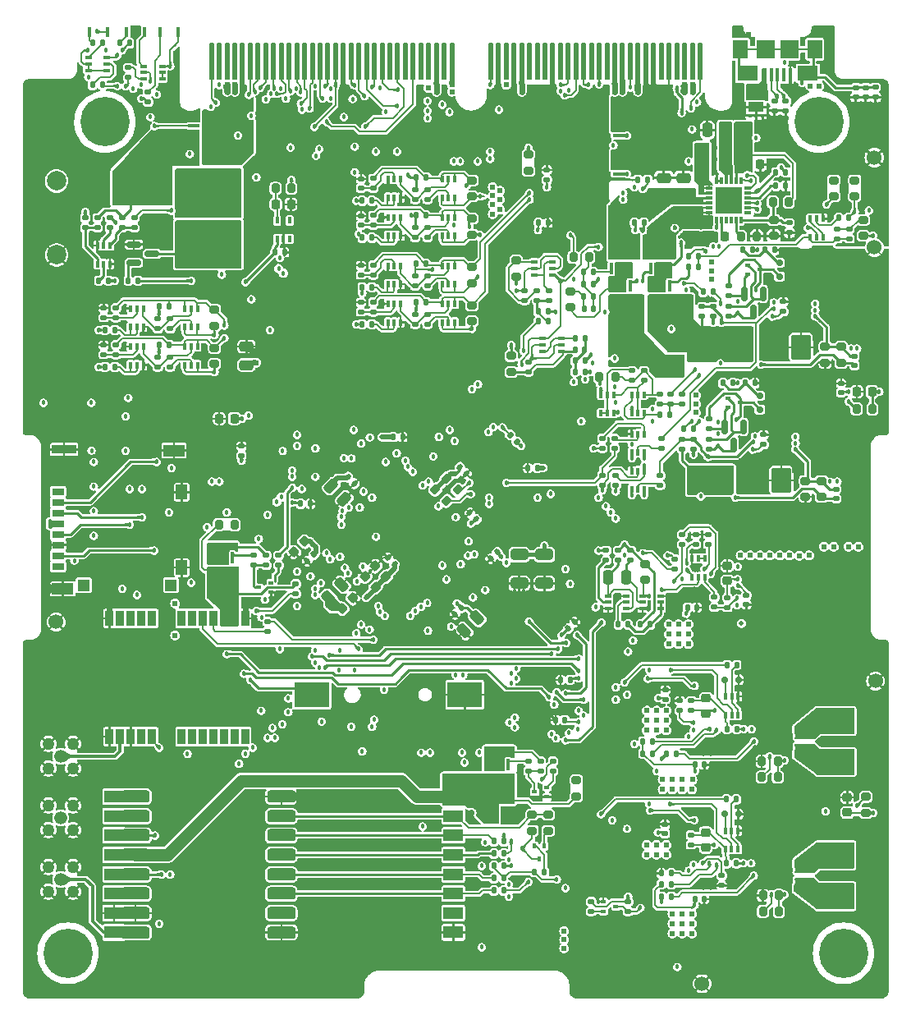
<source format=gbl>
G04 #@! TF.GenerationSoftware,KiCad,Pcbnew,7.0.1*
G04 #@! TF.CreationDate,2023-06-16T15:13:15-04:00*
G04 #@! TF.ProjectId,mainboard_pcbway,6d61696e-626f-4617-9264-5f7063627761,C*
G04 #@! TF.SameCoordinates,Original*
G04 #@! TF.FileFunction,Copper,L8,Bot*
G04 #@! TF.FilePolarity,Positive*
%FSLAX46Y46*%
G04 Gerber Fmt 4.6, Leading zero omitted, Abs format (unit mm)*
G04 Created by KiCad (PCBNEW 7.0.1) date 2023-06-16 15:13:15*
%MOMM*%
%LPD*%
G01*
G04 APERTURE LIST*
G04 Aperture macros list*
%AMRoundRect*
0 Rectangle with rounded corners*
0 $1 Rounding radius*
0 $2 $3 $4 $5 $6 $7 $8 $9 X,Y pos of 4 corners*
0 Add a 4 corners polygon primitive as box body*
4,1,4,$2,$3,$4,$5,$6,$7,$8,$9,$2,$3,0*
0 Add four circle primitives for the rounded corners*
1,1,$1+$1,$2,$3*
1,1,$1+$1,$4,$5*
1,1,$1+$1,$6,$7*
1,1,$1+$1,$8,$9*
0 Add four rect primitives between the rounded corners*
20,1,$1+$1,$2,$3,$4,$5,0*
20,1,$1+$1,$4,$5,$6,$7,0*
20,1,$1+$1,$6,$7,$8,$9,0*
20,1,$1+$1,$8,$9,$2,$3,0*%
%AMFreePoly0*
4,1,12,0.105238,2.379067,0.194454,2.319454,0.254067,2.230238,0.275000,2.125000,0.275000,-1.400000,-0.275000,-1.400000,-0.275000,2.125000,-0.254067,2.230238,-0.194454,2.319454,-0.105238,2.379067,0.000000,2.400000,0.105238,2.379067,0.105238,2.379067,$1*%
G04 Aperture macros list end*
G04 #@! TA.AperFunction,ComponentPad*
%ADD10C,2.006600*%
G04 #@! TD*
G04 #@! TA.AperFunction,SMDPad,CuDef*
%ADD11FreePoly0,0.000000*%
G04 #@! TD*
G04 #@! TA.AperFunction,ComponentPad*
%ADD12C,1.334000*%
G04 #@! TD*
G04 #@! TA.AperFunction,ComponentPad*
%ADD13C,1.268000*%
G04 #@! TD*
G04 #@! TA.AperFunction,ComponentPad*
%ADD14C,1.524000*%
G04 #@! TD*
G04 #@! TA.AperFunction,ComponentPad*
%ADD15C,5.080000*%
G04 #@! TD*
G04 #@! TA.AperFunction,SMDPad,CuDef*
%ADD16R,0.812800X1.625600*%
G04 #@! TD*
G04 #@! TA.AperFunction,SMDPad,CuDef*
%ADD17RoundRect,0.135000X0.185000X-0.135000X0.185000X0.135000X-0.185000X0.135000X-0.185000X-0.135000X0*%
G04 #@! TD*
G04 #@! TA.AperFunction,SMDPad,CuDef*
%ADD18RoundRect,0.135000X0.135000X0.185000X-0.135000X0.185000X-0.135000X-0.185000X0.135000X-0.185000X0*%
G04 #@! TD*
G04 #@! TA.AperFunction,SMDPad,CuDef*
%ADD19RoundRect,0.140000X-0.021213X0.219203X-0.219203X0.021213X0.021213X-0.219203X0.219203X-0.021213X0*%
G04 #@! TD*
G04 #@! TA.AperFunction,SMDPad,CuDef*
%ADD20RoundRect,0.250000X-0.159099X0.512652X-0.512652X0.159099X0.159099X-0.512652X0.512652X-0.159099X0*%
G04 #@! TD*
G04 #@! TA.AperFunction,SMDPad,CuDef*
%ADD21R,0.750000X0.340000*%
G04 #@! TD*
G04 #@! TA.AperFunction,SMDPad,CuDef*
%ADD22R,0.400000X1.640000*%
G04 #@! TD*
G04 #@! TA.AperFunction,SMDPad,CuDef*
%ADD23R,1.150000X0.340000*%
G04 #@! TD*
G04 #@! TA.AperFunction,SMDPad,CuDef*
%ADD24R,0.850000X0.340000*%
G04 #@! TD*
G04 #@! TA.AperFunction,SMDPad,CuDef*
%ADD25R,1.760000X2.290000*%
G04 #@! TD*
G04 #@! TA.AperFunction,SMDPad,CuDef*
%ADD26RoundRect,0.135000X-0.135000X-0.185000X0.135000X-0.185000X0.135000X0.185000X-0.135000X0.185000X0*%
G04 #@! TD*
G04 #@! TA.AperFunction,SMDPad,CuDef*
%ADD27RoundRect,0.225000X0.335876X0.017678X0.017678X0.335876X-0.335876X-0.017678X-0.017678X-0.335876X0*%
G04 #@! TD*
G04 #@! TA.AperFunction,SMDPad,CuDef*
%ADD28RoundRect,0.225000X-0.017678X0.335876X-0.335876X0.017678X0.017678X-0.335876X0.335876X-0.017678X0*%
G04 #@! TD*
G04 #@! TA.AperFunction,SMDPad,CuDef*
%ADD29RoundRect,0.200000X-0.335876X-0.053033X-0.053033X-0.335876X0.335876X0.053033X0.053033X0.335876X0*%
G04 #@! TD*
G04 #@! TA.AperFunction,SMDPad,CuDef*
%ADD30R,0.800000X0.300000*%
G04 #@! TD*
G04 #@! TA.AperFunction,SMDPad,CuDef*
%ADD31R,0.300000X0.800000*%
G04 #@! TD*
G04 #@! TA.AperFunction,SMDPad,CuDef*
%ADD32R,2.800000X2.800000*%
G04 #@! TD*
G04 #@! TA.AperFunction,SMDPad,CuDef*
%ADD33RoundRect,0.200000X0.200000X0.275000X-0.200000X0.275000X-0.200000X-0.275000X0.200000X-0.275000X0*%
G04 #@! TD*
G04 #@! TA.AperFunction,SMDPad,CuDef*
%ADD34RoundRect,0.225000X0.225000X0.250000X-0.225000X0.250000X-0.225000X-0.250000X0.225000X-0.250000X0*%
G04 #@! TD*
G04 #@! TA.AperFunction,SMDPad,CuDef*
%ADD35RoundRect,0.250000X-0.475000X0.250000X-0.475000X-0.250000X0.475000X-0.250000X0.475000X0.250000X0*%
G04 #@! TD*
G04 #@! TA.AperFunction,SMDPad,CuDef*
%ADD36RoundRect,0.250000X-0.250000X-0.475000X0.250000X-0.475000X0.250000X0.475000X-0.250000X0.475000X0*%
G04 #@! TD*
G04 #@! TA.AperFunction,SMDPad,CuDef*
%ADD37RoundRect,0.200000X0.275000X-0.200000X0.275000X0.200000X-0.275000X0.200000X-0.275000X-0.200000X0*%
G04 #@! TD*
G04 #@! TA.AperFunction,SMDPad,CuDef*
%ADD38RoundRect,0.250000X0.475000X-0.250000X0.475000X0.250000X-0.475000X0.250000X-0.475000X-0.250000X0*%
G04 #@! TD*
G04 #@! TA.AperFunction,SMDPad,CuDef*
%ADD39RoundRect,0.135000X-0.226274X-0.035355X-0.035355X-0.226274X0.226274X0.035355X0.035355X0.226274X0*%
G04 #@! TD*
G04 #@! TA.AperFunction,SMDPad,CuDef*
%ADD40RoundRect,0.140000X0.140000X0.170000X-0.140000X0.170000X-0.140000X-0.170000X0.140000X-0.170000X0*%
G04 #@! TD*
G04 #@! TA.AperFunction,SMDPad,CuDef*
%ADD41RoundRect,0.250000X0.250000X1.100000X-0.250000X1.100000X-0.250000X-1.100000X0.250000X-1.100000X0*%
G04 #@! TD*
G04 #@! TA.AperFunction,SMDPad,CuDef*
%ADD42RoundRect,0.150000X-0.587500X-0.150000X0.587500X-0.150000X0.587500X0.150000X-0.587500X0.150000X0*%
G04 #@! TD*
G04 #@! TA.AperFunction,SMDPad,CuDef*
%ADD43RoundRect,0.250000X0.159099X-0.512652X0.512652X-0.159099X-0.159099X0.512652X-0.512652X0.159099X0*%
G04 #@! TD*
G04 #@! TA.AperFunction,SMDPad,CuDef*
%ADD44RoundRect,0.140000X-0.170000X0.140000X-0.170000X-0.140000X0.170000X-0.140000X0.170000X0.140000X0*%
G04 #@! TD*
G04 #@! TA.AperFunction,SMDPad,CuDef*
%ADD45R,0.370000X1.000000*%
G04 #@! TD*
G04 #@! TA.AperFunction,SMDPad,CuDef*
%ADD46RoundRect,0.135000X-0.185000X0.135000X-0.185000X-0.135000X0.185000X-0.135000X0.185000X0.135000X0*%
G04 #@! TD*
G04 #@! TA.AperFunction,SMDPad,CuDef*
%ADD47RoundRect,0.140000X0.219203X0.021213X0.021213X0.219203X-0.219203X-0.021213X-0.021213X-0.219203X0*%
G04 #@! TD*
G04 #@! TA.AperFunction,SMDPad,CuDef*
%ADD48RoundRect,0.140000X-0.219203X-0.021213X-0.021213X-0.219203X0.219203X0.021213X0.021213X0.219203X0*%
G04 #@! TD*
G04 #@! TA.AperFunction,SMDPad,CuDef*
%ADD49RoundRect,0.140000X-0.140000X-0.170000X0.140000X-0.170000X0.140000X0.170000X-0.140000X0.170000X0*%
G04 #@! TD*
G04 #@! TA.AperFunction,SMDPad,CuDef*
%ADD50RoundRect,0.140000X0.170000X-0.140000X0.170000X0.140000X-0.170000X0.140000X-0.170000X-0.140000X0*%
G04 #@! TD*
G04 #@! TA.AperFunction,SMDPad,CuDef*
%ADD51RoundRect,0.200000X-0.200000X-0.275000X0.200000X-0.275000X0.200000X0.275000X-0.200000X0.275000X0*%
G04 #@! TD*
G04 #@! TA.AperFunction,SMDPad,CuDef*
%ADD52RoundRect,0.250000X-0.650000X0.325000X-0.650000X-0.325000X0.650000X-0.325000X0.650000X0.325000X0*%
G04 #@! TD*
G04 #@! TA.AperFunction,SMDPad,CuDef*
%ADD53RoundRect,0.250000X0.250000X0.475000X-0.250000X0.475000X-0.250000X-0.475000X0.250000X-0.475000X0*%
G04 #@! TD*
G04 #@! TA.AperFunction,SMDPad,CuDef*
%ADD54R,0.650000X0.400000*%
G04 #@! TD*
G04 #@! TA.AperFunction,SMDPad,CuDef*
%ADD55RoundRect,0.200000X-0.275000X0.200000X-0.275000X-0.200000X0.275000X-0.200000X0.275000X0.200000X0*%
G04 #@! TD*
G04 #@! TA.AperFunction,SMDPad,CuDef*
%ADD56RoundRect,0.225000X0.250000X-0.225000X0.250000X0.225000X-0.250000X0.225000X-0.250000X-0.225000X0*%
G04 #@! TD*
G04 #@! TA.AperFunction,SMDPad,CuDef*
%ADD57RoundRect,0.140000X0.021213X-0.219203X0.219203X-0.021213X-0.021213X0.219203X-0.219203X0.021213X0*%
G04 #@! TD*
G04 #@! TA.AperFunction,SMDPad,CuDef*
%ADD58R,0.400000X0.650000*%
G04 #@! TD*
G04 #@! TA.AperFunction,SMDPad,CuDef*
%ADD59R,3.600000X2.600000*%
G04 #@! TD*
G04 #@! TA.AperFunction,SMDPad,CuDef*
%ADD60R,1.240000X0.800000*%
G04 #@! TD*
G04 #@! TA.AperFunction,SMDPad,CuDef*
%ADD61R,1.200000X1.160000*%
G04 #@! TD*
G04 #@! TA.AperFunction,SMDPad,CuDef*
%ADD62R,2.500000X0.950000*%
G04 #@! TD*
G04 #@! TA.AperFunction,SMDPad,CuDef*
%ADD63R,2.200000X1.150000*%
G04 #@! TD*
G04 #@! TA.AperFunction,SMDPad,CuDef*
%ADD64R,1.150000X1.500000*%
G04 #@! TD*
G04 #@! TA.AperFunction,SMDPad,CuDef*
%ADD65R,1.250000X1.160000*%
G04 #@! TD*
G04 #@! TA.AperFunction,SMDPad,CuDef*
%ADD66RoundRect,0.150000X-0.150000X-0.200000X0.150000X-0.200000X0.150000X0.200000X-0.150000X0.200000X0*%
G04 #@! TD*
G04 #@! TA.AperFunction,SMDPad,CuDef*
%ADD67R,0.340000X0.750000*%
G04 #@! TD*
G04 #@! TA.AperFunction,SMDPad,CuDef*
%ADD68R,1.640000X0.400000*%
G04 #@! TD*
G04 #@! TA.AperFunction,SMDPad,CuDef*
%ADD69R,0.340000X1.150000*%
G04 #@! TD*
G04 #@! TA.AperFunction,SMDPad,CuDef*
%ADD70R,0.340000X0.850000*%
G04 #@! TD*
G04 #@! TA.AperFunction,SMDPad,CuDef*
%ADD71R,2.290000X1.760000*%
G04 #@! TD*
G04 #@! TA.AperFunction,SMDPad,CuDef*
%ADD72RoundRect,0.147500X-0.172500X0.147500X-0.172500X-0.147500X0.172500X-0.147500X0.172500X0.147500X0*%
G04 #@! TD*
G04 #@! TA.AperFunction,SMDPad,CuDef*
%ADD73RoundRect,0.317500X1.157500X0.317500X-1.157500X0.317500X-1.157500X-0.317500X1.157500X-0.317500X0*%
G04 #@! TD*
G04 #@! TA.AperFunction,SMDPad,CuDef*
%ADD74RoundRect,0.250000X-0.300000X0.300000X-0.300000X-0.300000X0.300000X-0.300000X0.300000X0.300000X0*%
G04 #@! TD*
G04 #@! TA.AperFunction,SMDPad,CuDef*
%ADD75R,0.510000X0.400000*%
G04 #@! TD*
G04 #@! TA.AperFunction,SMDPad,CuDef*
%ADD76RoundRect,0.101500X0.101500X0.571500X-0.101500X0.571500X-0.101500X-0.571500X0.101500X-0.571500X0*%
G04 #@! TD*
G04 #@! TA.AperFunction,SMDPad,CuDef*
%ADD77R,0.406000X1.346000*%
G04 #@! TD*
G04 #@! TA.AperFunction,SMDPad,CuDef*
%ADD78R,1.500000X1.905000*%
G04 #@! TD*
G04 #@! TA.AperFunction,SMDPad,CuDef*
%ADD79R,2.108000X1.600000*%
G04 #@! TD*
G04 #@! TA.AperFunction,SMDPad,CuDef*
%ADD80R,1.905000X1.905000*%
G04 #@! TD*
G04 #@! TA.AperFunction,SMDPad,CuDef*
%ADD81R,2.000000X1.300000*%
G04 #@! TD*
G04 #@! TA.AperFunction,SMDPad,CuDef*
%ADD82R,5.699999X4.800001*%
G04 #@! TD*
G04 #@! TA.AperFunction,SMDPad,CuDef*
%ADD83RoundRect,0.150000X-0.150000X0.587500X-0.150000X-0.587500X0.150000X-0.587500X0.150000X0.587500X0*%
G04 #@! TD*
G04 #@! TA.AperFunction,SMDPad,CuDef*
%ADD84RoundRect,0.225000X-0.225000X-0.250000X0.225000X-0.250000X0.225000X0.250000X-0.225000X0.250000X0*%
G04 #@! TD*
G04 #@! TA.AperFunction,SMDPad,CuDef*
%ADD85RoundRect,0.250000X-0.787500X-1.025000X0.787500X-1.025000X0.787500X1.025000X-0.787500X1.025000X0*%
G04 #@! TD*
G04 #@! TA.AperFunction,SMDPad,CuDef*
%ADD86RoundRect,0.093750X0.106250X-0.093750X0.106250X0.093750X-0.106250X0.093750X-0.106250X-0.093750X0*%
G04 #@! TD*
G04 #@! TA.AperFunction,SMDPad,CuDef*
%ADD87R,1.600000X1.000000*%
G04 #@! TD*
G04 #@! TA.AperFunction,SMDPad,CuDef*
%ADD88RoundRect,0.250000X-0.512652X-0.159099X-0.159099X-0.512652X0.512652X0.159099X0.159099X0.512652X0*%
G04 #@! TD*
G04 #@! TA.AperFunction,SMDPad,CuDef*
%ADD89R,0.400000X0.510000*%
G04 #@! TD*
G04 #@! TA.AperFunction,SMDPad,CuDef*
%ADD90RoundRect,0.150000X-0.200000X0.150000X-0.200000X-0.150000X0.200000X-0.150000X0.200000X0.150000X0*%
G04 #@! TD*
G04 #@! TA.AperFunction,ViaPad*
%ADD91C,0.457200*%
G04 #@! TD*
G04 #@! TA.AperFunction,ViaPad*
%ADD92C,0.609600*%
G04 #@! TD*
G04 #@! TA.AperFunction,ViaPad*
%ADD93C,0.508000*%
G04 #@! TD*
G04 #@! TA.AperFunction,Conductor*
%ADD94C,0.609600*%
G04 #@! TD*
G04 #@! TA.AperFunction,Conductor*
%ADD95C,0.508000*%
G04 #@! TD*
G04 #@! TA.AperFunction,Conductor*
%ADD96C,0.254000*%
G04 #@! TD*
G04 #@! TA.AperFunction,Conductor*
%ADD97C,0.203200*%
G04 #@! TD*
G04 #@! TA.AperFunction,Conductor*
%ADD98C,0.293370*%
G04 #@! TD*
G04 #@! TA.AperFunction,Conductor*
%ADD99C,0.457200*%
G04 #@! TD*
G04 #@! TA.AperFunction,Conductor*
%ADD100C,0.330200*%
G04 #@! TD*
G04 #@! TA.AperFunction,Conductor*
%ADD101C,0.177800*%
G04 #@! TD*
G04 #@! TA.AperFunction,Conductor*
%ADD102C,0.162560*%
G04 #@! TD*
G04 #@! TA.AperFunction,Conductor*
%ADD103C,1.270000*%
G04 #@! TD*
G04 #@! TA.AperFunction,Conductor*
%ADD104C,0.279400*%
G04 #@! TD*
G04 #@! TA.AperFunction,Conductor*
%ADD105C,0.300000*%
G04 #@! TD*
G04 APERTURE END LIST*
D10*
X72478900Y-67691000D03*
X72478900Y-75311000D03*
X62318900Y-67691000D03*
X54698900Y-75311000D03*
X54698900Y-67691000D03*
D11*
X70683811Y-55837160D03*
X71483811Y-55837160D03*
X72283811Y-55837160D03*
X73083811Y-55837160D03*
X73883811Y-55837160D03*
X74683811Y-55837160D03*
X75483811Y-55837160D03*
X76283811Y-55837160D03*
X77083811Y-55837160D03*
X77883811Y-55837160D03*
X78683811Y-55837160D03*
X79483811Y-55837160D03*
X80283811Y-55837160D03*
X81083811Y-55837160D03*
X81883811Y-55837160D03*
X82683811Y-55837160D03*
X83483811Y-55837160D03*
X84283811Y-55837160D03*
X85083811Y-55837160D03*
X85883811Y-55837160D03*
X86683811Y-55837160D03*
X87483811Y-55837160D03*
X88283811Y-55837160D03*
X89083811Y-55837160D03*
X89883811Y-55837160D03*
X90683811Y-55837160D03*
X91483811Y-55837160D03*
X92283811Y-55837160D03*
X93083811Y-55837160D03*
X93883811Y-55837160D03*
X94683811Y-55837160D03*
X95483811Y-55837160D03*
X99483811Y-55837160D03*
X100283811Y-55837160D03*
X101083811Y-55837160D03*
X101883811Y-55837160D03*
X102683811Y-55837160D03*
X103483811Y-55837160D03*
X104283811Y-55837160D03*
X105083811Y-55837160D03*
X105883811Y-55837160D03*
X106683811Y-55837160D03*
X107483811Y-55837160D03*
X108283811Y-55837160D03*
X109083811Y-55837160D03*
X109883811Y-55837160D03*
X110683811Y-55837160D03*
X111483811Y-55837160D03*
X112283811Y-55837160D03*
X113083811Y-55837160D03*
X113883811Y-55837160D03*
X114683811Y-55837160D03*
X115483811Y-55837160D03*
X116283811Y-55837160D03*
X117083811Y-55837160D03*
X117883811Y-55837160D03*
X118683811Y-55837160D03*
X119483811Y-55837160D03*
X120283811Y-55837160D03*
X121083811Y-55837160D03*
D12*
X55118000Y-139700000D03*
D13*
X53848000Y-140970000D03*
X56388000Y-140970000D03*
X53848000Y-138430000D03*
X56388000Y-138430000D03*
D14*
X139192000Y-119253000D03*
X139065000Y-65278000D03*
D15*
X135890000Y-147320000D03*
D14*
X121285000Y-150456900D03*
D12*
X55118000Y-133350000D03*
D13*
X53848000Y-134620000D03*
X56388000Y-134620000D03*
X53848000Y-132080000D03*
X56388000Y-132080000D03*
D14*
X54648100Y-113157000D03*
D15*
X133350000Y-61595000D03*
D14*
X139065000Y-74549000D03*
D15*
X59690000Y-61595000D03*
D12*
X55118000Y-127000000D03*
D13*
X53848000Y-128270000D03*
X56388000Y-128270000D03*
X53848000Y-125730000D03*
X56388000Y-125730000D03*
D15*
X55880000Y-147320000D03*
D16*
X74168000Y-124976000D03*
X73068000Y-124976000D03*
X71968000Y-124976000D03*
X70868000Y-124976000D03*
X69768000Y-124976000D03*
X68668000Y-124976000D03*
X67568000Y-124976000D03*
X64568000Y-124976000D03*
X63468000Y-124976000D03*
X62368000Y-124976000D03*
X61268000Y-124976000D03*
X60168000Y-124976000D03*
X60168000Y-112776000D03*
X61268000Y-112776000D03*
X62368000Y-112776000D03*
X63468000Y-112776000D03*
X64568000Y-112776000D03*
X67568000Y-112776000D03*
X68668000Y-112776000D03*
X69768000Y-112776000D03*
X70868000Y-112776000D03*
X71968000Y-112776000D03*
X73068000Y-112776000D03*
X74168000Y-112776000D03*
D17*
X61468000Y-72519000D03*
X61468000Y-71499000D03*
D18*
X63121000Y-77978000D03*
X62101000Y-77978000D03*
D19*
X100161411Y-105959589D03*
X99482589Y-106638411D03*
D20*
X98080751Y-112739249D03*
X96737249Y-114082751D03*
D21*
X68644000Y-63967000D03*
X68644000Y-63317000D03*
D22*
X69219000Y-63317000D03*
D21*
X68644000Y-62667000D03*
D23*
X68844000Y-62017000D03*
D24*
X72044000Y-63967000D03*
X72044000Y-63327000D03*
D25*
X70739000Y-62992000D03*
D24*
X72044000Y-62667000D03*
X72044000Y-62017000D03*
D17*
X57658000Y-72519000D03*
X57658000Y-71499000D03*
X58928000Y-72519000D03*
X58928000Y-71499000D03*
D26*
X79881000Y-100965000D03*
X80901000Y-100965000D03*
D27*
X87608378Y-109575638D03*
X86512362Y-108479622D03*
D19*
X96478411Y-111674589D03*
X95799589Y-112353411D03*
D28*
X85257008Y-110703992D03*
X84160992Y-111800008D03*
D29*
X94920637Y-98349637D03*
X96087363Y-99516363D03*
D30*
X126038498Y-68443105D03*
X126038498Y-68943105D03*
X126038498Y-69443105D03*
X126038498Y-69943105D03*
X126038498Y-70443105D03*
X126038498Y-70943105D03*
D31*
X125288498Y-71693105D03*
X124788498Y-71693105D03*
X124288498Y-71693105D03*
X123788498Y-71693105D03*
X123288498Y-71693105D03*
X122788498Y-71693105D03*
D30*
X122038498Y-70943105D03*
X122038498Y-70443105D03*
X122038498Y-69943105D03*
X122038498Y-69443105D03*
X122038498Y-68943105D03*
X122038498Y-68443105D03*
D31*
X122788498Y-67693105D03*
X123288498Y-67693105D03*
X123788498Y-67693105D03*
X124288498Y-67693105D03*
X124788498Y-67693105D03*
X125288498Y-67693105D03*
D32*
X124038498Y-69693105D03*
D33*
X126936000Y-73406000D03*
X125286000Y-73406000D03*
D34*
X123584000Y-73406000D03*
X122034000Y-73406000D03*
D35*
X119380000Y-67376000D03*
X119380000Y-69276000D03*
D36*
X121836002Y-62447895D03*
X123736002Y-62447895D03*
D37*
X128684000Y-73342000D03*
X128684000Y-71692000D03*
D34*
X127267000Y-65972000D03*
X125717000Y-65972000D03*
D33*
X130238000Y-69850000D03*
X128588000Y-69850000D03*
D38*
X120109000Y-73385000D03*
X120109000Y-71485000D03*
D39*
X101493376Y-93873376D03*
X102214624Y-94594624D03*
D40*
X104280000Y-97282000D03*
X103320000Y-97282000D03*
D27*
X88686008Y-108498008D03*
X87589992Y-107401992D03*
D17*
X130302000Y-73027000D03*
X130302000Y-72007000D03*
D35*
X117348000Y-67376000D03*
X117348000Y-69276000D03*
D41*
X123755000Y-65278000D03*
X121355000Y-65278000D03*
D29*
X93777637Y-99492637D03*
X94944363Y-100659363D03*
D42*
X62689500Y-76134000D03*
X62689500Y-74234000D03*
X64564500Y-75184000D03*
D17*
X62738000Y-72519000D03*
X62738000Y-71499000D03*
D26*
X59053000Y-77978000D03*
X60073000Y-77978000D03*
D43*
X82767249Y-110653751D03*
X84110751Y-109310249D03*
D17*
X79375000Y-110238000D03*
X79375000Y-109218000D03*
X60198000Y-72519000D03*
X60198000Y-71499000D03*
D44*
X137160000Y-58067000D03*
X137160000Y-59027000D03*
X138176000Y-58067000D03*
X138176000Y-59027000D03*
D45*
X59985000Y-52324000D03*
X58125000Y-52324000D03*
X63795000Y-52324000D03*
X61935000Y-52324000D03*
X67274800Y-52324000D03*
X65414800Y-52324000D03*
D46*
X139192000Y-58037000D03*
X139192000Y-59057000D03*
D18*
X59438000Y-53467000D03*
X58418000Y-53467000D03*
X62232000Y-53467000D03*
X61212000Y-53467000D03*
D17*
X64135000Y-59565000D03*
X64135000Y-58545000D03*
D47*
X98002411Y-102574411D03*
X97323589Y-101895589D03*
D48*
X96307589Y-97196589D03*
X96986411Y-97875411D03*
D49*
X89436000Y-94107000D03*
X90396000Y-94107000D03*
D48*
X84750589Y-98212589D03*
X85429411Y-98891411D03*
D19*
X81238411Y-106213589D03*
X80559589Y-106892411D03*
D47*
X89555043Y-107211779D03*
X88876221Y-106532957D03*
D46*
X87376001Y-80179000D03*
X87376001Y-81199000D03*
D50*
X59563000Y-85570002D03*
X59563000Y-84610002D03*
D26*
X117600000Y-126746000D03*
X118620000Y-126746000D03*
D49*
X120551000Y-141728000D03*
X121511000Y-141728000D03*
D37*
X133604000Y-100266000D03*
X133604000Y-98616000D03*
D51*
X127445000Y-129159000D03*
X129095000Y-129159000D03*
D52*
X102429000Y-106221000D03*
X102429000Y-109171000D03*
D53*
X101280000Y-133096000D03*
X99380000Y-133096000D03*
D54*
X105852000Y-76058000D03*
X105852000Y-76708000D03*
X105852000Y-77358000D03*
X103952000Y-77358000D03*
X103952000Y-76708000D03*
X103952000Y-76058000D03*
D50*
X86106000Y-72235000D03*
X86106000Y-71275000D03*
D17*
X105918000Y-128526000D03*
X105918000Y-127506000D03*
D46*
X116967000Y-98042000D03*
X116967000Y-99062000D03*
X87376000Y-67435000D03*
X87376000Y-68455000D03*
D49*
X104422000Y-72009000D03*
X105382000Y-72009000D03*
D17*
X110998000Y-99062000D03*
X110998000Y-98042000D03*
D34*
X73038000Y-92202000D03*
X71488000Y-92202000D03*
D17*
X124079000Y-79504000D03*
X124079000Y-78484000D03*
D46*
X105281000Y-66544000D03*
X105281000Y-67564000D03*
D17*
X66421001Y-82933001D03*
X66421001Y-81913001D03*
D55*
X107696000Y-79058000D03*
X107696000Y-80708000D03*
D46*
X120650000Y-104138000D03*
X120650000Y-105158000D03*
D44*
X117499602Y-120170000D03*
X117499602Y-121130000D03*
D56*
X123890000Y-108920000D03*
X123890000Y-107370000D03*
D57*
X107483589Y-113839411D03*
X108162411Y-113160589D03*
D58*
X95773000Y-69403001D03*
X95123000Y-69403001D03*
X94473000Y-69403001D03*
X94473000Y-67503001D03*
X95123000Y-67503001D03*
X95773000Y-67503001D03*
D18*
X122430000Y-79121000D03*
X121410000Y-79121000D03*
D55*
X103759000Y-133033000D03*
X103759000Y-134683000D03*
D59*
X81026000Y-120650000D03*
X96816000Y-120650000D03*
D26*
X114943000Y-113411000D03*
X115963000Y-113411000D03*
D60*
X54859000Y-99716000D03*
X54859000Y-100816000D03*
X54859000Y-101916000D03*
X54859000Y-103016000D03*
X54859000Y-104116000D03*
X54859000Y-105216000D03*
X54859000Y-106316000D03*
X54859000Y-107416000D03*
D61*
X66489000Y-109356000D03*
D62*
X55489000Y-95371000D03*
D63*
X55339000Y-109761000D03*
X66819000Y-95471000D03*
D64*
X67614000Y-99776000D03*
X67614000Y-107556000D03*
D65*
X57489000Y-109356000D03*
D66*
X125033000Y-132965000D03*
X123633000Y-132965000D03*
D17*
X111389000Y-106809000D03*
X111389000Y-105789000D03*
D26*
X123823000Y-138045000D03*
X124843000Y-138045000D03*
D67*
X115992000Y-78274000D03*
X116642000Y-78274000D03*
D68*
X116642000Y-78849000D03*
D67*
X117292000Y-78274000D03*
D69*
X117942000Y-78474000D03*
D70*
X115992000Y-81674000D03*
X116632000Y-81674000D03*
D71*
X116967000Y-80369000D03*
D70*
X117292000Y-81674000D03*
X117942000Y-81674000D03*
D33*
X129222000Y-141351000D03*
X127572000Y-141351000D03*
D72*
X128778000Y-59459000D03*
X128778000Y-60429000D03*
D26*
X115187000Y-125475999D03*
X116207000Y-125475999D03*
D46*
X121920000Y-104138000D03*
X121920000Y-105158000D03*
D73*
X77883000Y-131176000D03*
X77883000Y-133176000D03*
X77883000Y-135176000D03*
X77883000Y-137176000D03*
X77883000Y-139176000D03*
X77883000Y-141176000D03*
X77883000Y-143176000D03*
X77883000Y-145176000D03*
X62833000Y-145176000D03*
X62833000Y-143176000D03*
X62833000Y-141176000D03*
X62833000Y-139176000D03*
X62833000Y-137176000D03*
X62833000Y-135176000D03*
X62833000Y-133176000D03*
X62833000Y-131176000D03*
D26*
X86231001Y-82467000D03*
X87251001Y-82467000D03*
D46*
X76327000Y-106297000D03*
X76327000Y-107317000D03*
X60833000Y-84580002D03*
X60833000Y-85600002D03*
D21*
X112876000Y-64997000D03*
X112876000Y-65647000D03*
D22*
X112301000Y-65647000D03*
D21*
X112876000Y-66297000D03*
D23*
X112676000Y-66947000D03*
D24*
X109476000Y-64997000D03*
X109476000Y-65637000D03*
D25*
X110781000Y-65972000D03*
D24*
X109476000Y-66297000D03*
X109476000Y-66947000D03*
D26*
X59688000Y-86868002D03*
X60708000Y-86868002D03*
D37*
X108331000Y-131127000D03*
X108331000Y-129477000D03*
D44*
X117475000Y-134009000D03*
X117475000Y-134969000D03*
D46*
X105537000Y-78991999D03*
X105537000Y-80011999D03*
D74*
X69088000Y-70228000D03*
X69088000Y-73028000D03*
D54*
X65593000Y-55865000D03*
X65593000Y-56515000D03*
X65593000Y-57165000D03*
X63693000Y-57165000D03*
X63693000Y-56515000D03*
X63693000Y-55865000D03*
D18*
X105414000Y-82171000D03*
X104394000Y-82171000D03*
D51*
X137224000Y-91186000D03*
X138874000Y-91186000D03*
D17*
X92964001Y-78532000D03*
X92964001Y-77512000D03*
D75*
X76845000Y-109101000D03*
X76845000Y-110101000D03*
X75555000Y-109601000D03*
D58*
X90185001Y-82274000D03*
X89535001Y-82274000D03*
X88885001Y-82274000D03*
X88885001Y-80374000D03*
X89535001Y-80374000D03*
X90185001Y-80374000D03*
D72*
X129921000Y-59459000D03*
X129921000Y-60429000D03*
D76*
X127764000Y-56769000D03*
D77*
X128414000Y-56769000D03*
X129064000Y-56769000D03*
X129714000Y-56769000D03*
X130364000Y-56769000D03*
D78*
X125263000Y-54102000D03*
D79*
X125965000Y-56602000D03*
D80*
X127889000Y-54102000D03*
X130289000Y-54102000D03*
D79*
X132213000Y-56602000D03*
D78*
X132915000Y-54102000D03*
D26*
X116965000Y-91821000D03*
X117985000Y-91821000D03*
D56*
X136271000Y-132792000D03*
X136271000Y-131242000D03*
D81*
X60632000Y-145168000D03*
X60632000Y-143168000D03*
X60632000Y-141168000D03*
X60632000Y-139168000D03*
X60632000Y-137168000D03*
X60632000Y-135168000D03*
X60632000Y-133168000D03*
X60632000Y-131168000D03*
X95632000Y-131168000D03*
X95632000Y-133168000D03*
X95632000Y-135168000D03*
X95632000Y-137168000D03*
X95632000Y-139168000D03*
X95632000Y-141168000D03*
X95632000Y-143168000D03*
X95632000Y-145168000D03*
D82*
X72199500Y-139918000D03*
D49*
X109121000Y-80899000D03*
X110081000Y-80899000D03*
D37*
X137033000Y-69278000D03*
X137033000Y-67628000D03*
D58*
X114031000Y-97602000D03*
X114681000Y-97602000D03*
X115331000Y-97602000D03*
X115331000Y-99502000D03*
X114681000Y-99502000D03*
X114031000Y-99502000D03*
D46*
X87376000Y-71245000D03*
X87376000Y-72265000D03*
D26*
X108201999Y-83947000D03*
X109221999Y-83947000D03*
D58*
X114031000Y-93792000D03*
X114681000Y-93792000D03*
X115331000Y-93792000D03*
X115331000Y-95692000D03*
X114681000Y-95692000D03*
X114031000Y-95692000D03*
D17*
X103378000Y-87377999D03*
X103378000Y-86357999D03*
D37*
X102108000Y-77533000D03*
X102108000Y-75883000D03*
D18*
X100840000Y-139573000D03*
X99820000Y-139573000D03*
D58*
X90185000Y-69403000D03*
X89535000Y-69403000D03*
X88885000Y-69403000D03*
X88885000Y-67503000D03*
X89535000Y-67503000D03*
X90185000Y-67503000D03*
D83*
X123637000Y-93042500D03*
X125537000Y-93042500D03*
X124587000Y-94917500D03*
D55*
X133985000Y-84773000D03*
X133985000Y-86423000D03*
D17*
X66421000Y-86870000D03*
X66421000Y-85850000D03*
D37*
X134874000Y-69278000D03*
X134874000Y-67628000D03*
D75*
X111115000Y-142994000D03*
X111115000Y-141994000D03*
X112405000Y-142494000D03*
D50*
X86106000Y-77359000D03*
X86106000Y-76399000D03*
D17*
X120396000Y-95381000D03*
X120396000Y-94361000D03*
D46*
X112659000Y-105789000D03*
X112659000Y-106809000D03*
X91693999Y-68578000D03*
X91693999Y-69598000D03*
D55*
X115453000Y-107189000D03*
X115453000Y-108839000D03*
D26*
X108202001Y-87376000D03*
X109222001Y-87376000D03*
D46*
X91694000Y-81449001D03*
X91694000Y-82469001D03*
D55*
X101600000Y-85726000D03*
X101600000Y-87376000D03*
D58*
X112156000Y-91628000D03*
X111506000Y-91628000D03*
X110856000Y-91628000D03*
X110856000Y-89728000D03*
X111506000Y-89728000D03*
X112156000Y-89728000D03*
D18*
X124462000Y-88519000D03*
X123442000Y-88519000D03*
X120906001Y-75438000D03*
X119886001Y-75438000D03*
D26*
X91819001Y-76244000D03*
X92839001Y-76244000D03*
D46*
X122555000Y-110615000D03*
X122555000Y-111635000D03*
X91694000Y-77512000D03*
X91694000Y-78532000D03*
D55*
X137922000Y-71692000D03*
X137922000Y-73342000D03*
D46*
X60833000Y-80770000D03*
X60833000Y-81790000D03*
D54*
X117038000Y-110475000D03*
X117038000Y-111125000D03*
X117038000Y-111775000D03*
X115138000Y-111775000D03*
X115138000Y-111125000D03*
X115138000Y-110475000D03*
D55*
X131953000Y-98616000D03*
X131953000Y-100266000D03*
D84*
X77330000Y-70104000D03*
X78880000Y-70104000D03*
D18*
X59438000Y-57785000D03*
X58418000Y-57785000D03*
D85*
X125284500Y-84836000D03*
X131509500Y-84836000D03*
D56*
X121666000Y-136407000D03*
X121666000Y-134857000D03*
D51*
X127572000Y-143002000D03*
X129222000Y-143002000D03*
D18*
X120398000Y-93218000D03*
X119378000Y-93218000D03*
D33*
X112331000Y-87884000D03*
X110681000Y-87884000D03*
D46*
X115316000Y-87247001D03*
X115316000Y-88267001D03*
D26*
X86231000Y-69723000D03*
X87251000Y-69723000D03*
D18*
X100840000Y-140843000D03*
X99820000Y-140843000D03*
D55*
X97535999Y-71565000D03*
X97535999Y-73215000D03*
X70993000Y-80963000D03*
X70993000Y-82613000D03*
D50*
X125866000Y-111375000D03*
X125866000Y-110415000D03*
D26*
X109091000Y-78359000D03*
X110111000Y-78359000D03*
D17*
X92964000Y-69598000D03*
X92964000Y-68578000D03*
D44*
X135255000Y-72674000D03*
X135255000Y-73634000D03*
D86*
X127523000Y-60958500D03*
X126873000Y-60958500D03*
X126223000Y-60958500D03*
X126223000Y-59183500D03*
X126873000Y-59183500D03*
X127523000Y-59183500D03*
D87*
X126873000Y-60071000D03*
D50*
X86106000Y-68425000D03*
X86106000Y-67465000D03*
D58*
X90185001Y-78337000D03*
X89535001Y-78337000D03*
X88885001Y-78337000D03*
X88885001Y-76437000D03*
X89535001Y-76437000D03*
X90185001Y-76437000D03*
D55*
X70992999Y-84900002D03*
X70992999Y-86550002D03*
D67*
X70907000Y-106352000D03*
X71557000Y-106352000D03*
D68*
X71557000Y-106927000D03*
D67*
X72207000Y-106352000D03*
D69*
X72857000Y-106552000D03*
D70*
X70907000Y-109752000D03*
X71547000Y-109752000D03*
D71*
X71882000Y-108447000D03*
D70*
X72207000Y-109752000D03*
X72857000Y-109752000D03*
D18*
X100840000Y-138303000D03*
X99820000Y-138303000D03*
D17*
X110998000Y-95252000D03*
X110998000Y-94232000D03*
D26*
X114679000Y-67564000D03*
X115699000Y-67564000D03*
D17*
X118080000Y-90650000D03*
X118080000Y-89630000D03*
D26*
X91819001Y-80181000D03*
X92839001Y-80181000D03*
D38*
X74295000Y-86675000D03*
X74295000Y-84775000D03*
D26*
X117092000Y-139065000D03*
X118112000Y-139065000D03*
X115187000Y-126746000D03*
X116207000Y-126746000D03*
D17*
X77597000Y-107317000D03*
X77597000Y-106297000D03*
D36*
X111582000Y-108585000D03*
X113482000Y-108585000D03*
D46*
X76454000Y-113092000D03*
X76454000Y-114112000D03*
D55*
X97536000Y-67628000D03*
X97536000Y-69278000D03*
D58*
X63641999Y-86675000D03*
X62991999Y-86675000D03*
X62341999Y-86675000D03*
X62341999Y-84775000D03*
X62991999Y-84775000D03*
X63641999Y-84775000D03*
D75*
X125974000Y-77335000D03*
X125974000Y-76335000D03*
X127264000Y-76835000D03*
D26*
X123847602Y-124206000D03*
X124867602Y-124206000D03*
D88*
X83021249Y-99150249D03*
X84364751Y-100493751D03*
D58*
X95773001Y-82274000D03*
X95123001Y-82274000D03*
X94473001Y-82274000D03*
X94473001Y-80374000D03*
X95123001Y-80374000D03*
X95773001Y-80374000D03*
D26*
X127760000Y-74803000D03*
X128780000Y-74803000D03*
D50*
X135636000Y-89507000D03*
X135636000Y-88547000D03*
D17*
X112395000Y-99062000D03*
X112395000Y-98042000D03*
D37*
X105409999Y-134683000D03*
X105409999Y-133033000D03*
D26*
X128903000Y-66802000D03*
X129923000Y-66802000D03*
X117092000Y-140208000D03*
X118112000Y-140208000D03*
D46*
X118491000Y-106678000D03*
X118491000Y-107698000D03*
X91693999Y-72515001D03*
X91693999Y-73535001D03*
D58*
X115331000Y-91628000D03*
X114681000Y-91628000D03*
X114031000Y-91628000D03*
X114031000Y-89728000D03*
X114681000Y-89728000D03*
X115331000Y-89728000D03*
D46*
X62103000Y-56005000D03*
X62103000Y-57025000D03*
D17*
X119253000Y-95379000D03*
X119253000Y-94359000D03*
D89*
X104021000Y-136261000D03*
X105021000Y-136261000D03*
X104521000Y-137551000D03*
D83*
X125669000Y-79326500D03*
X127569000Y-79326500D03*
X126619000Y-81201500D03*
D28*
X80304008Y-104861992D03*
X79207992Y-105958008D03*
D26*
X123823000Y-131441000D03*
X124843000Y-131441000D03*
D17*
X123317000Y-140337000D03*
X123317000Y-139317000D03*
D67*
X113878000Y-76898000D03*
X113228000Y-76898000D03*
D68*
X113228000Y-76323000D03*
D67*
X112578000Y-76898000D03*
D69*
X111928000Y-76698000D03*
D70*
X113878000Y-73498000D03*
X113238000Y-73498000D03*
D71*
X112903000Y-74803000D03*
D70*
X112578000Y-73498000D03*
X111928000Y-73498000D03*
D51*
X108014000Y-75565000D03*
X109664000Y-75565000D03*
D26*
X125728000Y-88519000D03*
X126748000Y-88519000D03*
D49*
X119798000Y-111662000D03*
X120758000Y-111662000D03*
D46*
X112270001Y-94232000D03*
X112270001Y-95252000D03*
D49*
X114328000Y-72009000D03*
X115288000Y-72009000D03*
D17*
X92964000Y-73535000D03*
X92964000Y-72515000D03*
D26*
X65276000Y-80645000D03*
X66296000Y-80645000D03*
D46*
X87376001Y-76369000D03*
X87376001Y-77389000D03*
D55*
X103378000Y-64961000D03*
X103378000Y-66611000D03*
D26*
X99820000Y-135763000D03*
X100840000Y-135763000D03*
D46*
X117096002Y-94232000D03*
X117096002Y-95252000D03*
D26*
X108202001Y-86233000D03*
X109222001Y-86233000D03*
D34*
X138824000Y-89408000D03*
X137274000Y-89408000D03*
D21*
X112876001Y-61060000D03*
X112876001Y-61710000D03*
D22*
X112301001Y-61710000D03*
D21*
X112876001Y-62360000D03*
D23*
X112676001Y-63010000D03*
D24*
X109476001Y-61060000D03*
X109476001Y-61700000D03*
D25*
X110781001Y-62035000D03*
D24*
X109476001Y-62360000D03*
X109476001Y-63010000D03*
D58*
X78755000Y-73660000D03*
X78105000Y-73660000D03*
X77455000Y-73660000D03*
X77455000Y-71760000D03*
X78755000Y-71760000D03*
D46*
X136495000Y-72614000D03*
X136495000Y-73634000D03*
D18*
X126494000Y-74803000D03*
X125474000Y-74803000D03*
D58*
X63642000Y-82738002D03*
X62992000Y-82738002D03*
X62342000Y-82738002D03*
X62342000Y-80838002D03*
X62992000Y-80838002D03*
X63642000Y-80838002D03*
D44*
X116967000Y-89690000D03*
X116967000Y-90650000D03*
D75*
X123942000Y-91051000D03*
X123942000Y-90051000D03*
X125232000Y-90551000D03*
D58*
X90185000Y-73340000D03*
X89535000Y-73340000D03*
X88885000Y-73340000D03*
X88885000Y-71440000D03*
X89535000Y-71440000D03*
X90185000Y-71440000D03*
D54*
X57978000Y-56276000D03*
X57978000Y-55626000D03*
X57978000Y-54976000D03*
X59878000Y-54976000D03*
X59878000Y-55626000D03*
X59878000Y-56276000D03*
D50*
X135128000Y-100429000D03*
X135128000Y-99469000D03*
D58*
X58913000Y-74361000D03*
X59563000Y-74361000D03*
X60213000Y-74361000D03*
X60213000Y-76261000D03*
X59563000Y-76261000D03*
X58913000Y-76261000D03*
D26*
X91819000Y-67310000D03*
X92839000Y-67310000D03*
D33*
X78930001Y-68453000D03*
X77280001Y-68453000D03*
D46*
X65151001Y-85850001D03*
X65151001Y-86870001D03*
D58*
X95773000Y-73340000D03*
X95123000Y-73340000D03*
X94473000Y-73340000D03*
X94473000Y-71440000D03*
X95123000Y-71440000D03*
X95773000Y-71440000D03*
D18*
X120906000Y-76581000D03*
X119886000Y-76581000D03*
D46*
X103378000Y-127506000D03*
X103378000Y-128526000D03*
D58*
X120254000Y-106617000D03*
X120904000Y-106617000D03*
X121554000Y-106617000D03*
X121554000Y-108517000D03*
X120904000Y-108517000D03*
X120254000Y-108517000D03*
D55*
X138176000Y-131192000D03*
X138176000Y-132842000D03*
D26*
X128903000Y-68199000D03*
X129923000Y-68199000D03*
D18*
X105031000Y-138938000D03*
X104011000Y-138938000D03*
D17*
X114046000Y-88267000D03*
X114046000Y-87247000D03*
D90*
X127254000Y-91251000D03*
X127254000Y-89851000D03*
X129286000Y-77535000D03*
X129286000Y-76135000D03*
D58*
X69230000Y-86675002D03*
X68580000Y-86675002D03*
X67930000Y-86675002D03*
X67930000Y-84775002D03*
X68580000Y-84775002D03*
X69230000Y-84775002D03*
D26*
X112657000Y-113411000D03*
X113677000Y-113411000D03*
D17*
X121285000Y-81663000D03*
X121285000Y-80643000D03*
D26*
X91819000Y-71247000D03*
X92839000Y-71247000D03*
X86231000Y-73533000D03*
X87251000Y-73533000D03*
X99820000Y-137033000D03*
X100840000Y-137033000D03*
X135380000Y-71501000D03*
X136400000Y-71501000D03*
D40*
X107130000Y-123258000D03*
X106170000Y-123258000D03*
D56*
X121690602Y-122568000D03*
X121690602Y-121018000D03*
D17*
X122428000Y-81665000D03*
X122428000Y-80645000D03*
D55*
X97536000Y-80499000D03*
X97536000Y-82149000D03*
D58*
X123683000Y-134682000D03*
X124333000Y-134682000D03*
X124983000Y-134682000D03*
X124983000Y-136582000D03*
X124333000Y-136582000D03*
X123683000Y-136582000D03*
D33*
X129095000Y-127508000D03*
X127445000Y-127508000D03*
D17*
X92964001Y-82469000D03*
X92964001Y-81449000D03*
D26*
X117092000Y-141478000D03*
X118112000Y-141478000D03*
D66*
X125057602Y-119126000D03*
X123657602Y-119126000D03*
D26*
X65276000Y-84582001D03*
X66296000Y-84582001D03*
D17*
X120142000Y-136142000D03*
X120142000Y-135122000D03*
X119253000Y-90678000D03*
X119253000Y-89658000D03*
D85*
X123252500Y-98552000D03*
X129477500Y-98552000D03*
D67*
X111928000Y-78274000D03*
X112578000Y-78274000D03*
D68*
X112578000Y-78849000D03*
D67*
X113228000Y-78274000D03*
D69*
X113878000Y-78474000D03*
D70*
X111928000Y-81674000D03*
X112568000Y-81674000D03*
D71*
X112903000Y-80369000D03*
D70*
X113228000Y-81674000D03*
X113878000Y-81674000D03*
D46*
X118999000Y-121283000D03*
X118999000Y-122303000D03*
X65151000Y-81913000D03*
X65151000Y-82933000D03*
X109855001Y-141984000D03*
X109855001Y-143004000D03*
D50*
X59563000Y-81760001D03*
X59563000Y-80800001D03*
D67*
X117942000Y-76898000D03*
X117292000Y-76898000D03*
D68*
X117292000Y-76323000D03*
D67*
X116642000Y-76898000D03*
D69*
X115992000Y-76698000D03*
D70*
X117942000Y-73498000D03*
X117302000Y-73498000D03*
D71*
X116967000Y-74803000D03*
D70*
X116642000Y-73498000D03*
X115992000Y-73498000D03*
D50*
X137033000Y-86713000D03*
X137033000Y-85753000D03*
X86106000Y-81169000D03*
X86106000Y-80209000D03*
D26*
X109091000Y-79629000D03*
X110111000Y-79629000D03*
D58*
X69230000Y-82738000D03*
X68580000Y-82738000D03*
X67930000Y-82738000D03*
X67930000Y-80838000D03*
X68580000Y-80838000D03*
X69230000Y-80838000D03*
D67*
X99355000Y-127664000D03*
X100005000Y-127664000D03*
D68*
X100005000Y-128239000D03*
D67*
X100655000Y-127664000D03*
D69*
X101305000Y-127864000D03*
D70*
X99355000Y-131064000D03*
X99995000Y-131064000D03*
D71*
X100330000Y-129759000D03*
D70*
X100655000Y-131064000D03*
X101305000Y-131064000D03*
D17*
X124079000Y-81663000D03*
X124079000Y-80643000D03*
D54*
X104841001Y-85232000D03*
X104841001Y-84582000D03*
X104841001Y-83932000D03*
X106741001Y-83932000D03*
X106741001Y-84582000D03*
X106741001Y-85232000D03*
D40*
X107668000Y-119126000D03*
X106708000Y-119126000D03*
D26*
X104392000Y-81153000D03*
X105412000Y-81153000D03*
X123847602Y-117602000D03*
X124867602Y-117602000D03*
X59688000Y-83058002D03*
X60708000Y-83058002D03*
D58*
X123707602Y-120843000D03*
X124357602Y-120843000D03*
X125007602Y-120843000D03*
X125007602Y-122743000D03*
X124357602Y-122743000D03*
X123707602Y-122743000D03*
D75*
X105293000Y-130183000D03*
X105293000Y-131183000D03*
X104003000Y-130683000D03*
D37*
X135636000Y-86423000D03*
X135636000Y-84773000D03*
D49*
X108204000Y-85090000D03*
X109164000Y-85090000D03*
D26*
X109089001Y-77087000D03*
X110109001Y-77087000D03*
D54*
X113482000Y-110475000D03*
X113482000Y-111125000D03*
X113482000Y-111775000D03*
X111582000Y-111775000D03*
X111582000Y-111125000D03*
X111582000Y-110475000D03*
D51*
X71438000Y-103124000D03*
X73088000Y-103124000D03*
D17*
X122047000Y-95379000D03*
X122047000Y-94359000D03*
D52*
X105029000Y-106221000D03*
X105029000Y-109171000D03*
D17*
X122047000Y-93220000D03*
X122047000Y-92200000D03*
X120166602Y-122303000D03*
X120166602Y-121283000D03*
D46*
X104648000Y-127506000D03*
X104648000Y-128526000D03*
X123890000Y-110635000D03*
X123890000Y-111655000D03*
X113929000Y-105789000D03*
X113929000Y-106809000D03*
D44*
X104267000Y-79022000D03*
X104267000Y-79982000D03*
D55*
X97536001Y-76562000D03*
X97536001Y-78212000D03*
D49*
X77244000Y-75057000D03*
X78204000Y-75057000D03*
D17*
X102997000Y-80011999D03*
X102997000Y-78991999D03*
X129667000Y-81155000D03*
X129667000Y-80135000D03*
D46*
X75057000Y-106297000D03*
X75057000Y-107317000D03*
D58*
X95773001Y-78337001D03*
X95123001Y-78337001D03*
X94473001Y-78337001D03*
X94473001Y-76437001D03*
X95123001Y-76437001D03*
X95773001Y-76437001D03*
D17*
X127635000Y-94871000D03*
X127635000Y-93851000D03*
D49*
X120575602Y-127889000D03*
X121535602Y-127889000D03*
D58*
X132446000Y-71567000D03*
X133096000Y-71567000D03*
X133746000Y-71567000D03*
X133746000Y-73467000D03*
X133096000Y-73467000D03*
X132446000Y-73467000D03*
D17*
X113664999Y-143004000D03*
X113664999Y-141984000D03*
D26*
X86231001Y-78657000D03*
X87251001Y-78657000D03*
D17*
X119253000Y-105158000D03*
X119253000Y-104138000D03*
D50*
X73787000Y-95984000D03*
X73787000Y-95024000D03*
D91*
X92710000Y-119634000D03*
X95631000Y-114935000D03*
X124333000Y-138938000D03*
X87020900Y-107950000D03*
X129585204Y-123952000D03*
D92*
X133350000Y-119761000D03*
X127508000Y-83058000D03*
D91*
X110744000Y-118110000D03*
D92*
X107950000Y-63754000D03*
X132334000Y-82296000D03*
X131445000Y-116840000D03*
D91*
X99822000Y-107188000D03*
X121436602Y-126746000D03*
X73279000Y-123585379D03*
D92*
X84283811Y-57785000D03*
D91*
X90170000Y-83058000D03*
D92*
X131413000Y-112522000D03*
D91*
X59750000Y-127750000D03*
X59000000Y-126250000D03*
X71628000Y-94488000D03*
X88391500Y-80391000D03*
X59182000Y-124079000D03*
D92*
X132842000Y-74676000D03*
D91*
X60833000Y-99187000D03*
X85471000Y-99727902D03*
X104902000Y-122872000D03*
X105287000Y-72898000D03*
X90185000Y-69977000D03*
X105029000Y-70231000D03*
X101981000Y-109947397D03*
X60833000Y-96647000D03*
D92*
X66929000Y-115824000D03*
X132926300Y-82931000D03*
X122174000Y-116840000D03*
D91*
X122198602Y-125984000D03*
D92*
X106172000Y-62738000D03*
X74041000Y-136779000D03*
X137914000Y-129534000D03*
X60168000Y-110921300D03*
X128270000Y-92583000D03*
D91*
X130810000Y-79756000D03*
X110555501Y-142008397D03*
X78994000Y-62230000D03*
X59100000Y-139750000D03*
X120640000Y-112304000D03*
D92*
X101883811Y-58485000D03*
X129286000Y-82296000D03*
X130389398Y-145284000D03*
D91*
X57250000Y-134000000D03*
X102743000Y-141732000D03*
X126770602Y-126111000D03*
X59182000Y-124841000D03*
X130810000Y-80518000D03*
D92*
X133096000Y-111379000D03*
D91*
X88519000Y-123025900D03*
X57400000Y-140500000D03*
X136398000Y-88773000D03*
X122198602Y-126746000D03*
D92*
X107061000Y-61214000D03*
X119888000Y-116840000D03*
X129890000Y-107442000D03*
D91*
X102870000Y-109982000D03*
D92*
X132414000Y-119126000D03*
D91*
X54229000Y-143383000D03*
X62738000Y-126238000D03*
D92*
X130683000Y-88265000D03*
X130302000Y-102489000D03*
D91*
X121567602Y-128651000D03*
D92*
X127890000Y-107442000D03*
D91*
X88519000Y-126873000D03*
X122906103Y-108017897D03*
D92*
X128397000Y-112522000D03*
D91*
X57600000Y-142000000D03*
D92*
X128270000Y-102870000D03*
D91*
X59182000Y-125603000D03*
X58250000Y-127750000D03*
X89662000Y-72550593D03*
X70612000Y-100330000D03*
X57500000Y-126250000D03*
D92*
X106172000Y-63754000D03*
D91*
X130461602Y-139950000D03*
X85217000Y-68020913D03*
D92*
X127365000Y-116840000D03*
D91*
X59000000Y-127750000D03*
D92*
X127381000Y-112522000D03*
D91*
X115189000Y-72796900D03*
D92*
X127414000Y-131445000D03*
D91*
X61300000Y-127600000D03*
X78105000Y-69342000D03*
D92*
X97505000Y-132820000D03*
X128414000Y-119126000D03*
D91*
X69469000Y-123571000D03*
X61900000Y-127100000D03*
D92*
X75869800Y-132857000D03*
X54737000Y-59464000D03*
X130389398Y-132965000D03*
X120269000Y-118872000D03*
D91*
X102108000Y-96647000D03*
D92*
X75869800Y-133619000D03*
X58759000Y-134850000D03*
D91*
X112522000Y-122682000D03*
D92*
X130683000Y-89281000D03*
X129414000Y-119126000D03*
X114683811Y-57785000D03*
X133664000Y-125476000D03*
D91*
X61722000Y-80838002D03*
X62000000Y-126250000D03*
D92*
X134112000Y-120523000D03*
D91*
X97942900Y-95758000D03*
X105029000Y-70993000D03*
X84861897Y-64135000D03*
D92*
X137889398Y-143373000D03*
D91*
X63641999Y-87503000D03*
X112522000Y-124206000D03*
X70485000Y-92202000D03*
D92*
X129413000Y-112522000D03*
X135889398Y-143373000D03*
X84283811Y-58485000D03*
X136914000Y-121284000D03*
D91*
X59000000Y-134000000D03*
D92*
X124333000Y-116840000D03*
D91*
X53848000Y-95146000D03*
D92*
X131318000Y-78836300D03*
D91*
X118515602Y-119761000D03*
D92*
X124333000Y-102870000D03*
D91*
X88138000Y-106807000D03*
D92*
X130302000Y-82296000D03*
D91*
X102616000Y-97155000D03*
D92*
X106172000Y-61722000D03*
X137541000Y-116840000D03*
X74041000Y-140335000D03*
X70358000Y-141732000D03*
X134914000Y-121284000D03*
D91*
X130486204Y-126111000D03*
D92*
X107061000Y-62230000D03*
X107950000Y-61722000D03*
X129286000Y-102489000D03*
D91*
X102108000Y-97663000D03*
D92*
X130414000Y-131445000D03*
X79756000Y-147574000D03*
X75311000Y-85151000D03*
X132461000Y-116840000D03*
D91*
X108712000Y-112563000D03*
X59750000Y-126250000D03*
X59100000Y-143750000D03*
D92*
X130429000Y-112522000D03*
X129414000Y-131445000D03*
X100203000Y-144653000D03*
X132842000Y-77851000D03*
D91*
X121543000Y-142363000D03*
D92*
X133389398Y-134007000D03*
X135889398Y-135123000D03*
D91*
X54025000Y-109497000D03*
X53848000Y-95654000D03*
X116760999Y-120292397D03*
X57600000Y-144250000D03*
D92*
X137414000Y-102362000D03*
D91*
X54483000Y-89281000D03*
D92*
X131414000Y-119126000D03*
X125349000Y-96520000D03*
X99695000Y-119888000D03*
X64846200Y-143652000D03*
X125349000Y-102870000D03*
X136889398Y-143373000D03*
X136525000Y-116840000D03*
X132842000Y-76962000D03*
X127414000Y-119126000D03*
X130302000Y-96012000D03*
D91*
X59100000Y-142750000D03*
D92*
X74041000Y-141732000D03*
D91*
X91567000Y-94107000D03*
D92*
X74168000Y-111633000D03*
X132429000Y-112522000D03*
X129389398Y-145284000D03*
D91*
X122174000Y-140585000D03*
X103886000Y-109982000D03*
X96393000Y-98365277D03*
D92*
X128389398Y-145284000D03*
D91*
X122301000Y-79883000D03*
X79502000Y-106807000D03*
D92*
X128270000Y-96012000D03*
D91*
X62103000Y-123571000D03*
D92*
X126365000Y-116840000D03*
D91*
X130810000Y-81280000D03*
X98447500Y-105427500D03*
X57250000Y-132750000D03*
D92*
X105883811Y-57785000D03*
D91*
X86741000Y-77978000D03*
X117602000Y-138303000D03*
X128778000Y-94996000D03*
D92*
X131318000Y-82296000D03*
X79705200Y-131587000D03*
D91*
X59817000Y-123571000D03*
D92*
X130305638Y-78845516D03*
X129286000Y-92583000D03*
X105883811Y-58485000D03*
D91*
X85344000Y-128143000D03*
X64262000Y-83312000D03*
X60500000Y-127750000D03*
D92*
X132389398Y-132965000D03*
D91*
X121271000Y-109764000D03*
X98298000Y-72390000D03*
D92*
X132389398Y-145284000D03*
X129413000Y-116840000D03*
X54163000Y-85151000D03*
X66929000Y-117094000D03*
D91*
X60833000Y-101727000D03*
X59055000Y-145669000D03*
D92*
X130414000Y-119126000D03*
X126389602Y-118745000D03*
D91*
X118491000Y-134362000D03*
D92*
X134239000Y-130175000D03*
D91*
X129560602Y-137791000D03*
X128390000Y-108645000D03*
X96896287Y-102484577D03*
D92*
X79756000Y-146812000D03*
X131389398Y-132965000D03*
D91*
X58801000Y-84610002D03*
X121412000Y-139823000D03*
X57500000Y-139000000D03*
D92*
X107061000Y-63246000D03*
X127283000Y-102870000D03*
D91*
X73025000Y-94488000D03*
X92456000Y-79121000D03*
X130486204Y-125476000D03*
X58420000Y-144907000D03*
D92*
X127254000Y-96012000D03*
X125349000Y-116840000D03*
D91*
X58956001Y-80800001D03*
D92*
X127905000Y-111379000D03*
X100283811Y-58485000D03*
D91*
X96393000Y-114935000D03*
X60213000Y-76962000D03*
D92*
X97505000Y-133582000D03*
D91*
X81915000Y-128270000D03*
X58250000Y-126250000D03*
X68453000Y-131191000D03*
X93472000Y-65786000D03*
D92*
X58759000Y-135612000D03*
X128414000Y-131445000D03*
D91*
X118491000Y-72517000D03*
D92*
X132414000Y-131445000D03*
D91*
X129390000Y-108645000D03*
X57544001Y-90818001D03*
D92*
X72283811Y-57785000D03*
X123335000Y-102870000D03*
D91*
X71247000Y-129555000D03*
X86106000Y-70612000D03*
X58250000Y-139250000D03*
D92*
X54163000Y-86421000D03*
X114683811Y-58485000D03*
X99695000Y-121285000D03*
D91*
X120509000Y-109764000D03*
X115703916Y-111775000D03*
X124968000Y-110045013D03*
X61341000Y-123571000D03*
X59000000Y-132750000D03*
D92*
X132461000Y-102489000D03*
X123190000Y-116840000D03*
D91*
X121285000Y-105791000D03*
D92*
X129389398Y-132965000D03*
X131445000Y-102489000D03*
D91*
X105918000Y-70993000D03*
X130429000Y-74803000D03*
X61468000Y-74234000D03*
D92*
X137914000Y-121284000D03*
X135914000Y-129534000D03*
X107950000Y-62738000D03*
X130683000Y-91567000D03*
D91*
X118515602Y-120523000D03*
D92*
X133223000Y-144815000D03*
D91*
X53721000Y-101981000D03*
D92*
X101981000Y-133477000D03*
X75819000Y-144765000D03*
D91*
X91186000Y-126873000D03*
X121271000Y-110526000D03*
D92*
X135914000Y-121284000D03*
D91*
X54025000Y-104966000D03*
X88391500Y-71449081D03*
X58913000Y-73406000D03*
D92*
X136398000Y-102362000D03*
D91*
X57600000Y-141250000D03*
D92*
X130810000Y-96647000D03*
X133889398Y-143373000D03*
D91*
X54356000Y-98806000D03*
X54260000Y-96932000D03*
X101600000Y-97155000D03*
D92*
X128397000Y-116840000D03*
D91*
X85834500Y-109626900D03*
D92*
X131389398Y-145284000D03*
D91*
X60579000Y-123571000D03*
X107950000Y-90450500D03*
X105918000Y-70231000D03*
D92*
X129286000Y-96012000D03*
X126296000Y-102870000D03*
X137889398Y-135123000D03*
X101981000Y-132715000D03*
D91*
X60833000Y-104267000D03*
D92*
X99441000Y-144653000D03*
D91*
X54025000Y-105474000D03*
D92*
X79705200Y-130825000D03*
D91*
X93599000Y-119634000D03*
X85471000Y-66165544D03*
D92*
X75819000Y-145527000D03*
D91*
X61820801Y-54788300D03*
D92*
X54163000Y-83881000D03*
X130683000Y-90551000D03*
D91*
X128778000Y-94234000D03*
D92*
X128890000Y-107442000D03*
D91*
X61722000Y-84775000D03*
X70739000Y-123585379D03*
D92*
X133639398Y-139315000D03*
X120396000Y-132842000D03*
X74168000Y-110921300D03*
X134889398Y-135123000D03*
X64846200Y-142890000D03*
X127389398Y-145284000D03*
D91*
X54025000Y-110005000D03*
D92*
X134112000Y-134620000D03*
X136914000Y-129534000D03*
D91*
X88646000Y-77470000D03*
X95758000Y-114173000D03*
D92*
X135509000Y-116840000D03*
D91*
X104902000Y-118364000D03*
X60500000Y-126250000D03*
X126746000Y-139950000D03*
X106680000Y-65786000D03*
X124090582Y-124968000D03*
D92*
X72283811Y-58485000D03*
X132842000Y-75565000D03*
X134493000Y-116840000D03*
X134874000Y-102362000D03*
D91*
X57600000Y-142750000D03*
X57600000Y-143500000D03*
D92*
X133223000Y-143926000D03*
X130810000Y-97536000D03*
D91*
X130486204Y-124841000D03*
X95499830Y-111638785D03*
X128390000Y-110145000D03*
X130461602Y-139315000D03*
X59100000Y-141750000D03*
D92*
X133858000Y-102362000D03*
X138930000Y-121284000D03*
X119483811Y-58485000D03*
X100283811Y-57785000D03*
X130429000Y-116840000D03*
X131414000Y-131445000D03*
X121031000Y-116840000D03*
X122301000Y-102870000D03*
X138557000Y-116840000D03*
D91*
X120815000Y-107811498D03*
D92*
X128905000Y-111379000D03*
D91*
X121412000Y-140585000D03*
D92*
X119483811Y-57785000D03*
D91*
X116736397Y-134131397D03*
D92*
X128389398Y-132965000D03*
D91*
X115697000Y-90439000D03*
X62865000Y-123571000D03*
X58100000Y-132750000D03*
X112903500Y-96647000D03*
D92*
X70358000Y-140208000D03*
X136889398Y-135123000D03*
X133374602Y-130849000D03*
X70358000Y-136779000D03*
X129905000Y-111379000D03*
D91*
X71628000Y-93726000D03*
D92*
X127389398Y-132965000D03*
D91*
X122174000Y-139823000D03*
X57500000Y-127750000D03*
X112903000Y-93472000D03*
D92*
X132969000Y-83947000D03*
D91*
X118491000Y-133600000D03*
X121436602Y-125984000D03*
D92*
X134889398Y-143373000D03*
X101883811Y-57785000D03*
D91*
X130461602Y-138680000D03*
X59100000Y-140750000D03*
X120509000Y-110526000D03*
X135382000Y-131699000D03*
X129390000Y-110145000D03*
D92*
X60168000Y-111633000D03*
D91*
X73025000Y-93726000D03*
X128778000Y-93472000D03*
D92*
X134914000Y-129534000D03*
X133477000Y-116840000D03*
D91*
X58100000Y-134000000D03*
X65278000Y-85217000D03*
D92*
X119890000Y-115411000D03*
X72898000Y-105410000D03*
D91*
X116736397Y-134846603D03*
D92*
X100457000Y-69596000D03*
X95483811Y-58485000D03*
X75311000Y-86421000D03*
D91*
X102616000Y-94996000D03*
X61823100Y-91956001D03*
X95671999Y-65659000D03*
X104902000Y-97282000D03*
X85090000Y-123952000D03*
X115823500Y-118110000D03*
X126365000Y-138045000D03*
X88142173Y-109041843D03*
X114173000Y-115062000D03*
D92*
X118872000Y-115443000D03*
D91*
X77724007Y-75621114D03*
D92*
X71882000Y-105410000D03*
D91*
X76175100Y-110845100D03*
X85852000Y-73152000D03*
X136398000Y-90424000D03*
X83693000Y-98298000D03*
D92*
X117856000Y-115443000D03*
D91*
X113562602Y-120650000D03*
X108585000Y-123458000D03*
X92938100Y-111206598D03*
X64389000Y-61087000D03*
D92*
X118872000Y-113411000D03*
D91*
X106769000Y-114513000D03*
X120523000Y-142363000D03*
X137287000Y-132080000D03*
X115316500Y-100076000D03*
X95885000Y-97917000D03*
X116760999Y-121007603D03*
D92*
X95483811Y-57785000D03*
X99695000Y-71120000D03*
D91*
X115331000Y-96266000D03*
X85598001Y-82467000D03*
X90933040Y-67056213D03*
X110299000Y-111633000D03*
X97442299Y-102997000D03*
X95994500Y-111227101D03*
X65278000Y-81279999D03*
D92*
X118872000Y-114427000D03*
D91*
X91313000Y-71247000D03*
X119620000Y-112304000D03*
X114427000Y-72768406D03*
X54025000Y-103274000D03*
X86647300Y-110668300D03*
D92*
X117856000Y-113411000D03*
D91*
X85471000Y-66774647D03*
X105029000Y-105283000D03*
D92*
X66929000Y-111252000D03*
D91*
X88265000Y-94107000D03*
D92*
X66929000Y-114554000D03*
D91*
X66548000Y-97282000D03*
D92*
X99695000Y-68326000D03*
D91*
X113538000Y-134489000D03*
X81155070Y-105154613D03*
X89281000Y-107950000D03*
X59055000Y-86868002D03*
X93472000Y-76838100D03*
X100584000Y-106426000D03*
X81788000Y-117856000D03*
X59055000Y-83058002D03*
X91821000Y-80899000D03*
D92*
X117856000Y-114427000D03*
D91*
X68210000Y-126746000D03*
X78930001Y-67564000D03*
D92*
X93083811Y-58100000D03*
D91*
X86233000Y-79248000D03*
D92*
X100457000Y-70612000D03*
D91*
X126389602Y-124206000D03*
D92*
X119890000Y-114395000D03*
D91*
X88500000Y-120142000D03*
X78839000Y-64234000D03*
D92*
X119890000Y-113379000D03*
D91*
X108561900Y-118950000D03*
X83921100Y-116078000D03*
D92*
X99695000Y-69215000D03*
D91*
X104361000Y-72751000D03*
X120547602Y-128524000D03*
D92*
X70866000Y-105410000D03*
X99695000Y-70104000D03*
D91*
X54025000Y-102766000D03*
X74168000Y-126746000D03*
X73787000Y-96520000D03*
X95671999Y-72263000D03*
X85598000Y-69723000D03*
X115824000Y-131949000D03*
D92*
X100457000Y-68707000D03*
D91*
X114300000Y-68326000D03*
X62992000Y-110363000D03*
X81381100Y-110363000D03*
X60706000Y-77978000D03*
X61468000Y-109728000D03*
X60833000Y-72009000D03*
X81407000Y-109728000D03*
X79019900Y-99314000D03*
X78613000Y-122453900D03*
X85623400Y-114325900D03*
X87884000Y-111506000D03*
X78613000Y-121031000D03*
X74930000Y-126111000D03*
X98144224Y-65659000D03*
X85673700Y-108966000D03*
X75833747Y-112680783D03*
X99441000Y-57785000D03*
X98933000Y-109855000D03*
X65049900Y-58783980D03*
X75819000Y-122301000D03*
X136398000Y-89408000D03*
X109093000Y-122809000D03*
X112271829Y-88899500D03*
X110617000Y-74485500D03*
D92*
X127762000Y-72526160D03*
X117348000Y-59182000D03*
X114841000Y-60003000D03*
X116283811Y-57785000D03*
D91*
X117221000Y-65786000D03*
X114031000Y-91074000D03*
X123444000Y-70290000D03*
D92*
X116332000Y-61341000D03*
X124968000Y-52578000D03*
X127127000Y-62103000D03*
D91*
X118491000Y-66030498D03*
X66433601Y-55853014D03*
D92*
X134493000Y-53848000D03*
X121539000Y-74168000D03*
X118364000Y-59182000D03*
X122555000Y-66724800D03*
X129540000Y-72644000D03*
D91*
X138176000Y-59690000D03*
X129413000Y-69088000D03*
D92*
X120650000Y-74168000D03*
D91*
X139192000Y-59690000D03*
D92*
X115316000Y-61341000D03*
D91*
X102679500Y-86614000D03*
X124587000Y-70290000D03*
X119380000Y-64262000D03*
X84328000Y-61087000D03*
D92*
X115857000Y-60003000D03*
X122555000Y-65405000D03*
X126111000Y-72526660D03*
D91*
X123444000Y-69020000D03*
D92*
X134239000Y-52451000D03*
X115483811Y-57785000D03*
X128016000Y-66788222D03*
X124968000Y-60179450D03*
X124968000Y-59055000D03*
X116873000Y-60003000D03*
X130364000Y-58104000D03*
X126111000Y-52578000D03*
D91*
X75165911Y-58480128D03*
X57912000Y-54229000D03*
D92*
X128016000Y-62103000D03*
X117348000Y-61341000D03*
D91*
X124587000Y-69020000D03*
D92*
X122555000Y-64262000D03*
X134493000Y-55118000D03*
D91*
X112649000Y-91567000D03*
X137160000Y-59690000D03*
D92*
X115483811Y-58485000D03*
X116283811Y-58485000D03*
X117889000Y-60003000D03*
D91*
X106680000Y-77955000D03*
X58884103Y-52280103D03*
X77425149Y-100755851D03*
X126344487Y-67652313D03*
X77617513Y-76728513D03*
X129691903Y-58928000D03*
X129032000Y-58928000D03*
X77892123Y-100288877D03*
X125941021Y-67127815D03*
X78084487Y-77195487D03*
D92*
X101219000Y-126746000D03*
X120269000Y-145284000D03*
X118237000Y-143252000D03*
X107061000Y-145923000D03*
X99441000Y-126746000D03*
X93883811Y-57785000D03*
X118237000Y-145284000D03*
X119253000Y-143252000D03*
X107061000Y-145034000D03*
X119253000Y-145284000D03*
X118237000Y-144268000D03*
X120269000Y-143252000D03*
X107061000Y-146812001D03*
X120269000Y-144268000D03*
X100330000Y-126746000D03*
X119253000Y-144268000D03*
X93883811Y-58485000D03*
D91*
X68580000Y-77978000D03*
X84455000Y-107569000D03*
X68580000Y-109093000D03*
D92*
X121412000Y-84709000D03*
X121412000Y-85598000D03*
X122301000Y-83820000D03*
X120269000Y-97536000D03*
X120269000Y-99314000D03*
X122301000Y-84709000D03*
X121412000Y-83820000D03*
X120269000Y-98425000D03*
X122301000Y-85598000D03*
D91*
X82659500Y-111430301D03*
X76283811Y-59265811D03*
X56535250Y-106823500D03*
X75565000Y-104588818D03*
X96774000Y-127635000D03*
X107188000Y-107696000D03*
X79502000Y-107950000D03*
X94488000Y-107315000D03*
X113883811Y-58039000D03*
X72263000Y-101854000D03*
X90678000Y-96520000D03*
X66294000Y-101854000D03*
X102743000Y-136525000D03*
X101600000Y-135763000D03*
X70739000Y-98679000D03*
X101346000Y-140208000D03*
X90932000Y-97155000D03*
X78994000Y-97536000D03*
X62230000Y-99441000D03*
X71501000Y-98679000D03*
X100838000Y-135102100D03*
X101346000Y-141478000D03*
X63500000Y-99441000D03*
X91440000Y-97663000D03*
X78994000Y-98171000D03*
X98552000Y-146685000D03*
X98552000Y-138303000D03*
X101600000Y-138303000D03*
X100076000Y-133731000D03*
X106045000Y-121666000D03*
X134013000Y-132687000D03*
X98933000Y-135864100D03*
X86995000Y-113932961D03*
X92456000Y-134239000D03*
X101341778Y-137684981D03*
X88547408Y-112531384D03*
X97282000Y-98806000D03*
X97536000Y-89154000D03*
X70992999Y-87376000D03*
X98362000Y-73215000D03*
X97536000Y-82931000D03*
X98171000Y-77597000D03*
X97426214Y-99966214D03*
X98417006Y-69284987D03*
X70993000Y-83566000D03*
X98171000Y-88646000D03*
X89789000Y-95758000D03*
X65024000Y-96647000D03*
X72009000Y-82590800D03*
X72012001Y-83881000D03*
X119888000Y-138807000D03*
X119912602Y-124964000D03*
X113157000Y-69599397D03*
X103495397Y-69599397D03*
X118373000Y-108995000D03*
X127000000Y-70612000D03*
X120396000Y-138172000D03*
X127000000Y-69977000D03*
X120420602Y-124329000D03*
X103478147Y-68934147D03*
X113157000Y-68961000D03*
X119253000Y-108712000D03*
X110617000Y-100330000D03*
X88646000Y-96647000D03*
X110617000Y-105791000D03*
X63500000Y-102362000D03*
X62230000Y-103124000D03*
X64770000Y-105791000D03*
X108557401Y-122301000D03*
X73533000Y-127777000D03*
X87361211Y-114980966D03*
D92*
X118110000Y-86487000D03*
X115570000Y-124333000D03*
D91*
X113284000Y-105156000D03*
D92*
X131318000Y-106330000D03*
X116610602Y-123317000D03*
X129302000Y-106299000D03*
X132334000Y-106299000D03*
X128270000Y-106299000D03*
X115570001Y-136140000D03*
X118999000Y-87376000D03*
X117602000Y-137156000D03*
X115594603Y-123317000D03*
X115570001Y-137156000D03*
X130302000Y-106299000D03*
X136390000Y-105395000D03*
X116586000Y-136140000D03*
X117626602Y-122301000D03*
X117602000Y-136140000D03*
D91*
X123063000Y-74422000D03*
D92*
X116586000Y-124333000D03*
X116586000Y-137156000D03*
X116610602Y-122301000D03*
X133867000Y-105395000D03*
X127270000Y-106299000D03*
X118110000Y-87376000D03*
X117602000Y-124333000D03*
X125270000Y-106299000D03*
X117626602Y-123317000D03*
X115594603Y-122301000D03*
X117221000Y-87376000D03*
D91*
X110732190Y-88557613D03*
D92*
X117221000Y-86487000D03*
X126270000Y-106299000D03*
X134874000Y-105403000D03*
X118999000Y-86487000D03*
X137423000Y-105403000D03*
D91*
X74041000Y-118491000D03*
X74168000Y-78105000D03*
X105537000Y-120904000D03*
X79502000Y-111506000D03*
X93015300Y-114046000D03*
X79903844Y-59710844D03*
X74549000Y-58801000D03*
X72263000Y-116459000D03*
X108585000Y-118237000D03*
X79986520Y-99441000D03*
X92479397Y-99083397D03*
X79502000Y-93853000D03*
X87020900Y-94128600D03*
X88680700Y-60553100D03*
X92266144Y-111608874D03*
X80010000Y-60325000D03*
X95224100Y-60579000D03*
X97796981Y-106165019D03*
X76792609Y-58711935D03*
X95250000Y-93345000D03*
X85344000Y-93345000D03*
X78848011Y-58420000D03*
X97218500Y-104838500D03*
X92955877Y-59444123D03*
X97155000Y-106299000D03*
X77174958Y-58147496D03*
X94488000Y-59817000D03*
X95758000Y-94488000D03*
X78365911Y-59182000D03*
X92964000Y-60452000D03*
X82405662Y-57934644D03*
X95406999Y-113647459D03*
X89864700Y-59944000D03*
X89916000Y-58293000D03*
X81788000Y-64389000D03*
X87630000Y-64643000D03*
X106680000Y-57785000D03*
X99441000Y-64643000D03*
X89826828Y-64643000D03*
X99441000Y-65405000D03*
X106680000Y-58394103D03*
X81478000Y-65080000D03*
X119888000Y-65659000D03*
X122428000Y-74422000D03*
X132207000Y-72517000D03*
X85401211Y-57817745D03*
X112141000Y-64008000D03*
X110856000Y-89154000D03*
X85471000Y-64135000D03*
X97256100Y-72380643D03*
X96972000Y-68168900D03*
X86578052Y-62077100D03*
X82550000Y-61595000D03*
X96322000Y-65659000D03*
X109601000Y-57785000D03*
X110683811Y-57718189D03*
X122555000Y-136140000D03*
X122579602Y-122301000D03*
D92*
X126295000Y-58166000D03*
X127508000Y-58166000D03*
D91*
X60960000Y-54737000D03*
X108839000Y-92456000D03*
X58547000Y-96647000D03*
X115189000Y-106045000D03*
X75691850Y-58083404D03*
X114300000Y-125730000D03*
X109220000Y-88138000D03*
X62611000Y-58166000D03*
X118745000Y-148717000D03*
X116205000Y-92456000D03*
X75311000Y-67310000D03*
X119380000Y-78232000D03*
X58293000Y-90551000D03*
X58308000Y-95489000D03*
X113665000Y-141478000D03*
X58547000Y-99187000D03*
X120269000Y-92456000D03*
X61449601Y-54192202D03*
X58547000Y-101727000D03*
X74485500Y-91884500D03*
X58547000Y-104267000D03*
X73406000Y-62992000D03*
X120269000Y-62357000D03*
X71129634Y-59619230D03*
X70612000Y-60054263D03*
X102108000Y-78994000D03*
X71755000Y-77343000D03*
X120142000Y-60198000D03*
X103759000Y-85979000D03*
X109957729Y-86464478D03*
X138493000Y-70739000D03*
X107696000Y-73279000D03*
X126873000Y-63246000D03*
X120777500Y-59563000D03*
X76454000Y-125095000D03*
X106221700Y-125144700D03*
X77401711Y-58712816D03*
X107569000Y-124587000D03*
X77846111Y-58166000D03*
X76962000Y-124079000D03*
X79883000Y-58547000D03*
X77978000Y-123698000D03*
X108458000Y-124206000D03*
X77216000Y-125095000D03*
X105791000Y-124714000D03*
X79396705Y-58155538D03*
X92964000Y-61214000D03*
X83001711Y-58166000D03*
X96393000Y-107188000D03*
X107096319Y-58838720D03*
X99755845Y-93065100D03*
X94130397Y-94083603D03*
X99267972Y-93552972D03*
X93567946Y-96071620D03*
X107545603Y-58356620D03*
X85120748Y-96291900D03*
X86487000Y-58928000D03*
X84345214Y-96248786D03*
X85242900Y-59233300D03*
X101092000Y-107061000D03*
X101092000Y-98806000D03*
X82524100Y-106045000D03*
X82169000Y-59182000D03*
X82931000Y-106680000D03*
X82966356Y-59181500D03*
X106299000Y-139700000D03*
X97663000Y-110617000D03*
X95885000Y-102336100D03*
X96647000Y-118618000D03*
X94924899Y-108757201D03*
X95885000Y-118618000D03*
X103378000Y-139954000D03*
X84074000Y-103124000D03*
X86233000Y-126492000D03*
X117985000Y-131949000D03*
X91173188Y-112522000D03*
X87249000Y-58039000D03*
X84758700Y-108126700D03*
X107188000Y-140589000D03*
X104775000Y-129413000D03*
X65278000Y-144272000D03*
X98298000Y-126619000D03*
X96520000Y-126619000D03*
X66421000Y-139192000D03*
X65532000Y-139192000D03*
X93218000Y-126619000D03*
X64849000Y-135176000D03*
X92329000Y-126619000D03*
X86317100Y-107416100D03*
X84053271Y-102317916D03*
X118009602Y-118110000D03*
X88042750Y-58070750D03*
X91694000Y-112014000D03*
X106299000Y-120396000D03*
X109093000Y-121158000D03*
X101981000Y-123008000D03*
X82042000Y-123418100D03*
X81407000Y-98171000D03*
X87455650Y-123237350D03*
X101409000Y-123508000D03*
X88079854Y-112141000D03*
X101981000Y-124008000D03*
X86106000Y-113411000D03*
X87249000Y-123952000D03*
X85471000Y-118110000D03*
X86360000Y-99695000D03*
X101600000Y-119507000D03*
X102108000Y-118999000D03*
X83947000Y-106426000D03*
X83820000Y-118110000D03*
X81964700Y-109142700D03*
X81407000Y-117348000D03*
X101600000Y-118491000D03*
X102108000Y-117983000D03*
X80899000Y-108432100D03*
X81407000Y-116078000D03*
X111379000Y-101219000D03*
X94107000Y-101219000D03*
X110871000Y-132969000D03*
X113284000Y-119380000D03*
X87668100Y-104355900D03*
X113284000Y-106299000D03*
X85979000Y-101346000D03*
X106426000Y-115951000D03*
X82854300Y-116586000D03*
X81280000Y-62103000D03*
X83483811Y-57759100D03*
X81026000Y-116713000D03*
X80798692Y-60198500D03*
X105791000Y-116459000D03*
X82423000Y-117856000D03*
X81401711Y-57912000D03*
X108585000Y-116967000D03*
X108075746Y-88431774D03*
X107666998Y-109220000D03*
D92*
X113083811Y-57785000D03*
D91*
X108077000Y-77851000D03*
D92*
X112283811Y-57785000D03*
X112283811Y-58485000D03*
X113083811Y-58485000D03*
D91*
X76454000Y-102108000D03*
X76708000Y-83058000D03*
X93091000Y-98679000D03*
X100711000Y-93091000D03*
X112014000Y-133604000D03*
X84849422Y-101346000D03*
X111887000Y-101854000D03*
X110896900Y-113213000D03*
X107188000Y-125349000D03*
X107213900Y-120523000D03*
X108417000Y-114513000D03*
X103438351Y-113096649D03*
X107250000Y-115316000D03*
X99314000Y-100965000D03*
X105664000Y-99949000D03*
X104330500Y-100331388D03*
X99314000Y-100331388D03*
X73812900Y-92202000D03*
X74676000Y-119126000D03*
X112395000Y-102489000D03*
X112395000Y-119888000D03*
X84201000Y-101727000D03*
D92*
X102683811Y-57785000D03*
X120293602Y-129413000D03*
X119253000Y-130429000D03*
X118237000Y-130429000D03*
X117221000Y-129413000D03*
X119253000Y-129413000D03*
X118237000Y-129413000D03*
X120269000Y-130429000D03*
X117221000Y-130429000D03*
X102683811Y-58485000D03*
X126111000Y-62103000D03*
D91*
X59817000Y-54229000D03*
D92*
X126111000Y-64770000D03*
X125222000Y-64770000D03*
X133350000Y-57912000D03*
X125222000Y-62103000D03*
X132461000Y-57912000D03*
X101083811Y-57785000D03*
D91*
X100330000Y-60325000D03*
X87249000Y-100330000D03*
X70231000Y-103378000D03*
X131756204Y-124841000D03*
D92*
X135164000Y-122726000D03*
D91*
X132391204Y-124841000D03*
D92*
X136307000Y-122726000D03*
X136314000Y-123476000D03*
X135164000Y-123476000D03*
D91*
X131121204Y-124841000D03*
D92*
X136307000Y-124226000D03*
X135164000Y-124226000D03*
D91*
X131121204Y-126111000D03*
X132391204Y-126111000D03*
D92*
X136314000Y-127476000D03*
X135164000Y-128226000D03*
X135164000Y-126726000D03*
X135164000Y-127476000D03*
X136307000Y-126726000D03*
D91*
X131756204Y-126111000D03*
D92*
X136307000Y-128226000D03*
D91*
X61849000Y-57912000D03*
X61823600Y-95504000D03*
X77724000Y-115951000D03*
X78029300Y-95529900D03*
X78994000Y-100838000D03*
X125010286Y-88519000D03*
X110998000Y-99567999D03*
X113538000Y-63010000D03*
X109855000Y-85598000D03*
X132951000Y-81643000D03*
X130919000Y-95359000D03*
X130919000Y-95359000D03*
X121158000Y-68707000D03*
X122780998Y-72491100D03*
X112395000Y-90551000D03*
X117094000Y-109855000D03*
X116611900Y-128524000D03*
X114935000Y-142621000D03*
X62103000Y-90043000D03*
X116205000Y-91186000D03*
X64396416Y-57404780D03*
X126619777Y-139315082D03*
X124977000Y-109395000D03*
X126644379Y-125476082D03*
X139573000Y-89423000D03*
X115331000Y-97028000D03*
X138938000Y-132842000D03*
X124968000Y-81249282D03*
X74803000Y-79883000D03*
X74803000Y-60960000D03*
X71483811Y-57785000D03*
D92*
X122301000Y-77851000D03*
X73083811Y-57785000D03*
X122301000Y-76962000D03*
D91*
X112268000Y-85979000D03*
X113665000Y-116205000D03*
D92*
X122301000Y-76073000D03*
X73083811Y-58485000D03*
D91*
X103378000Y-64262000D03*
X118683811Y-58100000D03*
X119189500Y-60680100D03*
X122936000Y-94965282D03*
D92*
X120283811Y-57785000D03*
X120650000Y-90678000D03*
X120650000Y-91567000D03*
X120650000Y-89789000D03*
D91*
X114046000Y-94869000D03*
D92*
X120283811Y-58485000D03*
D91*
X112395000Y-121158000D03*
X130937000Y-94742000D03*
X134493000Y-98679000D03*
X124714000Y-100330000D03*
X57658000Y-70866000D03*
X64795900Y-62017000D03*
X137287000Y-84963000D03*
X132967318Y-80350500D03*
X135255000Y-98679000D03*
X130935318Y-94066500D03*
D92*
X136282398Y-136565000D03*
X135139398Y-136565000D03*
D91*
X131731602Y-138680000D03*
D92*
X136289398Y-137315000D03*
X135139398Y-137315000D03*
X136282398Y-138065000D03*
X135139398Y-138065000D03*
D91*
X132366602Y-138680000D03*
X131096602Y-138680000D03*
X131096602Y-139950000D03*
X132366602Y-139950000D03*
D92*
X136282398Y-142065000D03*
D91*
X131731602Y-139950000D03*
D92*
X136289398Y-141315000D03*
X136282398Y-140565000D03*
X135139398Y-142065000D03*
X135139398Y-140565000D03*
X135139398Y-141315000D03*
D91*
X122428000Y-82296000D03*
X123190000Y-86487000D03*
X126986256Y-74803000D03*
X86129397Y-94765397D03*
X110109000Y-95250000D03*
X112395000Y-99695000D03*
X81407000Y-95250000D03*
X121158000Y-100203000D03*
X120393454Y-95893596D03*
X138922460Y-73342000D03*
X119126000Y-74041000D03*
X121666000Y-74930000D03*
X115189000Y-77978000D03*
X129818602Y-127429602D03*
X106218340Y-81191337D03*
X102870000Y-85217000D03*
X109728000Y-87376000D03*
X111298340Y-81191337D03*
X119634000Y-78908000D03*
X120608643Y-87163357D03*
X53340000Y-90551000D03*
X79502000Y-94996000D03*
X60982893Y-57888100D03*
X129794000Y-55499000D03*
X113538000Y-66947000D03*
X125562000Y-138045000D03*
X125586602Y-124206000D03*
X117094000Y-141986000D03*
X121031000Y-87757000D03*
X118110000Y-82931000D03*
X114579897Y-77978000D03*
X110617000Y-77851000D03*
X101600000Y-84582000D03*
X102108000Y-78232000D03*
D93*
X125358000Y-113313000D03*
D91*
X124977000Y-107444966D03*
X124977000Y-108744988D03*
X124894918Y-111416918D03*
X115809000Y-110475000D03*
X124935021Y-110695021D03*
X122174000Y-108204000D03*
X121539000Y-107696000D03*
X66548000Y-70739000D03*
X68453000Y-64897000D03*
X117079000Y-127254000D03*
X128270000Y-127000000D03*
X128441500Y-141224000D03*
X122809000Y-124333000D03*
X122067602Y-124206000D03*
X122809000Y-138176000D03*
X122043000Y-138053000D03*
X137033000Y-70866000D03*
X121158000Y-72450460D03*
X118364000Y-68707000D03*
X134112000Y-70104000D03*
X129428587Y-66280574D03*
X126900765Y-68726021D03*
X63467265Y-57770434D03*
X124841000Y-92329000D03*
X126831643Y-78908357D03*
X126611100Y-94603864D03*
X121920000Y-96139000D03*
X128698531Y-80833012D03*
X123278947Y-82296000D03*
X129794000Y-141268602D03*
X122920413Y-93739426D03*
X126742022Y-94009000D03*
X114031000Y-100076000D03*
X128689482Y-80218359D03*
X122936000Y-92583000D03*
X124968000Y-80106283D03*
X114046000Y-96266000D03*
X65278000Y-126111000D03*
X75311000Y-112014000D03*
X85852000Y-115951000D03*
X115951000Y-132588000D03*
X120504000Y-133581000D03*
X115697000Y-118999000D03*
X120528602Y-119742000D03*
X127381000Y-86614000D03*
X132969000Y-81026000D03*
X136652000Y-84963000D03*
X123190000Y-80340106D03*
X121029526Y-92456000D03*
X119761000Y-107823000D03*
X117729000Y-106299000D03*
X57978000Y-56962000D03*
X63462652Y-59191445D03*
X115189000Y-68521000D03*
X105283000Y-68326000D03*
X119701465Y-107085180D03*
X121374497Y-138039519D03*
X120396000Y-123571000D03*
X128524000Y-81661000D03*
X126492000Y-95377000D03*
D94*
X74168000Y-112776000D02*
X74168000Y-110921300D01*
D95*
X84705151Y-100493751D02*
X84364751Y-100493751D01*
D94*
X84283811Y-58485000D02*
X84283811Y-57785000D01*
D95*
X79705200Y-131587000D02*
X79705200Y-130825000D01*
D96*
X108712000Y-112563000D02*
X108753000Y-112522000D01*
D97*
X121543000Y-141760000D02*
X121511000Y-141728000D01*
D95*
X96991249Y-114336751D02*
X96991249Y-113962265D01*
D97*
X90185001Y-82438001D02*
X90185001Y-82274000D01*
D96*
X90185000Y-69977000D02*
X90185000Y-69403000D01*
D95*
X114683811Y-55837160D02*
X114683811Y-57785000D01*
X105883811Y-55837160D02*
X105883811Y-57785000D01*
D97*
X114552000Y-67564000D02*
X111506000Y-67564000D01*
D96*
X88885000Y-67503000D02*
X88885000Y-68184000D01*
D97*
X115189000Y-72796900D02*
X115316000Y-72669900D01*
D95*
X75311000Y-85151000D02*
X74671000Y-85151000D01*
D97*
X117377205Y-120292397D02*
X117499602Y-120170000D01*
X112278000Y-110871000D02*
X112278000Y-111633000D01*
X105320000Y-72071000D02*
X105382000Y-72009000D01*
X112136000Y-111775000D02*
X111582000Y-111775000D01*
X113482000Y-110475000D02*
X112674000Y-110475000D01*
X121543000Y-142363000D02*
X121543000Y-141760000D01*
X88876221Y-106532957D02*
X88412043Y-106532957D01*
D96*
X54251000Y-110019000D02*
X54509000Y-109761000D01*
D97*
X110569898Y-141994000D02*
X110555501Y-142008397D01*
D95*
X79339200Y-131191000D02*
X79705200Y-130825000D01*
D97*
X63688002Y-82738002D02*
X63642000Y-82738002D01*
D95*
X101883811Y-57785000D02*
X101883811Y-55837160D01*
D94*
X60168000Y-112776000D02*
X60168000Y-110921300D01*
X114683811Y-58485000D02*
X114683811Y-57785000D01*
D97*
X115316000Y-72669900D02*
X115316000Y-72164000D01*
X88138000Y-106807000D02*
X88138000Y-106853984D01*
D96*
X70485000Y-92202000D02*
X70485000Y-92189000D01*
D97*
X88412043Y-106532957D02*
X88138000Y-106807000D01*
D94*
X100283811Y-58485000D02*
X100283811Y-57785000D01*
D97*
X87568908Y-107401992D02*
X87020900Y-107950000D01*
X111506000Y-67564000D02*
X111379000Y-67691000D01*
X117352603Y-134135397D02*
X117475000Y-134013000D01*
D96*
X75692000Y-111453548D02*
X74347452Y-111453548D01*
D97*
X111115000Y-141994000D02*
X110569898Y-141994000D01*
X87020900Y-107971084D02*
X86512362Y-108479622D01*
D95*
X77832200Y-131191000D02*
X79339200Y-131191000D01*
D96*
X105283000Y-122872000D02*
X105784000Y-122872000D01*
D97*
X87589992Y-107401992D02*
X87568908Y-107401992D01*
D96*
X76633452Y-111453548D02*
X77200000Y-110887000D01*
D97*
X88138000Y-106853984D02*
X87589992Y-107401992D01*
X112278000Y-111633000D02*
X112136000Y-111775000D01*
D96*
X89949593Y-72550593D02*
X90185000Y-72786000D01*
X96986411Y-98002411D02*
X96986411Y-97875411D01*
D94*
X105883811Y-58485000D02*
X105883811Y-57785000D01*
D96*
X89662000Y-72550593D02*
X89949593Y-72550593D01*
D95*
X85257008Y-110403008D02*
X85257008Y-110703992D01*
D97*
X114679000Y-67691000D02*
X114552000Y-67564000D01*
D96*
X104902000Y-122872000D02*
X105283000Y-122872000D01*
D97*
X78105000Y-74958000D02*
X78204000Y-75057000D01*
D96*
X74347452Y-111453548D02*
X74168000Y-111633000D01*
X75692000Y-111453548D02*
X76633452Y-111453548D01*
D97*
X112674000Y-110475000D02*
X112278000Y-110871000D01*
D98*
X108801000Y-112522000D02*
X108162411Y-113160589D01*
D94*
X72283811Y-58485000D02*
X72283811Y-57785000D01*
D97*
X124983000Y-133015000D02*
X125033000Y-132965000D01*
X115316000Y-72164000D02*
X115288000Y-72136000D01*
D96*
X89154000Y-68453000D02*
X89792400Y-68453000D01*
D95*
X84283811Y-57785000D02*
X84283811Y-55837160D01*
D97*
X58956001Y-80800001D02*
X59563000Y-80800001D01*
D96*
X88885000Y-68184000D02*
X89154000Y-68453000D01*
D97*
X90185001Y-78337000D02*
X90185001Y-77993001D01*
D96*
X54501000Y-109761000D02*
X54251000Y-109511000D01*
D97*
X120758000Y-112186000D02*
X120640000Y-112304000D01*
X87020900Y-107950000D02*
X87020900Y-107971084D01*
D96*
X90185000Y-72786000D02*
X90185000Y-73340000D01*
X90185000Y-68845600D02*
X90185000Y-69403000D01*
D95*
X79309200Y-131191000D02*
X79705200Y-131587000D01*
D96*
X96986411Y-97875411D02*
X96823908Y-97875411D01*
D97*
X90185001Y-77993001D02*
X89789000Y-77597000D01*
X121567602Y-127921000D02*
X121535602Y-127889000D01*
D95*
X74671000Y-85151000D02*
X74295000Y-84775000D01*
D96*
X77200000Y-110887000D02*
X77200000Y-110251000D01*
D95*
X100283811Y-57785000D02*
X100283811Y-55837160D01*
X85471000Y-98933000D02*
X85429411Y-98891411D01*
D94*
X101883811Y-58485000D02*
X101883811Y-57785000D01*
D96*
X105784000Y-122872000D02*
X106170000Y-123258000D01*
D94*
X119483811Y-58485000D02*
X119483811Y-57785000D01*
D96*
X54251000Y-110019000D02*
X54251000Y-109511000D01*
D97*
X115703916Y-111775000D02*
X115138000Y-111775000D01*
X120650000Y-104138000D02*
X120775000Y-104138000D01*
X61722000Y-80838002D02*
X62342000Y-80838002D01*
D96*
X108753000Y-112522000D02*
X108801000Y-112522000D01*
D97*
X113970000Y-93853000D02*
X114031000Y-93792000D01*
X125007602Y-119176000D02*
X125057602Y-119126000D01*
D96*
X97323589Y-102057275D02*
X97323589Y-101895589D01*
D97*
X84110751Y-109310249D02*
X84709000Y-108712000D01*
D96*
X89792400Y-68453000D02*
X90185000Y-68845600D01*
D97*
X120758000Y-111662000D02*
X120758000Y-112186000D01*
D95*
X74549000Y-86421000D02*
X74295000Y-86675000D01*
D97*
X120575602Y-127889000D02*
X116330000Y-127889000D01*
D95*
X95483811Y-57785000D02*
X95483811Y-55837160D01*
D99*
X54025000Y-103274000D02*
X54279000Y-103020001D01*
D95*
X81447008Y-106004992D02*
X81447008Y-105446551D01*
X75311000Y-86421000D02*
X74549000Y-86421000D01*
X80304008Y-104861992D02*
X80862449Y-104861992D01*
X83693000Y-98298000D02*
X84665178Y-98298000D01*
D96*
X97864888Y-102574411D02*
X98002411Y-102574411D01*
D97*
X65278000Y-85217000D02*
X65278000Y-85723002D01*
X138176000Y-131192000D02*
X138175000Y-131192000D01*
D99*
X102097000Y-106553000D02*
X102429000Y-106221000D01*
D95*
X89555043Y-107628973D02*
X88142173Y-109041843D01*
D96*
X95994500Y-111227101D02*
X96030923Y-111227101D01*
D97*
X91694000Y-76369001D02*
X91694000Y-77512000D01*
X59688000Y-83058002D02*
X59055000Y-83058002D01*
D95*
X83693000Y-98298000D02*
X83693000Y-98331098D01*
D97*
X116713000Y-142621000D02*
X116459000Y-142367000D01*
X138175000Y-131192000D02*
X137287000Y-132080000D01*
X104394000Y-72037000D02*
X104422000Y-72009000D01*
X116760999Y-121007603D02*
X117377205Y-121007603D01*
D96*
X91819000Y-71247000D02*
X91313000Y-71247000D01*
D97*
X119798000Y-111662000D02*
X119798000Y-112126000D01*
X91819001Y-76244000D02*
X91694000Y-76369001D01*
X85852000Y-73152000D02*
X86231000Y-73531000D01*
X120547602Y-128524000D02*
X120547602Y-127917000D01*
X65276000Y-81277999D02*
X65276000Y-80645000D01*
D96*
X76327000Y-106297000D02*
X75440000Y-105410000D01*
D97*
X120523000Y-142363000D02*
X120265000Y-142621000D01*
X119798000Y-112126000D02*
X119620000Y-112304000D01*
X65278000Y-81786001D02*
X65151001Y-81913000D01*
X65278000Y-85217000D02*
X65276000Y-85215000D01*
D96*
X96307589Y-97494411D02*
X95885000Y-97917000D01*
D97*
X115331000Y-100061500D02*
X115331000Y-99502000D01*
X100161411Y-106003411D02*
X100161411Y-105959589D01*
D96*
X137160000Y-91186000D02*
X137224000Y-91186000D01*
X96478411Y-111674589D02*
X97016091Y-111674589D01*
D95*
X80862449Y-104861992D02*
X81155070Y-105154613D01*
D97*
X115331000Y-96266000D02*
X115331000Y-95692000D01*
D96*
X114427000Y-72235000D02*
X114328000Y-72136000D01*
D97*
X86231001Y-79246001D02*
X86233000Y-79248000D01*
D96*
X136398000Y-90424000D02*
X137160000Y-91186000D01*
D97*
X91697100Y-76838100D02*
X93472000Y-76838100D01*
D96*
X96307589Y-97323589D02*
X96307589Y-97494411D01*
D95*
X88265000Y-94107000D02*
X89141000Y-94107000D01*
D96*
X90933040Y-67056213D02*
X91186827Y-67310000D01*
X91693999Y-72515001D02*
X91693999Y-71372001D01*
D97*
X115316500Y-100076000D02*
X115331000Y-100061500D01*
X91694000Y-81449001D02*
X91694000Y-81026000D01*
D95*
X87608378Y-109707222D02*
X86647300Y-110668300D01*
D97*
X86231001Y-78657000D02*
X86231001Y-79246001D01*
X115187000Y-125475999D02*
X115187000Y-126746000D01*
X116459000Y-140841000D02*
X117092000Y-140208000D01*
X116736397Y-134850603D02*
X117352603Y-134850603D01*
X116330000Y-127889000D02*
X115187000Y-126746000D01*
D96*
X96030923Y-111227101D02*
X96478411Y-111674589D01*
D97*
X65276000Y-85215000D02*
X65276000Y-84582001D01*
X120547602Y-127917000D02*
X120575602Y-127889000D01*
D95*
X95353274Y-97917000D02*
X94920637Y-98349637D01*
D97*
X91819001Y-80897001D02*
X91821000Y-80899000D01*
D95*
X93777637Y-99492637D02*
X94920637Y-98349637D01*
D97*
X91694000Y-76835000D02*
X91697100Y-76838100D01*
D96*
X97016091Y-111674589D02*
X98080751Y-112739249D01*
D97*
X117352603Y-134850603D02*
X117475000Y-134973000D01*
D96*
X108561900Y-118950000D02*
X107625000Y-118950000D01*
D97*
X65278000Y-81279999D02*
X65278000Y-81786001D01*
X102616000Y-94996000D02*
X102214624Y-94594624D01*
D96*
X106769000Y-114513000D02*
X107302000Y-113980000D01*
D97*
X78930001Y-67564000D02*
X78930001Y-68453000D01*
X91819001Y-80181000D02*
X91819001Y-80897001D01*
D99*
X54025000Y-102766000D02*
X54279000Y-103020001D01*
D96*
X91186827Y-67310000D02*
X91819000Y-67310000D01*
D98*
X73787000Y-96520000D02*
X73787000Y-95984000D01*
D99*
X102429000Y-106221000D02*
X105029000Y-106221000D01*
D97*
X65278000Y-85723002D02*
X65151001Y-85850001D01*
D96*
X114427000Y-72768406D02*
X114427000Y-72235000D01*
X97442299Y-102997000D02*
X97864888Y-102574411D01*
X91819000Y-68452999D02*
X91819000Y-67310000D01*
D99*
X54025000Y-103274000D02*
X54025000Y-102766000D01*
D97*
X120523000Y-142363000D02*
X120523000Y-141756000D01*
X91694000Y-81026000D02*
X91821000Y-80899000D01*
X120523000Y-141756000D02*
X120551000Y-141728000D01*
D95*
X84665178Y-98298000D02*
X84750589Y-98212589D01*
D97*
X116459000Y-142367000D02*
X116459000Y-140841000D01*
D95*
X95885000Y-97917000D02*
X95353274Y-97917000D01*
X104902000Y-97282000D02*
X104280000Y-97282000D01*
D96*
X91693999Y-68578000D02*
X91819000Y-68452999D01*
D97*
X104394000Y-72771000D02*
X104394000Y-72037000D01*
X65278000Y-81279999D02*
X65276000Y-81277999D01*
D96*
X91693999Y-71372001D02*
X91819000Y-71247000D01*
D97*
X86231000Y-69723000D02*
X85598000Y-69723000D01*
D99*
X105029000Y-105283000D02*
X105029000Y-106221000D01*
D97*
X108585000Y-123458000D02*
X107330000Y-123458000D01*
D98*
X73787000Y-95984000D02*
X73660000Y-95984000D01*
D97*
X107330000Y-123458000D02*
X107130000Y-123258000D01*
X91694000Y-77512000D02*
X91694000Y-76835000D01*
X117377205Y-121007603D02*
X117499602Y-121130000D01*
X86231000Y-73531000D02*
X86231000Y-73533000D01*
D95*
X87787983Y-109396032D02*
X88142173Y-109041843D01*
D97*
X86231001Y-82467000D02*
X85598001Y-82467000D01*
D95*
X83693000Y-98331098D02*
X83021249Y-99002849D01*
X81447008Y-105446551D02*
X81155070Y-105154613D01*
X89555043Y-107211779D02*
X89555043Y-107628973D01*
D97*
X59688000Y-86868002D02*
X59055000Y-86868002D01*
D100*
X100584000Y-106426000D02*
X100161411Y-106003411D01*
D97*
X120265000Y-142621000D02*
X116713000Y-142621000D01*
D96*
X75440000Y-105410000D02*
X73279000Y-105410000D01*
X60073000Y-77978000D02*
X60706000Y-77978000D01*
X60323000Y-71499000D02*
X60198000Y-71499000D01*
X60833000Y-72009000D02*
X60323000Y-71499000D01*
X79019900Y-99314000D02*
X78486000Y-99847900D01*
X78486000Y-99847900D02*
X78486000Y-105408000D01*
X78486000Y-105408000D02*
X77597000Y-106297000D01*
D97*
X99483811Y-57742189D02*
X99483811Y-55837160D01*
X99441000Y-57785000D02*
X99483811Y-57742189D01*
X135735000Y-89408000D02*
X135636000Y-89507000D01*
X136398000Y-89408000D02*
X135735000Y-89408000D01*
D95*
X115483811Y-55837160D02*
X115483811Y-57785000D01*
D97*
X108839000Y-76327000D02*
X107211000Y-77955000D01*
X66421615Y-55865000D02*
X65593000Y-55865000D01*
X103403400Y-85445600D02*
X103403400Y-84175600D01*
X108839000Y-75184000D02*
X108839000Y-76327000D01*
X66977599Y-53672401D02*
X66598800Y-54051200D01*
D94*
X116283811Y-58485000D02*
X116283811Y-57785000D01*
D97*
X75483811Y-57348419D02*
X75483811Y-55837160D01*
X75057000Y-57775230D02*
X75483811Y-57348419D01*
X66433601Y-54216399D02*
X66433601Y-55853014D01*
D96*
X126936000Y-73406000D02*
X126873000Y-73406000D01*
D97*
X105425000Y-83932000D02*
X104841000Y-83932000D01*
X129923000Y-68074000D02*
X129923000Y-68199000D01*
X110617000Y-74485500D02*
X109537500Y-74485500D01*
D96*
X106680000Y-77955000D02*
X106083000Y-77358000D01*
D97*
X67274800Y-53375200D02*
X66598800Y-54051200D01*
X57505600Y-55626000D02*
X57978000Y-55626000D01*
D95*
X116283811Y-55837160D02*
X116283811Y-57785000D01*
D100*
X130364000Y-58104000D02*
X130364000Y-56769000D01*
D97*
X66433601Y-55853014D02*
X66421615Y-55865000D01*
X130364000Y-55748000D02*
X130364000Y-56769000D01*
X106680000Y-77955000D02*
X106700940Y-77975940D01*
X117883811Y-55837160D02*
X117883811Y-57912000D01*
X59878000Y-56276000D02*
X57978000Y-56276000D01*
D96*
X121475000Y-74232000D02*
X121539000Y-74168000D01*
D97*
X67274800Y-52324000D02*
X67274800Y-53375200D01*
X103647000Y-83932000D02*
X104841000Y-83932000D01*
X58884103Y-52280103D02*
X58928000Y-52324000D01*
D96*
X106083000Y-77358000D02*
X105852000Y-77358000D01*
D97*
X66598800Y-54051200D02*
X66433601Y-54216399D01*
D96*
X112217000Y-91567000D02*
X112156000Y-91628000D01*
X112649000Y-91567000D02*
X112217000Y-91567000D01*
D97*
X75165911Y-58480128D02*
X75057000Y-58371217D01*
X57548000Y-54229000D02*
X57277000Y-54500000D01*
X58928000Y-52324000D02*
X59985000Y-52324000D01*
X57978000Y-55626000D02*
X57978000Y-56276000D01*
X107211000Y-77955000D02*
X106680000Y-77955000D01*
X103403400Y-84175600D02*
X103647000Y-83932000D01*
X106700940Y-77975940D02*
X106700940Y-82656060D01*
X102679500Y-86169500D02*
X103403400Y-85445600D01*
X75057000Y-58371217D02*
X75057000Y-57775230D01*
X102679500Y-86614000D02*
X102679500Y-86169500D01*
X57277000Y-55397400D02*
X57505600Y-55626000D01*
X114031000Y-91074000D02*
X114031000Y-91628000D01*
X57912000Y-54229000D02*
X57548000Y-54229000D01*
X109537500Y-74485500D02*
X108839000Y-75184000D01*
X106700940Y-82656060D02*
X105425000Y-83932000D01*
X66433601Y-55853014D02*
X66267014Y-55853014D01*
D94*
X115483811Y-58485000D02*
X115483811Y-57785000D01*
D97*
X57277000Y-54500000D02*
X57277000Y-55397400D01*
D101*
X129064000Y-56769000D02*
X129064000Y-58234395D01*
D102*
X128940924Y-56892076D02*
X129064000Y-56769000D01*
D101*
X129691903Y-58862298D02*
X129691903Y-58928000D01*
D102*
X125739914Y-67652313D02*
X125651601Y-67564000D01*
X126344487Y-67652313D02*
X125739914Y-67652313D01*
D101*
X129064000Y-58234395D02*
X129691903Y-58862298D01*
D102*
X129691903Y-59229903D02*
X129921000Y-59459000D01*
X125651601Y-67564000D02*
X125349000Y-67564000D01*
X129691903Y-58928000D02*
X129691903Y-59229903D01*
X125941021Y-67127815D02*
X126563815Y-67127815D01*
X129032000Y-58928000D02*
X129032000Y-59205000D01*
X126563815Y-67127815D02*
X126873000Y-67437000D01*
X126374895Y-68443105D02*
X126038498Y-68443105D01*
X126873000Y-67945000D02*
X126374895Y-68443105D01*
X126873000Y-67437000D02*
X126873000Y-67945000D01*
X128414000Y-56769000D02*
X128537739Y-56892739D01*
X129032000Y-59205000D02*
X128778000Y-59459000D01*
D101*
X128414000Y-56769000D02*
X128414000Y-58310000D01*
X128414000Y-58310000D02*
X129032000Y-58928000D01*
D97*
X104648000Y-127506000D02*
X103761000Y-126619000D01*
X104775000Y-127506000D02*
X104648000Y-127506000D01*
X103761000Y-126619000D02*
X101219000Y-126619000D01*
D94*
X93883811Y-58485000D02*
X93883811Y-57785000D01*
D95*
X93883811Y-57785000D02*
X93883811Y-55837160D01*
D96*
X63121000Y-77978000D02*
X68580000Y-77978000D01*
X119335776Y-95379000D02*
X119253000Y-95379000D01*
D98*
X115992000Y-82423000D02*
X115992000Y-81524000D01*
D96*
X119253000Y-95379000D02*
X119253000Y-96520000D01*
X121285000Y-81663000D02*
X121285000Y-82804000D01*
X115992000Y-81524000D02*
X115992000Y-81874000D01*
X119253000Y-96520000D02*
X119888000Y-97155000D01*
X115992000Y-81874000D02*
X115951000Y-81915000D01*
X124904000Y-85471000D02*
X124841000Y-85471000D01*
X121367776Y-81663000D02*
X121285000Y-81663000D01*
D95*
X82659500Y-111430301D02*
X82659500Y-110761500D01*
X83014735Y-110653751D02*
X84160992Y-111800008D01*
X83029207Y-111800008D02*
X82659500Y-111430301D01*
X84160992Y-111800008D02*
X83029207Y-111800008D01*
X83606008Y-111800008D02*
X83058000Y-111252000D01*
X84160992Y-111800008D02*
X83606008Y-111800008D01*
D97*
X113883811Y-58039000D02*
X113883811Y-55837160D01*
D100*
X61268000Y-126482000D02*
X61268000Y-124976000D01*
X55118000Y-127000000D02*
X60750000Y-127000000D01*
X60750000Y-127000000D02*
X61268000Y-126482000D01*
D96*
X61468000Y-71374000D02*
X60833000Y-70739000D01*
X60833000Y-70739000D02*
X59688000Y-70739000D01*
X62318900Y-70648100D02*
X62318900Y-67691000D01*
X61468000Y-71499000D02*
X62318900Y-70648100D01*
X59688000Y-70739000D02*
X58928000Y-71499000D01*
X61468000Y-71499000D02*
X61468000Y-71374000D01*
D97*
X103769000Y-137551000D02*
X104521000Y-137551000D01*
X102743000Y-136525000D02*
X103759000Y-135509000D01*
X102743000Y-136525000D02*
X103769000Y-137551000D01*
X103759000Y-135509000D02*
X103759000Y-134683000D01*
X101600000Y-136706977D02*
X101273977Y-137033000D01*
X101273977Y-137033000D02*
X100840000Y-137033000D01*
X101600000Y-135763000D02*
X101600000Y-136706977D01*
X100840000Y-135739603D02*
X100840000Y-135104100D01*
X100840000Y-135104100D02*
X100838000Y-135102100D01*
X108331000Y-131127000D02*
X107505000Y-131953000D01*
D103*
X73799593Y-129527407D02*
X66151000Y-137176000D01*
D97*
X103378000Y-131572000D02*
X101727000Y-131572000D01*
D103*
X91905079Y-131168000D02*
X90264486Y-129527407D01*
X66151000Y-137176000D02*
X62833000Y-137176000D01*
D97*
X100840000Y-138303000D02*
X101600000Y-138303000D01*
D103*
X90264486Y-129527407D02*
X73799593Y-129527407D01*
D97*
X107505000Y-131953000D02*
X103759000Y-131953000D01*
X103759000Y-131953000D02*
X103378000Y-131572000D01*
D103*
X95632000Y-131168000D02*
X91905079Y-131168000D01*
D97*
X95377000Y-74041000D02*
X96710001Y-74041000D01*
X70868000Y-86675001D02*
X70992999Y-86550002D01*
X70992998Y-87376001D02*
X68834000Y-87376001D01*
X70992999Y-87376000D02*
X70992998Y-87376001D01*
X67930000Y-87234002D02*
X67930000Y-86675001D01*
X95773001Y-73340000D02*
X95772999Y-74041001D01*
X94615001Y-82975000D02*
X94473002Y-82833000D01*
X94473002Y-82833000D02*
X94473001Y-82274000D01*
X69230001Y-87376001D02*
X68834000Y-87376001D01*
X95773002Y-82274000D02*
X95773000Y-82975001D01*
X97411000Y-73339999D02*
X97535999Y-73215000D01*
X95773000Y-82975001D02*
X95377001Y-82975000D01*
X96393000Y-82975000D02*
X97492000Y-82975000D01*
X97536000Y-82931000D02*
X97536000Y-82149000D01*
X94615000Y-74041000D02*
X94473001Y-73899000D01*
X95772999Y-74041001D02*
X95377000Y-74041000D01*
X96571637Y-99516363D02*
X96087363Y-99516363D01*
X95377001Y-82975000D02*
X96393000Y-82975000D01*
X95377001Y-82975000D02*
X94615001Y-82975000D01*
X95377000Y-74041000D02*
X94615000Y-74041000D01*
X97282000Y-98806000D02*
X96571637Y-99516363D01*
X68834000Y-87376001D02*
X68072000Y-87376000D01*
X98362000Y-73215000D02*
X97535999Y-73215000D01*
X68072000Y-87376000D02*
X67930000Y-87234002D01*
X70992999Y-86550002D02*
X70992999Y-87376000D01*
X69230001Y-86675001D02*
X69230001Y-87376001D01*
X96710001Y-74041000D02*
X97535999Y-73215000D01*
X97411001Y-82273999D02*
X97536000Y-82149000D01*
X97492000Y-82975000D02*
X97536000Y-82931000D01*
X94473001Y-73899000D02*
X94473000Y-73340000D01*
X96393000Y-82975000D02*
X96710001Y-82975000D01*
X70853002Y-82850000D02*
X70978000Y-82725002D01*
X70978000Y-83551000D02*
X69723000Y-83551000D01*
X68819001Y-83551000D02*
X69723000Y-83551000D01*
X94458002Y-79007999D02*
X94458002Y-78449000D01*
X68819001Y-83551000D02*
X68057001Y-83551002D01*
X69215001Y-83551003D02*
X68819001Y-83551000D01*
X95758002Y-69515000D02*
X95758001Y-70216001D01*
X94600003Y-79149999D02*
X94458002Y-79007999D01*
X97426214Y-99966214D02*
X96931286Y-99966214D01*
X95758002Y-79150001D02*
X95362002Y-79150000D01*
X94458001Y-70074000D02*
X94458001Y-69515000D01*
X97556000Y-78212000D02*
X97536001Y-78212000D01*
X95362001Y-70216000D02*
X96695002Y-70216000D01*
X70993000Y-83566000D02*
X70978000Y-83551000D01*
X95758001Y-70216001D02*
X95362001Y-70216000D01*
X70993000Y-82613000D02*
X70993000Y-83566000D01*
X96695002Y-70216000D02*
X97521000Y-69390000D01*
X68057001Y-83551002D02*
X67915000Y-83409002D01*
X67915000Y-83409002D02*
X67915001Y-82850002D01*
X94600001Y-70216000D02*
X94458001Y-70074000D01*
X97396001Y-69514999D02*
X97521000Y-69390000D01*
X95362002Y-79150000D02*
X96695003Y-79150000D01*
X69215001Y-82850000D02*
X69215001Y-83551003D01*
X98806000Y-69278000D02*
X97536000Y-69278000D01*
X95758003Y-78449000D02*
X95758002Y-79150001D01*
X96238137Y-100659363D02*
X94944363Y-100659363D01*
X96931286Y-99966214D02*
X96238137Y-100659363D01*
X96695003Y-79150000D02*
X97521001Y-78324000D01*
X98171000Y-77597000D02*
X97556000Y-78212000D01*
X95362002Y-79150000D02*
X94600003Y-79149999D01*
X95362001Y-70216000D02*
X94600001Y-70216000D01*
X69723000Y-83551000D02*
X70152002Y-83551000D01*
X97396003Y-78448999D02*
X97521001Y-78324000D01*
D96*
X58188000Y-100816000D02*
X54859000Y-100816000D01*
X62357000Y-96647000D02*
X58188000Y-100816000D01*
X65024000Y-96647000D02*
X62357000Y-96647000D01*
D97*
X67945000Y-80010000D02*
X68960998Y-80010000D01*
X69199999Y-80249001D02*
X70152001Y-80249001D01*
X69215002Y-80950001D02*
X69215001Y-80264003D01*
X65659000Y-80010000D02*
X67945000Y-80010000D01*
X66294000Y-80010000D02*
X66296000Y-80012000D01*
X72009000Y-81979000D02*
X70993000Y-80963000D01*
X69215001Y-80264003D02*
X69199999Y-80249001D01*
X70152001Y-80249001D02*
X70978000Y-81075000D01*
X68960998Y-80010000D02*
X69199999Y-80249001D01*
X67930000Y-80838000D02*
X67930000Y-80025000D01*
X66296000Y-80012000D02*
X66296000Y-80645000D01*
X61563001Y-80010000D02*
X65659000Y-80010000D01*
X67930000Y-80025000D02*
X67945000Y-80010000D01*
X60818001Y-80755000D02*
X61563001Y-80010000D01*
X72009000Y-82590800D02*
X72009000Y-81979000D01*
X65659000Y-80010000D02*
X66294000Y-80010000D01*
X67737000Y-84582001D02*
X67930000Y-84775000D01*
X61466000Y-83947001D02*
X61466003Y-83947000D01*
X61466003Y-83947000D02*
X65661000Y-83947000D01*
X67930000Y-84246801D02*
X68102800Y-84074002D01*
X72012001Y-83881000D02*
X70992999Y-84900002D01*
X70166999Y-84074002D02*
X70992999Y-84900002D01*
X66296000Y-84582001D02*
X67737000Y-84582001D01*
X60832999Y-84580002D02*
X61466000Y-83947001D01*
X69214999Y-84074002D02*
X70166999Y-84074002D01*
X69230001Y-84775002D02*
X69230001Y-84089001D01*
X68102800Y-84074002D02*
X68834000Y-84074002D01*
X69230001Y-84089001D02*
X69214999Y-84074002D01*
X65661000Y-83947000D02*
X66296000Y-84582001D01*
X67930000Y-84775000D02*
X67930000Y-84246801D01*
X68834000Y-84074002D02*
X69214999Y-84074002D01*
X92839001Y-80181000D02*
X94280001Y-80181000D01*
X94280001Y-80181000D02*
X94473001Y-80374000D01*
X94473001Y-79845800D02*
X94645801Y-79673000D01*
X88009001Y-79546001D02*
X88009004Y-79545998D01*
X96710001Y-79673000D02*
X97536000Y-80499000D01*
X118373000Y-108909500D02*
X119218865Y-108063635D01*
X118373000Y-108995000D02*
X118373000Y-108909500D01*
X92204001Y-79545998D02*
X92839001Y-80181000D01*
X87376001Y-80178999D02*
X88009001Y-79546001D01*
X127000000Y-70612000D02*
X126831105Y-70443105D01*
X98933000Y-79102000D02*
X97536000Y-80499000D01*
X94645801Y-79673000D02*
X95377001Y-79673000D01*
X95773000Y-79688001D02*
X95758000Y-79673000D01*
X119218865Y-108063635D02*
X119218865Y-105319135D01*
X95773002Y-80374000D02*
X95773000Y-79688001D01*
X94473001Y-80374000D02*
X94473001Y-79845800D01*
X88009004Y-79545998D02*
X92204001Y-79545998D01*
X103495397Y-69599397D02*
X98933000Y-74161794D01*
X126831105Y-70443105D02*
X126038498Y-70443105D01*
X95377001Y-79673000D02*
X95758000Y-79673000D01*
X95758000Y-79673000D02*
X96710001Y-79673000D01*
X98933000Y-74161794D02*
X98933000Y-79102000D01*
X94630802Y-75848000D02*
X95743000Y-75848000D01*
X98425000Y-75692000D02*
X97555000Y-76562000D01*
X92824002Y-76356000D02*
X94265003Y-76356000D01*
X95758003Y-76549000D02*
X95758002Y-75863001D01*
X127000000Y-69977000D02*
X126966105Y-69943105D01*
X98425000Y-73987294D02*
X98425000Y-75692000D01*
X97555000Y-76562000D02*
X97536001Y-76562000D01*
X95758002Y-75863001D02*
X95743000Y-75848000D01*
X103478147Y-68934147D02*
X98425000Y-73987294D01*
X94458002Y-76549000D02*
X94458002Y-76020800D01*
X91779002Y-75311000D02*
X92824002Y-76356000D01*
X94265003Y-76356000D02*
X94458002Y-76549000D01*
X87361002Y-76354000D02*
X88404002Y-75311000D01*
X95743000Y-75848000D02*
X96695002Y-75848000D01*
X96695002Y-75848000D02*
X97521002Y-76674000D01*
X88404002Y-75311000D02*
X91779002Y-75311000D01*
X126966105Y-69943105D02*
X126038498Y-69943105D01*
X94458002Y-76020800D02*
X94630802Y-75848000D01*
D96*
X110619000Y-105789000D02*
X111389000Y-105789000D01*
X110617000Y-105791000D02*
X110619000Y-105789000D01*
X57277000Y-102362000D02*
X56831000Y-101916000D01*
X63500000Y-102362000D02*
X57277000Y-102362000D01*
X56831000Y-101916000D02*
X54859000Y-101916000D01*
X62230000Y-103124000D02*
X57150000Y-103124000D01*
X56158000Y-104116000D02*
X54859000Y-104116000D01*
X57150000Y-103124000D02*
X56158000Y-104116000D01*
X58056000Y-105791000D02*
X57531000Y-106316000D01*
X64770000Y-105791000D02*
X58056000Y-105791000D01*
X57531000Y-106316000D02*
X54859000Y-106316000D01*
D95*
X73883811Y-55837160D02*
X73883811Y-58008811D01*
D97*
X77151000Y-113092000D02*
X76454000Y-113092000D01*
X87361211Y-114980966D02*
X79039966Y-114980966D01*
X79039966Y-114980966D02*
X77151000Y-113092000D01*
D96*
X113284000Y-105156000D02*
X113296000Y-105156000D01*
X115453000Y-107189000D02*
X115453000Y-107188000D01*
X113284000Y-105164000D02*
X112659000Y-105789000D01*
X114056000Y-105791000D02*
X113929000Y-105791000D01*
X115453000Y-107188000D02*
X114056000Y-105791000D01*
X113284000Y-105156000D02*
X113284000Y-105164000D01*
X110732190Y-88557613D02*
X110732190Y-87935190D01*
D97*
X111928000Y-81153000D02*
X111928000Y-81524000D01*
D96*
X116341500Y-108077500D02*
X116342000Y-108078000D01*
X110732190Y-87935190D02*
X110681000Y-87884000D01*
X113929000Y-105789000D02*
X113790000Y-105789000D01*
X113296000Y-105156000D02*
X113929000Y-105789000D01*
X116342000Y-112012000D02*
X114943000Y-113411000D01*
X116341500Y-108077500D02*
X115453000Y-107189000D01*
X113929000Y-105791000D02*
X113929000Y-105789000D01*
X116342000Y-108078000D02*
X116342000Y-112012000D01*
X89636600Y-119532400D02*
X90297000Y-118872000D01*
X74168000Y-78105000D02*
X74196000Y-78105000D01*
X83718400Y-119532400D02*
X89636600Y-119532400D01*
X74041000Y-118491000D02*
X74886421Y-118491000D01*
X77244000Y-74506000D02*
X77455000Y-74295000D01*
X98552000Y-118110000D02*
X91059000Y-118110000D01*
X77455000Y-73660000D02*
X77455000Y-74295000D01*
X91059000Y-118110000D02*
X90297000Y-118872000D01*
X74196000Y-78105000D02*
X77244000Y-75057000D01*
X98552000Y-118110000D02*
X98425000Y-118110000D01*
X74886421Y-118491000D02*
X75292821Y-118897400D01*
X83083400Y-118897400D02*
X83718400Y-119532400D01*
X75292821Y-118897400D02*
X83083400Y-118897400D01*
X77244000Y-75057000D02*
X77244000Y-74506000D01*
X99187000Y-118110000D02*
X98552000Y-118110000D01*
X105537000Y-120904000D02*
X104648000Y-120015000D01*
X101092000Y-120015000D02*
X99187000Y-118110000D01*
X90297000Y-118872000D02*
X90170000Y-118999000D01*
X104648000Y-120015000D02*
X101092000Y-120015000D01*
D97*
X79903844Y-59710844D02*
X80510236Y-59104452D01*
X80510236Y-58365442D02*
X80283811Y-58139017D01*
X80510236Y-59104452D02*
X80510236Y-58365442D01*
X80283811Y-58139017D02*
X80283811Y-55837160D01*
D96*
X107823000Y-117475000D02*
X90424000Y-117475000D01*
X83185000Y-118364000D02*
X75565000Y-118364000D01*
X73660000Y-116459000D02*
X72263000Y-116459000D01*
X90424000Y-117475000D02*
X89281000Y-118618000D01*
X83439000Y-118618000D02*
X83185000Y-118364000D01*
D97*
X74549000Y-58801000D02*
X74683811Y-58666189D01*
X74683811Y-58666189D02*
X74683811Y-55837160D01*
D96*
X108585000Y-118237000D02*
X107823000Y-117475000D01*
X89281000Y-118618000D02*
X83439000Y-118618000D01*
X75565000Y-118364000D02*
X73660000Y-116459000D01*
D97*
X78683811Y-58255800D02*
X78683811Y-55837160D01*
X78848011Y-58420000D02*
X78683811Y-58255800D01*
X77174958Y-58147496D02*
X77083811Y-58056349D01*
X77083811Y-58056349D02*
X77083811Y-55837160D01*
X82683811Y-57656495D02*
X82683811Y-55837160D01*
X82405662Y-57934644D02*
X82683811Y-57656495D01*
X86683811Y-55837160D02*
X86683811Y-58261211D01*
X88366600Y-59944000D02*
X89864700Y-59944000D01*
X86683811Y-58261211D02*
X88366600Y-59944000D01*
X89916000Y-58293000D02*
X89027000Y-58293000D01*
X88283811Y-57549811D02*
X88283811Y-55837160D01*
X89027000Y-58293000D02*
X88283811Y-57549811D01*
X106680000Y-57785000D02*
X107309311Y-57785000D01*
X107309311Y-57785000D02*
X107483811Y-57610500D01*
X107483811Y-57610500D02*
X107483811Y-55837160D01*
X85401211Y-57817745D02*
X85083811Y-57500345D01*
X85083811Y-57500345D02*
X85083811Y-55837160D01*
X133096000Y-73466999D02*
X133096000Y-73084001D01*
X132528999Y-72517000D02*
X132207000Y-72517000D01*
X110856000Y-89154000D02*
X110856000Y-89728000D01*
X133096000Y-73084001D02*
X132528999Y-72517000D01*
X95757999Y-70739000D02*
X96710000Y-70739000D01*
X94473000Y-70911800D02*
X94645800Y-70739000D01*
X96710000Y-70739000D02*
X97535999Y-71565000D01*
X95773001Y-71440000D02*
X95772999Y-70754001D01*
X94645800Y-70739000D02*
X95377000Y-70739000D01*
X97256100Y-72380643D02*
X97256100Y-71844899D01*
X94473000Y-71440000D02*
X94473000Y-70911800D01*
X87376000Y-71245000D02*
X88009000Y-70612001D01*
X88009003Y-70611998D02*
X92204000Y-70611998D01*
X95772999Y-70754001D02*
X95757999Y-70739000D01*
X94280000Y-71247000D02*
X94473000Y-71440000D01*
X92204000Y-70611998D02*
X92839000Y-71247000D01*
X97256100Y-71844899D02*
X97535999Y-71565000D01*
X92839000Y-71247000D02*
X94280000Y-71247000D01*
X95377000Y-70739000D02*
X95757999Y-70739000D01*
X88009000Y-70612001D02*
X88009003Y-70611998D01*
X94630801Y-66914000D02*
X95743000Y-66914000D01*
X96695001Y-66914000D02*
X97521001Y-67740000D01*
X94458001Y-67615000D02*
X94458001Y-67086800D01*
X91823001Y-66421000D02*
X92824001Y-67422000D01*
X95758002Y-67615000D02*
X95758001Y-66929001D01*
X94458001Y-67086800D02*
X94630801Y-66914000D01*
X94265002Y-67422000D02*
X94458001Y-67615000D01*
X95758001Y-66929001D02*
X95743000Y-66914000D01*
X92824001Y-67422000D02*
X94265002Y-67422000D01*
X96972000Y-68168900D02*
X96995100Y-68168900D01*
X95743000Y-66914000D02*
X96695001Y-66914000D01*
X87361001Y-67420000D02*
X88360001Y-66421000D01*
X96995100Y-68168900D02*
X97536000Y-67628000D01*
X88360001Y-66421000D02*
X91823001Y-66421000D01*
D96*
X139192000Y-58037000D02*
X137190000Y-58037000D01*
X132731000Y-54102000D02*
X132731000Y-56122371D01*
D97*
X130105000Y-54102000D02*
X132731000Y-54102000D01*
D96*
X133980394Y-57020697D02*
X135026697Y-58067000D01*
X125079000Y-54102000D02*
X125079000Y-56081621D01*
X132629455Y-57020697D02*
X133980394Y-57020697D01*
X135026697Y-58067000D02*
X137160000Y-58067000D01*
D97*
X127705000Y-54102000D02*
X130105000Y-54102000D01*
X127705000Y-54102000D02*
X125079000Y-54102000D01*
D100*
X131577000Y-57630000D02*
X131577000Y-56769000D01*
D97*
X90551000Y-58198190D02*
X90280905Y-57928095D01*
X90391811Y-58039000D02*
X90280905Y-57928095D01*
X89408000Y-61214000D02*
X90551000Y-60071000D01*
X86578052Y-62077100D02*
X87441152Y-61214000D01*
X90280905Y-57928095D02*
X89883811Y-57531000D01*
X87441152Y-61214000D02*
X89408000Y-61214000D01*
X90551000Y-60071000D02*
X90551000Y-58198190D01*
X89883811Y-57531000D02*
X89883811Y-55837160D01*
X85471000Y-62103000D02*
X85979000Y-62611000D01*
X88646000Y-62611000D02*
X91483811Y-59773189D01*
X91483811Y-59773189D02*
X91483811Y-55837160D01*
X85979000Y-62611000D02*
X88646000Y-62611000D01*
X83058000Y-62103000D02*
X85471000Y-62103000D01*
X82550000Y-61595000D02*
X83058000Y-62103000D01*
X109601000Y-57785000D02*
X109140500Y-57785000D01*
X109083811Y-57728311D02*
X109083811Y-55837160D01*
X109140500Y-57785000D02*
X109083811Y-57728311D01*
X110683811Y-57718189D02*
X110683811Y-55837160D01*
X122555000Y-136140000D02*
X121933000Y-136140000D01*
X121401000Y-136142000D02*
X121666000Y-136407000D01*
X120142000Y-136142000D02*
X121401000Y-136142000D01*
X121933000Y-136140000D02*
X121666000Y-136407000D01*
X121957602Y-122301000D02*
X121690602Y-122568000D01*
X122579602Y-122301000D02*
X121957602Y-122301000D01*
X120166602Y-122303000D02*
X121425602Y-122303000D01*
X121425602Y-122303000D02*
X121690602Y-122568000D01*
X60721000Y-54976000D02*
X59878000Y-54976000D01*
X60960000Y-54737000D02*
X60721000Y-54976000D01*
X113665000Y-141983999D02*
X113664999Y-141984000D01*
X75691850Y-58083404D02*
X76283811Y-57491443D01*
X76283811Y-57491443D02*
X76283811Y-55837160D01*
X117731000Y-107698000D02*
X118491000Y-107698000D01*
X61449601Y-54192202D02*
X61506798Y-54192202D01*
X61506798Y-54192202D02*
X62232000Y-53467000D01*
X119570500Y-93091000D02*
X119378000Y-93091000D01*
X109855001Y-141990397D02*
X110358604Y-142494000D01*
X115189000Y-106045000D02*
X116078000Y-106045000D01*
X120521000Y-78232000D02*
X121410000Y-79121000D01*
X111952000Y-141984000D02*
X113664999Y-141984000D01*
X119380000Y-78232000D02*
X120521000Y-78232000D01*
X113665000Y-141478000D02*
X113665000Y-141983999D01*
X110358604Y-142494000D02*
X111442000Y-142494000D01*
X109855001Y-141984000D02*
X109855001Y-141990397D01*
X120205500Y-92456000D02*
X119570500Y-93091000D01*
X120269000Y-92456000D02*
X120205500Y-92456000D01*
X111442000Y-142494000D02*
X111952000Y-141984000D01*
X116078000Y-106045000D02*
X117731000Y-107698000D01*
X71129634Y-59619230D02*
X70683811Y-59173407D01*
X70683811Y-59173407D02*
X70683811Y-55837160D01*
X106431000Y-76708000D02*
X105852000Y-76708000D01*
X103952000Y-76708000D02*
X103378000Y-76708000D01*
X102997000Y-78992000D02*
X102110000Y-78992000D01*
X106680000Y-76459000D02*
X106431000Y-76708000D01*
X104531000Y-76708000D02*
X104622600Y-76616400D01*
X104622600Y-76616400D02*
X104622600Y-75874532D01*
X105059132Y-75438000D02*
X106315800Y-75438000D01*
X106680000Y-75802200D02*
X106680000Y-76459000D01*
X104622600Y-75874532D02*
X105059132Y-75438000D01*
X102110000Y-78992000D02*
X102108000Y-78994000D01*
X102997000Y-77089000D02*
X102997000Y-78992000D01*
X106315800Y-75438000D02*
X106680000Y-75802200D01*
X103952000Y-76708000D02*
X104531000Y-76708000D01*
X103378000Y-76708000D02*
X102997000Y-77089000D01*
X121083811Y-58547000D02*
X121083811Y-55837160D01*
X103757000Y-85979000D02*
X103378000Y-86358000D01*
X120142000Y-60198000D02*
X120142000Y-59488811D01*
X106741000Y-84582000D02*
X106172000Y-84582000D01*
X106019600Y-85432900D02*
X105473500Y-85979000D01*
X104013000Y-84582000D02*
X103759000Y-84836000D01*
X120142000Y-59488811D02*
X121083811Y-58547000D01*
X105473500Y-85979000D02*
X103757000Y-85979000D01*
X106172000Y-84582000D02*
X106019600Y-84734400D01*
X103759000Y-84836000D02*
X103759000Y-85979000D01*
X104841000Y-84582000D02*
X104013000Y-84582000D01*
X106019600Y-84734400D02*
X106019600Y-85432900D01*
X108014000Y-75565000D02*
X108014000Y-73597000D01*
X108014000Y-73597000D02*
X107696000Y-73279000D01*
X77883811Y-57309811D02*
X77883811Y-55837160D01*
X78328211Y-58498289D02*
X78328211Y-57754211D01*
X78328211Y-57754211D02*
X77883811Y-57309811D01*
X78113684Y-58712816D02*
X78328211Y-58498289D01*
X77401711Y-58712816D02*
X78113684Y-58712816D01*
X79883000Y-58547000D02*
X79883000Y-57912000D01*
X79483811Y-57512811D02*
X79483811Y-55837160D01*
X79883000Y-57912000D02*
X79483811Y-57512811D01*
X107096319Y-58838720D02*
X107785280Y-58838720D01*
X107785280Y-58838720D02*
X108283811Y-58340189D01*
X108283811Y-58340189D02*
X108283811Y-55837160D01*
X86487000Y-58928000D02*
X85883811Y-58324811D01*
X85883811Y-58324811D02*
X85883811Y-55837160D01*
X101092000Y-98806000D02*
X110234000Y-98806000D01*
X112270001Y-96009999D02*
X112270001Y-95252000D01*
X110998000Y-98042000D02*
X110998000Y-97282000D01*
X110998000Y-97282000D02*
X112270001Y-96009999D01*
X110234000Y-98806000D02*
X110998000Y-98042000D01*
X81883811Y-58896811D02*
X81883811Y-55837160D01*
X82169000Y-59182000D02*
X81883811Y-58896811D01*
D100*
X57700000Y-139700000D02*
X58400000Y-140400000D01*
X58400000Y-140400000D02*
X58400000Y-143998000D01*
X58400000Y-143998000D02*
X59570000Y-145168000D01*
X55118000Y-139700000D02*
X57700000Y-139700000D01*
X59570000Y-145168000D02*
X60632000Y-145168000D01*
D97*
X101475000Y-138938000D02*
X104011000Y-138938000D01*
X100840000Y-139573000D02*
X101475000Y-138938000D01*
X104773000Y-139700000D02*
X104011000Y-138938000D01*
X106299000Y-139700000D02*
X104773000Y-139700000D01*
X99820000Y-138303000D02*
X99820000Y-138555000D01*
X99820000Y-138555000D02*
X100838000Y-139573000D01*
X100838000Y-139573000D02*
X100840000Y-139573000D01*
D96*
X99820000Y-137033000D02*
X98298000Y-137033000D01*
X77891000Y-137168000D02*
X95632000Y-137168000D01*
X98163000Y-137168000D02*
X95632000Y-137168000D01*
X98298000Y-137033000D02*
X98163000Y-137168000D01*
D97*
X103759000Y-133033000D02*
X105409999Y-133033000D01*
X95982000Y-133168000D02*
X95632000Y-133168000D01*
X102426000Y-134366000D02*
X97180000Y-134366000D01*
X103759000Y-133033000D02*
X102426000Y-134366000D01*
X97180000Y-134366000D02*
X95982000Y-133168000D01*
D96*
X77891000Y-133168000D02*
X95632000Y-133168000D01*
D97*
X99820000Y-135763000D02*
X99225000Y-135168000D01*
D96*
X95632000Y-135168000D02*
X77891000Y-135168000D01*
D97*
X99225000Y-135168000D02*
X95632000Y-135168000D01*
X102489000Y-140843000D02*
X100840000Y-140843000D01*
X103378000Y-139954000D02*
X102489000Y-140843000D01*
X122809000Y-132457000D02*
X122301000Y-131949000D01*
X124333000Y-136013000D02*
X123825000Y-135505000D01*
X122301000Y-131949000D02*
X117985000Y-131949000D01*
X123444000Y-135505000D02*
X122809000Y-134870000D01*
X124333000Y-136582000D02*
X124333000Y-136013000D01*
X123825000Y-135505000D02*
X123444000Y-135505000D01*
X122809000Y-134870000D02*
X122809000Y-132457000D01*
X87483811Y-57804189D02*
X87483811Y-55837160D01*
X87249000Y-58039000D02*
X87483811Y-57804189D01*
X104775000Y-129413000D02*
X105292400Y-128895600D01*
X105292400Y-128131600D02*
X105918000Y-127506000D01*
X105292400Y-128895600D02*
X105292400Y-128131600D01*
D96*
X65516000Y-139176000D02*
X63897000Y-139176000D01*
X65532000Y-139192000D02*
X65516000Y-139176000D01*
X95632000Y-139168000D02*
X77891000Y-139168000D01*
D97*
X98679000Y-139573000D02*
X98274000Y-139168000D01*
X99820000Y-139573000D02*
X98679000Y-139573000D01*
X98274000Y-139168000D02*
X95632000Y-139168000D01*
D96*
X64849000Y-135176000D02*
X63452000Y-135176000D01*
X77891000Y-141168000D02*
X95632000Y-141168000D01*
D97*
X98353000Y-141168000D02*
X95632000Y-141168000D01*
X98678000Y-140843000D02*
X98353000Y-141168000D01*
X99820000Y-140843000D02*
X98678000Y-140843000D01*
X124357602Y-122743000D02*
X124357602Y-122174000D01*
X122833602Y-121031000D02*
X122833602Y-118618000D01*
X123849602Y-121666000D02*
X123468602Y-121666000D01*
X122325602Y-118110000D02*
X118009602Y-118110000D01*
X122833602Y-118618000D02*
X122325602Y-118110000D01*
X123468602Y-121666000D02*
X122833602Y-121031000D01*
X124357602Y-122174000D02*
X123849602Y-121666000D01*
D96*
X106299000Y-120396000D02*
X107061000Y-121158000D01*
X107061000Y-121158000D02*
X109093000Y-121158000D01*
D97*
X62609000Y-85600002D02*
X62992000Y-85217000D01*
X59592999Y-85600002D02*
X59563000Y-85570001D01*
X60833000Y-85600001D02*
X59592999Y-85600002D01*
X60706000Y-85600002D02*
X62609000Y-85600002D01*
X62992000Y-85217000D02*
X62992000Y-84775002D01*
X112399000Y-131441000D02*
X123823000Y-131441000D01*
X110871000Y-132969000D02*
X112399000Y-131441000D01*
X113284000Y-119380000D02*
X115062000Y-117602000D01*
X115062000Y-117602000D02*
X123847602Y-117602000D01*
X83483811Y-57759100D02*
X83483811Y-55837160D01*
D96*
X88646000Y-115951000D02*
X88011000Y-116586000D01*
X106426000Y-115951000D02*
X88646000Y-115951000D01*
D97*
X83483811Y-59899189D02*
X83483811Y-57759100D01*
X81280000Y-62103000D02*
X83483811Y-59899189D01*
D96*
X88011000Y-116586000D02*
X82854300Y-116586000D01*
X82550000Y-117094000D02*
X82169000Y-116713000D01*
X88519000Y-117094000D02*
X82550000Y-117094000D01*
X82169000Y-116713000D02*
X81026000Y-116713000D01*
X105791000Y-116459000D02*
X89154000Y-116459000D01*
D97*
X80865836Y-60131356D02*
X80798692Y-60198500D01*
X81083811Y-55837160D02*
X81083811Y-57547400D01*
D96*
X89154000Y-116459000D02*
X88519000Y-117094000D01*
D97*
X81083811Y-57547400D02*
X80865836Y-57765375D01*
X80865836Y-57765375D02*
X80865836Y-60131356D01*
D96*
X82423000Y-117856000D02*
X82677000Y-117602000D01*
X82677000Y-117602000D02*
X89027000Y-117602000D01*
X89662000Y-116967000D02*
X108585000Y-116967000D01*
X89027000Y-117602000D02*
X89662000Y-116967000D01*
D97*
X59578000Y-81775002D02*
X59548000Y-81745000D01*
X62977002Y-81392001D02*
X62977001Y-80950001D01*
X60691001Y-81775001D02*
X62594001Y-81775002D01*
X62594001Y-81775002D02*
X62977002Y-81392001D01*
X60818001Y-81775002D02*
X59578000Y-81775002D01*
D95*
X113083811Y-55837160D02*
X113083811Y-57785000D01*
D94*
X112283811Y-58485000D02*
X112283811Y-57785000D01*
D95*
X112283811Y-55837160D02*
X112283811Y-57785000D01*
D94*
X113083811Y-58485000D02*
X113083811Y-57785000D01*
D96*
X76454000Y-109601000D02*
X78992000Y-109601000D01*
X78992000Y-109601000D02*
X79375000Y-109218000D01*
D97*
X69977000Y-107823000D02*
X70485000Y-107823000D01*
X69723000Y-104775000D02*
X69723000Y-107569000D01*
D96*
X72857000Y-109752000D02*
X72857000Y-109814000D01*
D97*
X71438000Y-103124000D02*
X71374000Y-103124000D01*
X71374000Y-103124000D02*
X69723000Y-104775000D01*
D96*
X73406000Y-110236000D02*
X75819000Y-110236000D01*
D97*
X69723000Y-107569000D02*
X69977000Y-107823000D01*
D96*
X75819000Y-110236000D02*
X76454000Y-109601000D01*
D97*
X100711000Y-93091000D02*
X101493376Y-93873376D01*
D96*
X109982000Y-114127900D02*
X109982000Y-123952000D01*
X110896900Y-113213000D02*
X109982000Y-114127900D01*
X108585000Y-125349000D02*
X107188000Y-125349000D01*
X109982000Y-123952000D02*
X108585000Y-125349000D01*
X109347000Y-119888000D02*
X109347000Y-115443000D01*
X108712000Y-120523000D02*
X109347000Y-119888000D01*
X109347000Y-115443000D02*
X108417000Y-114513000D01*
X107213900Y-120523000D02*
X108712000Y-120523000D01*
X105657702Y-115316000D02*
X103438351Y-113096649D01*
X107250000Y-115316000D02*
X105657702Y-115316000D01*
X75565000Y-120015000D02*
X79375000Y-120015000D01*
X79375000Y-120015000D02*
X79375000Y-119507000D01*
X73812900Y-92202000D02*
X73038000Y-92202000D01*
X74676000Y-119126000D02*
X75565000Y-120015000D01*
X126073400Y-75402400D02*
X127160600Y-75402400D01*
X125412000Y-74865000D02*
X125474000Y-74803000D01*
X129092000Y-76135000D02*
X129286000Y-76135000D01*
X127160600Y-75402400D02*
X127760000Y-74803000D01*
X127760000Y-74803000D02*
X129092000Y-76135000D01*
X125474000Y-74803000D02*
X126073400Y-75402400D01*
D97*
X123683000Y-134682000D02*
X123683000Y-133015000D01*
X123683000Y-133015000D02*
X123633000Y-132965000D01*
D94*
X102683811Y-58485000D02*
X102683811Y-57785000D01*
D95*
X102683811Y-55837160D02*
X102683811Y-57785000D01*
D97*
X130683000Y-69405000D02*
X130683000Y-65913000D01*
X130238000Y-69850000D02*
X130683000Y-69405000D01*
D104*
X124788498Y-66679502D02*
X124788498Y-67693105D01*
D97*
X129794000Y-65024000D02*
X126365000Y-65024000D01*
X130683000Y-65913000D02*
X129794000Y-65024000D01*
X61849000Y-57912000D02*
X62103000Y-57658000D01*
D96*
X78994000Y-100838000D02*
X79754000Y-100838000D01*
D97*
X62103000Y-57658000D02*
X62103000Y-57025000D01*
D96*
X79754000Y-100838000D02*
X79881000Y-100965000D01*
X124077000Y-89154000D02*
X125093000Y-89154000D01*
X125093000Y-89154000D02*
X125728000Y-88519000D01*
X127254000Y-89851000D02*
X127060000Y-89851000D01*
X123442000Y-88519000D02*
X124077000Y-89154000D01*
X127060000Y-89851000D02*
X125728000Y-88519000D01*
X125010286Y-88519000D02*
X124462000Y-88519000D01*
D97*
X112903000Y-97409000D02*
X112014000Y-97409000D01*
X114681000Y-97602000D02*
X114681000Y-98049000D01*
X113675000Y-98181000D02*
X112903000Y-97409000D01*
X110998000Y-99567999D02*
X110998000Y-99189001D01*
X114681000Y-98049000D02*
X114549000Y-98181000D01*
X112014000Y-97409000D02*
X111633000Y-97790000D01*
X114549000Y-98181000D02*
X113675000Y-98181000D01*
X111633000Y-98427000D02*
X110998000Y-99062000D01*
X111633000Y-97790000D02*
X111633000Y-98427000D01*
D96*
X118745000Y-78105000D02*
X117983000Y-78105000D01*
X119886000Y-77472000D02*
X119634000Y-77724000D01*
X119634000Y-77724000D02*
X119126000Y-77724000D01*
X119126000Y-77724000D02*
X118745000Y-78105000D01*
X119886000Y-76581000D02*
X119886000Y-77472000D01*
D97*
X123707602Y-119176000D02*
X123657602Y-119126000D01*
X123707602Y-120843000D02*
X123707602Y-119176000D01*
D96*
X64564500Y-75184000D02*
X66929000Y-75184000D01*
D97*
X110109000Y-77087000D02*
X111885000Y-77087000D01*
X111885000Y-77087000D02*
X111887000Y-77089000D01*
D96*
X111928000Y-77048000D02*
X111928000Y-76698000D01*
X113538000Y-63010000D02*
X112676000Y-63010000D01*
X109855000Y-85600000D02*
X109222000Y-86233000D01*
D97*
X109855000Y-85598000D02*
X109855000Y-85600000D01*
D96*
X134112000Y-84773000D02*
X134112000Y-82741000D01*
X133985000Y-84773000D02*
X135636000Y-84773000D01*
X136616000Y-85753000D02*
X137033000Y-85753000D01*
X132951000Y-81643000D02*
X133014000Y-81643000D01*
X134112000Y-82741000D02*
X133381500Y-82010500D01*
X135636000Y-84773000D02*
X136616000Y-85753000D01*
X133014000Y-81643000D02*
X133381500Y-82010500D01*
X134457000Y-99469000D02*
X133604000Y-98616000D01*
X132207000Y-98616000D02*
X132207000Y-96647000D01*
X133604000Y-98616000D02*
X131953000Y-98616000D01*
X135128000Y-99469000D02*
X134457000Y-99469000D01*
X132207000Y-96647000D02*
X130919000Y-95359000D01*
D105*
X123788498Y-67693105D02*
X123788498Y-66260205D01*
X124288498Y-67693105D02*
X124288498Y-66158405D01*
D97*
X122038498Y-68443105D02*
X122038498Y-68080502D01*
X122028603Y-68453000D02*
X121285000Y-68453000D01*
D96*
X122038498Y-68943105D02*
X121412000Y-68943105D01*
D97*
X122038498Y-68443105D02*
X122028603Y-68453000D01*
X122788498Y-71693105D02*
X122788498Y-72213105D01*
D96*
X122780998Y-72491100D02*
X122788498Y-72483600D01*
X122788498Y-72483600D02*
X122788498Y-71693105D01*
D97*
X132446001Y-73772000D02*
X132720000Y-74046000D01*
X131765000Y-73467000D02*
X131003000Y-74229000D01*
X124145000Y-74229000D02*
X122936000Y-75438000D01*
X131003000Y-74229000D02*
X124145000Y-74229000D01*
X132446000Y-73467000D02*
X131765000Y-73467000D01*
X132720000Y-74046000D02*
X134843000Y-74046000D01*
X136495000Y-73634000D02*
X136525000Y-73604001D01*
X135255000Y-73634000D02*
X136495000Y-73634000D01*
X134843000Y-74046000D02*
X135255000Y-73634000D01*
X122936000Y-75438000D02*
X120906000Y-75438000D01*
X132446000Y-73467000D02*
X132446001Y-73772000D01*
X120906000Y-75438000D02*
X120906000Y-76581000D01*
X64396416Y-56649416D02*
X64262000Y-56515000D01*
X114935000Y-142621000D02*
X114552000Y-143004000D01*
X64396416Y-57404780D02*
X64396416Y-56649416D01*
X113154999Y-142494000D02*
X113664999Y-143004000D01*
X64262000Y-56515000D02*
X63693000Y-56515000D01*
X112405000Y-142494000D02*
X113154999Y-142494000D01*
X118597250Y-109855000D02*
X119170850Y-109281400D01*
X117094000Y-109855000D02*
X118597250Y-109855000D01*
X119170850Y-109281400D02*
X120720600Y-109281400D01*
X114552000Y-143004000D02*
X113664999Y-143004000D01*
X120720600Y-109281400D02*
X120904000Y-109098000D01*
X120904000Y-109098000D02*
X120904000Y-108517000D01*
X136525000Y-72644000D02*
X135285001Y-72644000D01*
X136525000Y-72644000D02*
X137477000Y-71692000D01*
X137477000Y-71692000D02*
X137922000Y-71692000D01*
X135285001Y-72644000D02*
X135255000Y-72614000D01*
X101346000Y-78950421D02*
X102407580Y-80012000D01*
X102108000Y-75883000D02*
X101346000Y-76645000D01*
X103952000Y-76058000D02*
X102537000Y-76058000D01*
X102537000Y-76058000D02*
X102362000Y-75883000D01*
X103123000Y-80012000D02*
X104113000Y-79022000D01*
X101346000Y-76645000D02*
X101346000Y-78950421D01*
X102997000Y-80012000D02*
X103123000Y-80012000D01*
X102407580Y-80012000D02*
X102997000Y-80012000D01*
X104113000Y-79022000D02*
X104267000Y-79022000D01*
X110111000Y-79504000D02*
X110111000Y-79629000D01*
X109664000Y-75565000D02*
X109664000Y-75247000D01*
X109601000Y-76575001D02*
X109601000Y-75628000D01*
X109601000Y-75628000D02*
X109664000Y-75565000D01*
X109091000Y-78359000D02*
X109091000Y-78484000D01*
X109091000Y-78484000D02*
X110111000Y-79504000D01*
X110111000Y-80869000D02*
X110081000Y-80899000D01*
X109089001Y-77087000D02*
X109089001Y-78357001D01*
X109089001Y-78357001D02*
X109091000Y-78359000D01*
X109089001Y-77087000D02*
X109601000Y-76575001D01*
X110111000Y-79629000D02*
X110111000Y-80869000D01*
X125007602Y-122743000D02*
X125007602Y-122189000D01*
X125007602Y-122189000D02*
X124357602Y-121539000D01*
X124357602Y-118112000D02*
X124867602Y-117602000D01*
X124357602Y-120843000D02*
X124357602Y-118112000D01*
X124357602Y-121539000D02*
X124357602Y-120843000D01*
D96*
X103378000Y-87378000D02*
X101793000Y-87378000D01*
X106741000Y-85232000D02*
X108062000Y-85232000D01*
D97*
X106934000Y-85598000D02*
X105918000Y-86614000D01*
X104142000Y-86614000D02*
X103378000Y-87378000D01*
D96*
X101793000Y-87378000D02*
X101600000Y-87185000D01*
D97*
X106934000Y-85217000D02*
X106934000Y-85598000D01*
X105918000Y-86614000D02*
X104142000Y-86614000D01*
D96*
X108062000Y-85232000D02*
X108204000Y-85090000D01*
X105537000Y-80012000D02*
X104297000Y-80012000D01*
X104267000Y-81151000D02*
X104267000Y-79982000D01*
X104297000Y-80012000D02*
X104267000Y-79982000D01*
D97*
X105537000Y-82171000D02*
X105287000Y-82171000D01*
X105287000Y-82171000D02*
X104267000Y-81151000D01*
D96*
X109164000Y-85090000D02*
X109164000Y-85271000D01*
X109222000Y-85032000D02*
X109164000Y-85090000D01*
X109164000Y-85271000D02*
X108202000Y-86233000D01*
X108202000Y-86233000D02*
X108202000Y-87376000D01*
X109222000Y-83947000D02*
X109222000Y-85032000D01*
D97*
X120142000Y-135122000D02*
X121401000Y-135122000D01*
X121401000Y-135122000D02*
X121666000Y-134857000D01*
X121666000Y-134857000D02*
X122059500Y-134857000D01*
X123825000Y-138043000D02*
X123823000Y-138045000D01*
X123683000Y-136582000D02*
X123683000Y-137268000D01*
X123683000Y-137268000D02*
X123825000Y-137410000D01*
X123825000Y-137410000D02*
X123825000Y-138043000D01*
X123683000Y-136480500D02*
X123683000Y-136582000D01*
X122059500Y-134857000D02*
X123683000Y-136480500D01*
X68580000Y-86233002D02*
X68443001Y-86096002D01*
X68580000Y-86675001D02*
X68580000Y-86233002D01*
X68443001Y-86096002D02*
X67195000Y-86096002D01*
X67195000Y-86096002D02*
X66421001Y-86870001D01*
X63641999Y-84775000D02*
X63641999Y-85486000D01*
X63641999Y-85486000D02*
X65026000Y-86870001D01*
X66421001Y-85850001D02*
X66296000Y-85850001D01*
X66296000Y-85850001D02*
X65275999Y-86870001D01*
X68580000Y-84775000D02*
X68580000Y-85344000D01*
X68580000Y-85344000D02*
X68198999Y-85725000D01*
X65026000Y-86870001D02*
X65151000Y-86870000D01*
X66546001Y-85725000D02*
X66421001Y-85850001D01*
X68198999Y-85725000D02*
X66546001Y-85725000D01*
X65275999Y-86870001D02*
X65151000Y-86870000D01*
X123707602Y-122641500D02*
X123707602Y-122743000D01*
X120166602Y-121283000D02*
X121425602Y-121283000D01*
X123849602Y-123571000D02*
X123849602Y-124204000D01*
X122084102Y-121018000D02*
X123707602Y-122641500D01*
X123707602Y-122743000D02*
X123707602Y-123429000D01*
X123849602Y-124204000D02*
X123847602Y-124206000D01*
X121425602Y-121283000D02*
X121690602Y-121018000D01*
X121690602Y-121018000D02*
X122084102Y-121018000D01*
X123707602Y-123429000D02*
X123849602Y-123571000D01*
X126619777Y-139315082D02*
X124867259Y-141067600D01*
X124867259Y-141067600D02*
X119253000Y-141067600D01*
X118112000Y-141478000D02*
X118842600Y-141478000D01*
X118842600Y-141478000D02*
X119253000Y-141067600D01*
X67409002Y-82042000D02*
X66406002Y-83045000D01*
X68453000Y-82042000D02*
X67409002Y-82042000D01*
X68565001Y-82154001D02*
X68453000Y-82042000D01*
X68565001Y-82850000D02*
X68565001Y-82154001D01*
X63627001Y-80949999D02*
X63627001Y-81661002D01*
X66770004Y-81661000D02*
X68326000Y-81661000D01*
X68565001Y-81421999D02*
X68565001Y-80950000D01*
X66406001Y-82025003D02*
X66770004Y-81661000D01*
X65011002Y-83045000D02*
X65261001Y-83045000D01*
X63627001Y-81661002D02*
X65011002Y-83045000D01*
X66281000Y-82025001D02*
X66406001Y-82025003D01*
X65261001Y-83045000D02*
X66281000Y-82025001D01*
X68326000Y-81661000D02*
X68565001Y-81421999D01*
X61214001Y-86868000D02*
X61468000Y-87122002D01*
X61722000Y-87376000D02*
X61468000Y-87122002D01*
X62342000Y-87376000D02*
X61722000Y-87376000D01*
X62865000Y-87376000D02*
X62992000Y-87249002D01*
X62342001Y-86675001D02*
X62342000Y-87376000D01*
X62342000Y-87376000D02*
X62865000Y-87376000D01*
X60708000Y-86868001D02*
X61214001Y-86868000D01*
X62992000Y-87249002D02*
X62992000Y-86675001D01*
X62850001Y-83551002D02*
X62977002Y-83424001D01*
X61707001Y-83551002D02*
X61453001Y-83297003D01*
X60693001Y-83043002D02*
X61199002Y-83043002D01*
X62327001Y-83551001D02*
X62850001Y-83551002D01*
X62977002Y-83424001D02*
X62977002Y-82850000D01*
X62327001Y-83551001D02*
X61707001Y-83551002D01*
X61199002Y-83043002D02*
X61453001Y-83297003D01*
X62327001Y-82850002D02*
X62327001Y-83551001D01*
X125141000Y-109395000D02*
X125866000Y-110120000D01*
X124977000Y-109395000D02*
X125141000Y-109395000D01*
X114559000Y-110961000D02*
X114559000Y-109662000D01*
D96*
X113929000Y-106809000D02*
X113482000Y-107256000D01*
D97*
X114559000Y-109662000D02*
X113482000Y-108585000D01*
X114723000Y-111125000D02*
X114559000Y-110961000D01*
D96*
X113482000Y-107256000D02*
X113482000Y-108585000D01*
D97*
X115138000Y-111125000D02*
X114723000Y-111125000D01*
X86136000Y-81199000D02*
X86106000Y-81169000D01*
X87249001Y-81199000D02*
X89152001Y-81199000D01*
X89535001Y-80816000D02*
X89535001Y-80374000D01*
X89152001Y-81199000D02*
X89535001Y-80816000D01*
X87376001Y-81199000D02*
X86136000Y-81199000D01*
X86121001Y-77374000D02*
X86091002Y-77344000D01*
X89535001Y-76076449D02*
X89281000Y-75822448D01*
X88138000Y-76627001D02*
X87376001Y-77389000D01*
X88466553Y-75822448D02*
X88138000Y-76151001D01*
X87361002Y-77374000D02*
X86121001Y-77374000D01*
X89535001Y-76437000D02*
X89535001Y-76076449D01*
X89281000Y-75822448D02*
X88466553Y-75822448D01*
X88138000Y-76151001D02*
X88138000Y-76627001D01*
X87249000Y-72265000D02*
X89152000Y-72265000D01*
X89535000Y-71882000D02*
X89535000Y-71440001D01*
X87376000Y-72265000D02*
X86135999Y-72265000D01*
X86135999Y-72265000D02*
X86106000Y-72235000D01*
X89152000Y-72265000D02*
X89535000Y-71882000D01*
X88519000Y-66802000D02*
X88138000Y-67183000D01*
X88138000Y-67693000D02*
X87376000Y-68455000D01*
X89362200Y-66802000D02*
X88519000Y-66802000D01*
X86121000Y-68440000D02*
X86091001Y-68410000D01*
X88138000Y-67183000D02*
X88138000Y-67693000D01*
X89535000Y-67503000D02*
X89535000Y-66974800D01*
X87361001Y-68440000D02*
X86121000Y-68440000D01*
X89535000Y-66974800D02*
X89362200Y-66802000D01*
X126644379Y-125476082D02*
X124891861Y-127228600D01*
X119989600Y-127228600D02*
X119507000Y-126746000D01*
X119507000Y-126746000D02*
X118620000Y-126746000D01*
X124891861Y-127228600D02*
X119989600Y-127228600D01*
D96*
X138839000Y-89423000D02*
X138824000Y-89408000D01*
X138824000Y-91136000D02*
X138874000Y-91186000D01*
X138824000Y-89408000D02*
X138824000Y-91136000D01*
X139573000Y-89423000D02*
X138839000Y-89423000D01*
D97*
X115331000Y-98156000D02*
X115331000Y-97602000D01*
X114935000Y-98552000D02*
X115331000Y-98156000D01*
X112905000Y-98552000D02*
X114935000Y-98552000D01*
X112395000Y-98042000D02*
X112905000Y-98552000D01*
X115331000Y-97028000D02*
X115331000Y-97602000D01*
X138938000Y-132842000D02*
X136411000Y-132842000D01*
X136411000Y-132842000D02*
X136271000Y-132982000D01*
X77280001Y-68453000D02*
X77280001Y-70054001D01*
X77455000Y-70229000D02*
X77330000Y-70104000D01*
X77455000Y-71760000D02*
X77455000Y-70229000D01*
X77280001Y-70054001D02*
X77330000Y-70104000D01*
D96*
X124554282Y-81663000D02*
X124079000Y-81663000D01*
X124968000Y-81249282D02*
X124554282Y-81663000D01*
X125506718Y-81788000D02*
X126619000Y-81788000D01*
X124968000Y-81249282D02*
X125506718Y-81788000D01*
D94*
X73083811Y-58485000D02*
X73083811Y-57785000D01*
D96*
X122522282Y-95379000D02*
X122047000Y-95379000D01*
X119189500Y-59118500D02*
X118683811Y-58612811D01*
X118683811Y-58612811D02*
X118683811Y-58100000D01*
X123474718Y-95504000D02*
X124587000Y-95504000D01*
X103378000Y-64961000D02*
X103378000Y-64262000D01*
X122936000Y-94965282D02*
X122522282Y-95379000D01*
X122936000Y-94965282D02*
X123474718Y-95504000D01*
X119189500Y-60680100D02*
X119189500Y-59118500D01*
D94*
X120283811Y-58485000D02*
X120283811Y-57785000D01*
D97*
X115028446Y-92710000D02*
X112520000Y-92710000D01*
X112520000Y-92710000D02*
X110998000Y-94232000D01*
X115331000Y-93012554D02*
X115028446Y-92710000D01*
X115331000Y-93792000D02*
X115331000Y-93012554D01*
D96*
X73023000Y-106297000D02*
X72898000Y-106172000D01*
X75057000Y-106297000D02*
X73023000Y-106297000D01*
X130683000Y-100330000D02*
X131572000Y-99441000D01*
X133604000Y-100266000D02*
X132779000Y-99441000D01*
X133767000Y-100429000D02*
X133604000Y-100266000D01*
X124714000Y-100330000D02*
X130683000Y-100330000D01*
X135128000Y-100429000D02*
X133767000Y-100429000D01*
X132779000Y-99441000D02*
X131699000Y-99441000D01*
D97*
X64795900Y-62017000D02*
X68844000Y-62017000D01*
D96*
X57658000Y-71499000D02*
X57658000Y-70866000D01*
X60198000Y-73088500D02*
X60198000Y-72519000D01*
X59563000Y-73723500D02*
X60198000Y-73088500D01*
X59563000Y-74361000D02*
X59563000Y-73723500D01*
X122428000Y-81665000D02*
X122428000Y-82296000D01*
X126986256Y-74803000D02*
X126494000Y-74803000D01*
X124079000Y-79504000D02*
X125728000Y-79504000D01*
X125728000Y-79504000D02*
X125730000Y-79502000D01*
X125669000Y-79326500D02*
X125669000Y-77640000D01*
X125669000Y-77640000D02*
X125974000Y-77335000D01*
D97*
X110111000Y-95252000D02*
X110998000Y-95252000D01*
X110109000Y-95250000D02*
X110111000Y-95252000D01*
X112395000Y-99062000D02*
X112395000Y-99695000D01*
D96*
X126323643Y-78494557D02*
X126729600Y-78088600D01*
X126592737Y-79883000D02*
X127508000Y-79883000D01*
X124079000Y-80643000D02*
X125832737Y-80643000D01*
X127569000Y-78928000D02*
X127569000Y-79326500D01*
X125974000Y-76335000D02*
X126729600Y-77090600D01*
X126592737Y-79883000D02*
X126323643Y-79613906D01*
X126729600Y-77090600D02*
X126729600Y-78088600D01*
X125832737Y-80643000D02*
X126592737Y-79883000D01*
X126323643Y-79613906D02*
X126323643Y-78494557D01*
D97*
X114681001Y-93792000D02*
X114681001Y-94235999D01*
X112408500Y-94370500D02*
X112270000Y-94232000D01*
X114681001Y-94235999D02*
X114546500Y-94370500D01*
X114546500Y-94370500D02*
X112408500Y-94370500D01*
X117096001Y-95252000D02*
X116080000Y-95252000D01*
X115824000Y-94996000D02*
X114848801Y-94996000D01*
X114848801Y-94996000D02*
X114681001Y-95163800D01*
X114681001Y-95163800D02*
X114681001Y-95692000D01*
X116080000Y-95252000D02*
X115824000Y-94996000D01*
D96*
X120396000Y-95891050D02*
X120393454Y-95893596D01*
X120396000Y-95381000D02*
X120396000Y-95891050D01*
X123637000Y-91356000D02*
X123942000Y-91051000D01*
X123696000Y-93220000D02*
X123698000Y-93218000D01*
X123637000Y-93042500D02*
X123637000Y-91356000D01*
X122047000Y-93220000D02*
X123696000Y-93220000D01*
X124587000Y-91567000D02*
X124333000Y-91821000D01*
X124333000Y-93371263D02*
X124560737Y-93599000D01*
X123800737Y-94359000D02*
X124560737Y-93599000D01*
X124333000Y-91821000D02*
X124333000Y-93371263D01*
X123942000Y-90051000D02*
X124587000Y-90696000D01*
X124587000Y-90696000D02*
X124587000Y-91567000D01*
X122047000Y-94359000D02*
X123800737Y-94359000D01*
X124560737Y-93599000D02*
X125476000Y-93599000D01*
D97*
X114935000Y-98923000D02*
X114681000Y-99177000D01*
X117094000Y-99062000D02*
X116955000Y-98923000D01*
X114681000Y-99177000D02*
X114681000Y-99502000D01*
X116955000Y-98923000D02*
X114935000Y-98923000D01*
D96*
X119126000Y-74041000D02*
X119126000Y-75565000D01*
X118360000Y-76323000D02*
X117292000Y-76323000D01*
D97*
X138922460Y-73342000D02*
X137922000Y-73342000D01*
D96*
X117942000Y-76749000D02*
X117942000Y-76898000D01*
X119126000Y-75565000D02*
X118364000Y-76327000D01*
X118364000Y-76327000D02*
X118360000Y-76323000D01*
D97*
X119886000Y-75438000D02*
X119886000Y-75561000D01*
D96*
X115189000Y-77343000D02*
X115443000Y-77089000D01*
D97*
X121666000Y-74930000D02*
X121462800Y-74726800D01*
D96*
X115443000Y-77089000D02*
X115967337Y-77089000D01*
D97*
X120597200Y-74726800D02*
X119886000Y-75438000D01*
D96*
X115189000Y-77978000D02*
X115189000Y-77343000D01*
D97*
X121462800Y-74726800D02*
X120597200Y-74726800D01*
X133746000Y-73167000D02*
X133746000Y-73467000D01*
X132446000Y-71867000D02*
X133746000Y-73167000D01*
X132446000Y-71567000D02*
X132446000Y-71867000D01*
X135379999Y-71501000D02*
X134618000Y-72262999D01*
X133096000Y-72009000D02*
X133096000Y-71567001D01*
X133350000Y-72263000D02*
X133096000Y-72009000D01*
X134618000Y-72262999D02*
X133350000Y-72263000D01*
X129095000Y-127508000D02*
X129740204Y-127508000D01*
X129095000Y-127508000D02*
X129095000Y-129159000D01*
X129740204Y-127508000D02*
X129818602Y-127429602D01*
X110744000Y-79502000D02*
X111397000Y-78849000D01*
X111397000Y-78849000D02*
X112578000Y-78849000D01*
X108426500Y-81692500D02*
X110154700Y-81692500D01*
X110744000Y-81103200D02*
X110744000Y-79502000D01*
X107442000Y-80708000D02*
X108426500Y-81692500D01*
X110154700Y-81692500D02*
X110744000Y-81103200D01*
D96*
X105539000Y-81153000D02*
X106180003Y-81153000D01*
X106180003Y-81153000D02*
X106218340Y-81191337D01*
D97*
X102870000Y-85217000D02*
X102870000Y-83695000D01*
X102870000Y-83695000D02*
X104394000Y-82171000D01*
X102868000Y-85088000D02*
X102870000Y-85090000D01*
X102870000Y-85090000D02*
X102870000Y-85217000D01*
X105029000Y-77343000D02*
X105029000Y-78484000D01*
X105852000Y-76058000D02*
X105298000Y-76058000D01*
X103952000Y-77358000D02*
X105014000Y-77358000D01*
X105298000Y-76058000D02*
X105029000Y-76327000D01*
X105029000Y-76327000D02*
X105029000Y-77343000D01*
D96*
X105537000Y-78943000D02*
X105537000Y-78992000D01*
D97*
X105029000Y-78484000D02*
X105537000Y-78992000D01*
X105014000Y-77358000D02*
X105029000Y-77343000D01*
D96*
X109222000Y-87376000D02*
X109728000Y-87376000D01*
X109222000Y-87376000D02*
X109601000Y-87376000D01*
D97*
X106741000Y-83932000D02*
X108187000Y-83932000D01*
X104841000Y-85232000D02*
X105224000Y-85232000D01*
X108187000Y-83932000D02*
X108202000Y-83947000D01*
X106060000Y-83932000D02*
X106741000Y-83932000D01*
X105664000Y-84328000D02*
X106060000Y-83932000D01*
X105224000Y-85232000D02*
X105664000Y-84792000D01*
X105664000Y-84792000D02*
X105664000Y-84328000D01*
D96*
X118156991Y-89660000D02*
X118110000Y-89660000D01*
D97*
X120608643Y-87163357D02*
X120546643Y-87163357D01*
X120546643Y-87163357D02*
X118080000Y-89630000D01*
X115331000Y-91628000D02*
X115331000Y-92061800D01*
X115160400Y-92232400D02*
X113622900Y-92232400D01*
X115331000Y-92061800D02*
X115160400Y-92232400D01*
X114031000Y-90312000D02*
X114031000Y-89728000D01*
X116965000Y-91821000D02*
X115397000Y-91821000D01*
D96*
X115397000Y-91821000D02*
X115331000Y-91755000D01*
D97*
X113622900Y-92232400D02*
X113284000Y-91893500D01*
X113284000Y-91893500D02*
X113284000Y-91059000D01*
X113284000Y-91059000D02*
X114031000Y-90312000D01*
X112964000Y-89728000D02*
X112156000Y-89728000D01*
X115316000Y-88267000D02*
X115316000Y-88392000D01*
X115316000Y-88392000D02*
X114681000Y-89027000D01*
X114681000Y-89728000D02*
X114681000Y-91628000D01*
X114681000Y-89027000D02*
X114681000Y-89728000D01*
X113665000Y-89027000D02*
X112964000Y-89728000D01*
X114681000Y-89027000D02*
X113665000Y-89027000D01*
X111506000Y-90678000D02*
X111506000Y-89728000D01*
X111506000Y-91628000D02*
X111506000Y-90678000D01*
X111506000Y-87591947D02*
X111506000Y-89728000D01*
X113954000Y-87155000D02*
X111942947Y-87155000D01*
X111506000Y-91628000D02*
X110856000Y-91628000D01*
X111942947Y-87155000D02*
X111506000Y-87591947D01*
X114046000Y-87247000D02*
X113954000Y-87155000D01*
X60982893Y-57888100D02*
X59541100Y-57888100D01*
X59541100Y-57888100D02*
X59438000Y-57785000D01*
D96*
X113538000Y-66947000D02*
X112676000Y-66947000D01*
D97*
X124843000Y-138045000D02*
X125562000Y-138045000D01*
X124867602Y-124206000D02*
X125586602Y-124206000D01*
X112331000Y-87884000D02*
X113028000Y-87884000D01*
X115316000Y-87247000D02*
X114296000Y-88267000D01*
X116929000Y-89728000D02*
X116967000Y-89690000D01*
X114296000Y-88267000D02*
X114046000Y-88267000D01*
X115331000Y-89728000D02*
X115951000Y-89728000D01*
X116205000Y-88136000D02*
X116205000Y-89728000D01*
X115951000Y-89728000D02*
X116205000Y-89728000D01*
X113028000Y-87884000D02*
X113411000Y-88267000D01*
X116205000Y-89728000D02*
X116929000Y-89728000D01*
X115316000Y-87247000D02*
X116205000Y-88136000D01*
X114046000Y-88267000D02*
X113411000Y-88267000D01*
D96*
X114439000Y-114173000D02*
X115201000Y-114173000D01*
X113677000Y-113411000D02*
X114439000Y-114173000D01*
X117038000Y-111775000D02*
X117038000Y-112336000D01*
X115201000Y-114173000D02*
X115963000Y-113411000D01*
X117038000Y-112336000D02*
X115963000Y-113411000D01*
X117038000Y-111125000D02*
X117038000Y-111775000D01*
D97*
X119253000Y-89535000D02*
X119253000Y-89658000D01*
X121031000Y-87757000D02*
X119253000Y-89535000D01*
X120904000Y-106617000D02*
X121554000Y-106617000D01*
X95123001Y-82273999D02*
X95123001Y-81832000D01*
X93738001Y-81695000D02*
X92964001Y-82469000D01*
X95123001Y-81832000D02*
X94986002Y-81695001D01*
X94986002Y-81695001D02*
X93738001Y-81695000D01*
X92839001Y-81449000D02*
X91819000Y-82469000D01*
X92964001Y-81449002D02*
X92839001Y-81449000D01*
X95123001Y-80373999D02*
X95123001Y-80943000D01*
X91569001Y-82469000D02*
X91694001Y-82469000D01*
X90185001Y-81085000D02*
X91569001Y-82469000D01*
X94742000Y-81324000D02*
X93089003Y-81324000D01*
X90185000Y-80373999D02*
X90185001Y-81085000D01*
X93089003Y-81324000D02*
X92964001Y-81449002D01*
X91819000Y-82469000D02*
X91694001Y-82469000D01*
X95123001Y-80943000D02*
X94742000Y-81324000D01*
X95108002Y-78007000D02*
X94825002Y-77724000D01*
X94825002Y-77724000D02*
X93869003Y-77724000D01*
X95108002Y-78449000D02*
X95108002Y-78007000D01*
X93869003Y-77724000D02*
X92949003Y-78644000D01*
X92824002Y-77624000D02*
X92949002Y-77624001D01*
X90170001Y-76548999D02*
X90170002Y-77260000D01*
X94701602Y-77368400D02*
X95108002Y-76962000D01*
X95108002Y-76962000D02*
X95108002Y-76548999D01*
X91804002Y-78644000D02*
X92824002Y-77624000D01*
X92949002Y-77624001D02*
X93204603Y-77368400D01*
X90170002Y-77260000D02*
X91554003Y-78644000D01*
X91554003Y-78644000D02*
X91804002Y-78644000D01*
X93204603Y-77368400D02*
X94701602Y-77368400D01*
X89408001Y-82975000D02*
X89535001Y-82848000D01*
X88885001Y-82975000D02*
X89408001Y-82975000D01*
X87757002Y-82467000D02*
X88011001Y-82721000D01*
X88265001Y-82975000D02*
X88011001Y-82721000D01*
X88885001Y-82273999D02*
X88885001Y-82975000D01*
X89535001Y-82848000D02*
X89535001Y-82273999D01*
X88885001Y-82975000D02*
X88265001Y-82975000D01*
X87251001Y-82467001D02*
X87757002Y-82467000D01*
X88870002Y-79150000D02*
X88250002Y-79150001D01*
X87742003Y-78642000D02*
X87996001Y-78896000D01*
X87236002Y-78642001D02*
X87742003Y-78642000D01*
X88250002Y-79150001D02*
X87996001Y-78896000D01*
X89520003Y-79023000D02*
X89520003Y-78448999D01*
X88870002Y-79150000D02*
X89393003Y-79149999D01*
X88870002Y-78449000D02*
X88870002Y-79150000D01*
X89393003Y-79149999D02*
X89520003Y-79023000D01*
X93738000Y-72761000D02*
X92964001Y-73535000D01*
X95123000Y-73339999D02*
X95123000Y-72898000D01*
X95123000Y-72898000D02*
X94986000Y-72761001D01*
X94986000Y-72761001D02*
X93738000Y-72761000D01*
X91569001Y-73535000D02*
X91694000Y-73535000D01*
X93089002Y-72390000D02*
X92964000Y-72515002D01*
X90185000Y-72151000D02*
X91569001Y-73535000D01*
X95123000Y-72009000D02*
X94741999Y-72390000D01*
X91819000Y-73535000D02*
X91694000Y-73535000D01*
X92839000Y-72515000D02*
X91819000Y-73535000D01*
X90185000Y-71439999D02*
X90185000Y-72151000D01*
X92964000Y-72515002D02*
X92839000Y-72515000D01*
X95123000Y-71439999D02*
X95123000Y-72009000D01*
X94741999Y-72390000D02*
X93089002Y-72390000D01*
X93952002Y-68707000D02*
X92949002Y-69710000D01*
X94869000Y-68707000D02*
X93952002Y-68707000D01*
X95108001Y-68946001D02*
X94869000Y-68707000D01*
X95108001Y-69515000D02*
X95108001Y-68946001D01*
X91679001Y-69583002D02*
X91833998Y-69583002D01*
X92726999Y-68690001D02*
X92949001Y-68690001D01*
X94742000Y-68326000D02*
X95108001Y-67959999D01*
X90170000Y-67614999D02*
X90170000Y-68074001D01*
X95108001Y-67959999D02*
X95108001Y-67614999D01*
X90170000Y-68074001D02*
X91679001Y-69583002D01*
X93313002Y-68326000D02*
X94742000Y-68326000D01*
X92949001Y-68690001D02*
X93313002Y-68326000D01*
X91833998Y-69583002D02*
X92726999Y-68690001D01*
X89535000Y-73914000D02*
X89535000Y-73339999D01*
X89408000Y-74041000D02*
X89535000Y-73914000D01*
X87251000Y-73533001D02*
X87757001Y-73533000D01*
X88265000Y-74041000D02*
X88011000Y-73787000D01*
X88885000Y-74041000D02*
X89408000Y-74041000D01*
X88885000Y-73339999D02*
X88885000Y-74041000D01*
X88885000Y-74041000D02*
X88265000Y-74041000D01*
X87757001Y-73533000D02*
X88011000Y-73787000D01*
X88870001Y-70216000D02*
X88250001Y-70216000D01*
X87236001Y-69708001D02*
X87742002Y-69708000D01*
X88870001Y-69515000D02*
X88870001Y-70216000D01*
X88870001Y-70216000D02*
X89393001Y-70216000D01*
X87742002Y-69708000D02*
X87996001Y-69962000D01*
X88250001Y-70216000D02*
X87996001Y-69962000D01*
X89520001Y-70089000D02*
X89520001Y-69514999D01*
X89393001Y-70216000D02*
X89520001Y-70089000D01*
D96*
X113878000Y-78474000D02*
X113878000Y-78146000D01*
X110617000Y-77853000D02*
X110111000Y-78359000D01*
X113919000Y-78105000D02*
X114452897Y-78105000D01*
X114452897Y-78105000D02*
X114579897Y-77978000D01*
X113878000Y-78146000D02*
X113919000Y-78105000D01*
X110617000Y-77851000D02*
X110617000Y-77853000D01*
X102108000Y-77533000D02*
X102108000Y-78232000D01*
X101600000Y-85535000D02*
X101600000Y-84582000D01*
D97*
X104130000Y-136261000D02*
X104021000Y-136261000D01*
X105031000Y-138938000D02*
X105031000Y-137162000D01*
X105031000Y-137162000D02*
X104130000Y-136261000D01*
X105021000Y-136261001D02*
X105021000Y-135072000D01*
X105021000Y-135072000D02*
X105410000Y-134683001D01*
X124977000Y-108744988D02*
X124065012Y-108744988D01*
X123890000Y-110320000D02*
X123890000Y-108920000D01*
D96*
X77200000Y-108347000D02*
X77597000Y-107950000D01*
X77597000Y-107317000D02*
X77597000Y-107950000D01*
X77200000Y-108951000D02*
X77200000Y-108347000D01*
X76327000Y-107317000D02*
X75057000Y-107317000D01*
X75200000Y-109601000D02*
X75057000Y-109458000D01*
X75057000Y-109458000D02*
X75057000Y-107317000D01*
D97*
X115263000Y-108585000D02*
X115263000Y-110350000D01*
X115809000Y-110475000D02*
X115138000Y-110475000D01*
X115263000Y-110350000D02*
X115138000Y-110475000D01*
X101348000Y-127506000D02*
X101346000Y-127508000D01*
D98*
X101305000Y-127549000D02*
X101305000Y-127864000D01*
D97*
X103632000Y-127506000D02*
X101348000Y-127506000D01*
X105918000Y-128526000D02*
X105918000Y-129558000D01*
X105918000Y-129558000D02*
X105293000Y-130183000D01*
X124935021Y-110695021D02*
X123907000Y-111723042D01*
X122575000Y-111655000D02*
X122555000Y-111635000D01*
X123890000Y-111655000D02*
X122575000Y-111655000D01*
X104003000Y-129784000D02*
X104003000Y-130683000D01*
X104013000Y-128524000D02*
X104267000Y-128524000D01*
X103378000Y-129159000D02*
X104003000Y-129784000D01*
X104013000Y-128524000D02*
X103380000Y-128524000D01*
X104648000Y-128526000D02*
X104646000Y-128524000D01*
X104646000Y-128524000D02*
X104013000Y-128524000D01*
X103378000Y-128526000D02*
X103378000Y-129159000D01*
X103380000Y-128524000D02*
X103378000Y-128526000D01*
X122682000Y-107559500D02*
X122174000Y-108067500D01*
X119253000Y-104138000D02*
X120013000Y-103378000D01*
X120013000Y-103378000D02*
X122030129Y-103378000D01*
X122174000Y-108067500D02*
X122174000Y-108204000D01*
X122682000Y-104029871D02*
X122682000Y-107559500D01*
X122030129Y-103378000D02*
X122682000Y-104029871D01*
X122008000Y-107227000D02*
X122008000Y-105115000D01*
X121539000Y-107696000D02*
X122008000Y-107227000D01*
D96*
X62101000Y-77978000D02*
X62101000Y-76202000D01*
X62101000Y-76202000D02*
X62103000Y-76200000D01*
X60833000Y-73154000D02*
X61468000Y-72519000D01*
X62611000Y-72519000D02*
X62738000Y-72392000D01*
X60213000Y-74361000D02*
X60213000Y-74280000D01*
X60213000Y-74280000D02*
X60833000Y-73660000D01*
X60833000Y-73660000D02*
X60833000Y-73154000D01*
X61468000Y-72519000D02*
X62611000Y-72519000D01*
X59563000Y-77468000D02*
X59053000Y-77978000D01*
X59563000Y-76261000D02*
X59563000Y-77468000D01*
X58913000Y-76261000D02*
X58913000Y-75677000D01*
X57658000Y-74422000D02*
X57658000Y-72519000D01*
X57658000Y-72519000D02*
X58928000Y-72519000D01*
X58913000Y-75677000D02*
X57658000Y-74422000D01*
D97*
X63498000Y-70739000D02*
X62738000Y-71499000D01*
X66548000Y-70739000D02*
X63498000Y-70739000D01*
D96*
X117092000Y-127254000D02*
X117600000Y-126746000D01*
D97*
X117079000Y-127254000D02*
X117092000Y-127254000D01*
X111115000Y-142994000D02*
X109865001Y-142994000D01*
X109865001Y-142994000D02*
X109855001Y-143004000D01*
X128270000Y-128334000D02*
X127445000Y-129159000D01*
X128270000Y-127000000D02*
X128270000Y-128334000D01*
X128441500Y-142132500D02*
X128441500Y-141224000D01*
X127572000Y-143002000D02*
X128441500Y-142132500D01*
X121533894Y-124714000D02*
X120390894Y-125857000D01*
X122428000Y-124714000D02*
X121533894Y-124714000D01*
X120390894Y-125857000D02*
X117096000Y-125857000D01*
X122809000Y-124333000D02*
X122428000Y-124714000D01*
X117096000Y-125857000D02*
X116207000Y-126746000D01*
X120269001Y-125475999D02*
X121539000Y-124206000D01*
X121539000Y-124206000D02*
X122067602Y-124206000D01*
X116207000Y-125475999D02*
X120269001Y-125475999D01*
X122809000Y-138176000D02*
X122809000Y-138684000D01*
X122301000Y-139192000D02*
X121031000Y-139192000D01*
X122809000Y-138684000D02*
X122301000Y-139192000D01*
X121031000Y-139192000D02*
X120015000Y-140208000D01*
X120015000Y-140208000D02*
X118112000Y-140208000D01*
X120693500Y-138684000D02*
X120087900Y-139289600D01*
X122043000Y-138053000D02*
X122043000Y-138434000D01*
X120087900Y-139289600D02*
X119223600Y-139289600D01*
X122043000Y-138434000D02*
X121793000Y-138684000D01*
X119223600Y-139289600D02*
X118999000Y-139065000D01*
X121793000Y-138684000D02*
X120693500Y-138684000D01*
X118999000Y-139065000D02*
X118112000Y-139065000D01*
D96*
X123304000Y-73406000D02*
X123288498Y-73390498D01*
X123288498Y-73390498D02*
X123288498Y-71693105D01*
X126038498Y-69443105D02*
X127152895Y-69443105D01*
X128397000Y-68199000D02*
X128903000Y-68199000D01*
X127152895Y-69443105D02*
X128397000Y-68199000D01*
D97*
X122038498Y-70943105D02*
X121370105Y-70943105D01*
X122038498Y-70943105D02*
X122038498Y-71374000D01*
X136400000Y-71499000D02*
X136400000Y-71501000D01*
X121158000Y-72450460D02*
X121158000Y-72136000D01*
X137033000Y-69278000D02*
X137033000Y-70866000D01*
X122038498Y-70443105D02*
X121370105Y-70443105D01*
X137033000Y-70866000D02*
X136400000Y-71499000D01*
D96*
X122038498Y-69443105D02*
X121248498Y-69443105D01*
X129923000Y-66774987D02*
X129428587Y-66280574D01*
X121248498Y-69943105D02*
X121244498Y-69947105D01*
D97*
X134874000Y-69342000D02*
X134112000Y-70104000D01*
D96*
X122038498Y-69943105D02*
X121248498Y-69943105D01*
X129923000Y-66802000D02*
X129923000Y-66774987D01*
D97*
X134874000Y-69278000D02*
X134874000Y-69342000D01*
D96*
X126978979Y-68726021D02*
X128903000Y-66802000D01*
D97*
X126683681Y-68943105D02*
X126038498Y-68943105D01*
X126900765Y-68726021D02*
X126683681Y-68943105D01*
D96*
X126900765Y-68726021D02*
X126978979Y-68726021D01*
X123545600Y-89560400D02*
X122047000Y-91059000D01*
X122047000Y-91059000D02*
X122047000Y-92200000D01*
X127254000Y-91251000D02*
X126554000Y-90551000D01*
X126554000Y-90551000D02*
X125232000Y-90551000D01*
X125232000Y-90551000D02*
X125232000Y-90053000D01*
X125232000Y-90053000D02*
X124739400Y-89560400D01*
X125232000Y-91938000D02*
X125232000Y-90551000D01*
X124739400Y-89560400D02*
X123545600Y-89560400D01*
X124841000Y-92329000D02*
X125232000Y-91938000D01*
X129665000Y-72007000D02*
X130302000Y-72007000D01*
X128684000Y-71692000D02*
X129350000Y-71692000D01*
X129350000Y-71692000D02*
X129665000Y-72007000D01*
X125288498Y-71693105D02*
X128682895Y-71693105D01*
X128588000Y-71596000D02*
X128684000Y-71692000D01*
X128588000Y-69850000D02*
X128588000Y-71596000D01*
X128682895Y-71693105D02*
X128684000Y-71692000D01*
X124788498Y-72908498D02*
X125286000Y-73406000D01*
X124788498Y-71693105D02*
X124788498Y-72908498D01*
X129286000Y-77535000D02*
X128586000Y-76835000D01*
X126831643Y-78908357D02*
X126831643Y-78561293D01*
X127264000Y-78128936D02*
X127264000Y-76835000D01*
X127264000Y-76431800D02*
X126651200Y-75819000D01*
X126651200Y-75819000D02*
X125603000Y-75819000D01*
X124079000Y-77343000D02*
X124079000Y-78484000D01*
X125603000Y-75819000D02*
X124079000Y-77343000D01*
X128586000Y-76835000D02*
X127264000Y-76835000D01*
X126831643Y-78561293D02*
X127264000Y-78128936D01*
X127264000Y-76835000D02*
X127264000Y-76431800D01*
X121920000Y-96139000D02*
X121900950Y-96139000D01*
X124903816Y-96139000D02*
X121920000Y-96139000D01*
X121158000Y-95396050D02*
X121158000Y-95123000D01*
D97*
X119253000Y-94361000D02*
X116967000Y-96647000D01*
D96*
X126438952Y-94603864D02*
X124903816Y-96139000D01*
X119255000Y-94361000D02*
X119253000Y-94359000D01*
X120396000Y-94361000D02*
X119255000Y-94361000D01*
X121158000Y-95123000D02*
X120396000Y-94361000D01*
X121900950Y-96139000D02*
X121158000Y-95396050D01*
X126611100Y-94603864D02*
X126438952Y-94603864D01*
D97*
X116967000Y-96647000D02*
X116967000Y-97915000D01*
X116967000Y-97915000D02*
X117094000Y-98042000D01*
X119253000Y-94359000D02*
X119253000Y-94361000D01*
X120418537Y-89230200D02*
X120065800Y-89582937D01*
X123278947Y-82296000D02*
X126746000Y-82296000D01*
D96*
X121285000Y-80643000D02*
X121223000Y-80643000D01*
D97*
X122682000Y-86995000D02*
X120446800Y-89230200D01*
X120446800Y-89230200D02*
X120418537Y-89230200D01*
D96*
X123278947Y-81609897D02*
X122312050Y-80643000D01*
D97*
X120065800Y-89582937D02*
X120065800Y-91262200D01*
D96*
X122312050Y-80643000D02*
X121285000Y-80643000D01*
D97*
X126746000Y-82296000D02*
X126873000Y-82423000D01*
X128462988Y-80833012D02*
X126873000Y-82423000D01*
D96*
X123278947Y-82296000D02*
X123278947Y-81609897D01*
D97*
X126873000Y-82423000D02*
X126873000Y-86360000D01*
D96*
X121287000Y-80645000D02*
X121285000Y-80643000D01*
D97*
X126238000Y-86995000D02*
X122682000Y-86995000D01*
X120065800Y-91262200D02*
X117096001Y-94232000D01*
X126873000Y-86360000D02*
X126238000Y-86995000D01*
X128698531Y-80833012D02*
X128462988Y-80833012D01*
D96*
X122428000Y-80645000D02*
X121287000Y-80645000D01*
D97*
X129222000Y-141351000D02*
X129222000Y-143002000D01*
D96*
X129794000Y-141268602D02*
X129304398Y-141268602D01*
X129304398Y-141268602D02*
X129222000Y-141351000D01*
D97*
X124333000Y-134682000D02*
X124333000Y-131951000D01*
X124333000Y-135378000D02*
X124333000Y-134682000D01*
X124983000Y-136028000D02*
X124333000Y-135378000D01*
X124983000Y-136582000D02*
X124983000Y-136028000D01*
X124333000Y-131951000D02*
X124843000Y-131441000D01*
X114031000Y-100076000D02*
X114031000Y-99502000D01*
X114046000Y-95707000D02*
X114031000Y-95692000D01*
X114046000Y-96266000D02*
X114046000Y-95707000D01*
X76962000Y-112014000D02*
X78738000Y-110238000D01*
X65278000Y-126111000D02*
X64568000Y-125401000D01*
X78738000Y-110238000D02*
X79375000Y-110238000D01*
X75311000Y-112014000D02*
X76962000Y-112014000D01*
X85852000Y-115951000D02*
X85344000Y-115443000D01*
X85344000Y-115443000D02*
X71310500Y-115443000D01*
X69768000Y-113900500D02*
X69768000Y-112776000D01*
X71310500Y-115443000D02*
X69768000Y-113900500D01*
X70868000Y-112776000D02*
X70868000Y-113921000D01*
X70868000Y-113921000D02*
X71059000Y-114112000D01*
X71059000Y-114112000D02*
X76454000Y-114112000D01*
D96*
X110627000Y-110698200D02*
X110627000Y-107571000D01*
X110627000Y-107571000D02*
X111389000Y-106809000D01*
X111582000Y-111125000D02*
X111053800Y-111125000D01*
X111053800Y-111125000D02*
X110627000Y-110698200D01*
D97*
X120504000Y-133581000D02*
X119865000Y-133581000D01*
X119865000Y-133581000D02*
X118872000Y-132588000D01*
X118872000Y-132588000D02*
X115951000Y-132588000D01*
X120528602Y-119742000D02*
X120123000Y-119742000D01*
X119380000Y-118999000D02*
X115697000Y-118999000D01*
X120123000Y-119742000D02*
X119380000Y-118999000D01*
D96*
X133477000Y-85598000D02*
X134811000Y-85598000D01*
X134811000Y-85598000D02*
X135636000Y-86423000D01*
X137033000Y-86713000D02*
X136743000Y-86423000D01*
X127381000Y-86614000D02*
X132461000Y-86614000D01*
X136743000Y-86423000D02*
X135636000Y-86423000D01*
X132461000Y-86614000D02*
X133477000Y-85598000D01*
D97*
X123190000Y-80340106D02*
X123190000Y-79881000D01*
X123190000Y-79881000D02*
X122430000Y-79121000D01*
X121029526Y-92456000D02*
X121029526Y-92459474D01*
X121029526Y-92459474D02*
X120398000Y-93091000D01*
X119761000Y-107823000D02*
X120254000Y-108316000D01*
X120254000Y-108316000D02*
X120254000Y-108646000D01*
X118112000Y-106299000D02*
X118491000Y-106678000D01*
X117729000Y-106299000D02*
X118112000Y-106299000D01*
X63246000Y-55499000D02*
X63612000Y-55865000D01*
X63612000Y-55865000D02*
X63693000Y-55865000D01*
X63795000Y-52324000D02*
X63795000Y-52664000D01*
X63246000Y-53213000D02*
X63246000Y-55499000D01*
X63795000Y-52664000D02*
X63246000Y-53213000D01*
X61935000Y-52324000D02*
X61935000Y-52744000D01*
X61935000Y-52744000D02*
X61212000Y-53467000D01*
X64879016Y-57531000D02*
X64879016Y-55262984D01*
X64879016Y-55262984D02*
X65414800Y-54727200D01*
X64879016Y-57531000D02*
X64879016Y-57765016D01*
X64879016Y-57800984D02*
X64135000Y-58545000D01*
X65414800Y-54727200D02*
X65414800Y-52324000D01*
X64879016Y-57531000D02*
X64879016Y-57800984D01*
X58125000Y-52324000D02*
X58125000Y-53174000D01*
X58125000Y-53174000D02*
X58418000Y-53467000D01*
X64135000Y-59563000D02*
X64135000Y-59565000D01*
X63462652Y-59191445D02*
X63763445Y-59191445D01*
X63763445Y-59191445D02*
X64135000Y-59563000D01*
X115699000Y-67691000D02*
X115699000Y-68011000D01*
X115699000Y-68011000D02*
X115189000Y-68521000D01*
X105281000Y-67564000D02*
X105281000Y-68324000D01*
X105281000Y-68324000D02*
X105283000Y-68326000D01*
X119701465Y-107085180D02*
X119701465Y-105596535D01*
X120140000Y-105158000D02*
X120650000Y-105158000D01*
X119701465Y-105596535D02*
X120140000Y-105158000D01*
X121374497Y-138039003D02*
X121843100Y-137570400D01*
X123299000Y-137922000D02*
X123299000Y-139299000D01*
X123299000Y-139299000D02*
X123317000Y-139317000D01*
X121843100Y-137570400D02*
X122947400Y-137570400D01*
X122947400Y-137570400D02*
X123299000Y-137922000D01*
X121374497Y-138039519D02*
X121374497Y-138039003D01*
X119380000Y-123446000D02*
X120271000Y-123446000D01*
X118999000Y-122303000D02*
X118999000Y-123065000D01*
X120271000Y-123446000D02*
X120396000Y-123571000D01*
X118999000Y-123065000D02*
X119380000Y-123446000D01*
X128524000Y-81661000D02*
X129161000Y-81661000D01*
X129161000Y-81661000D02*
X129667000Y-81155000D01*
X126492000Y-95377000D02*
X127129000Y-95377000D01*
X127129000Y-95377000D02*
X127635000Y-94871000D01*
X109091000Y-79629000D02*
X109091000Y-80869000D01*
X107696000Y-79058000D02*
X108520000Y-79058000D01*
X108520000Y-79058000D02*
X109091000Y-79629000D01*
X109091000Y-80869000D02*
X109121000Y-80899000D01*
X116967000Y-90650000D02*
X118080000Y-90650000D01*
D96*
X117985000Y-90805000D02*
X118110000Y-90680000D01*
D97*
X118080000Y-90650000D02*
X118110000Y-90680000D01*
D96*
X119255000Y-90805000D02*
X119380000Y-90680000D01*
D97*
X117985000Y-91821000D02*
X117985000Y-90805000D01*
X118110000Y-90680000D02*
X119380000Y-90680000D01*
X112202000Y-109855000D02*
X111582000Y-110475000D01*
D96*
X112659000Y-107315000D02*
X112659000Y-106809000D01*
D97*
X114010200Y-111775000D02*
X114183000Y-111602200D01*
X113482000Y-111775000D02*
X114010200Y-111775000D01*
D96*
X111582000Y-108585000D02*
X111582000Y-108392000D01*
X111582000Y-108392000D02*
X112659000Y-107315000D01*
D97*
X111582000Y-108585000D02*
X111582000Y-110475000D01*
X113839000Y-109855000D02*
X112202000Y-109855000D01*
X114183000Y-111602200D02*
X114183000Y-110199000D01*
X114183000Y-110199000D02*
X113839000Y-109855000D01*
X112657000Y-111474000D02*
X112657000Y-113411000D01*
X113006000Y-111125000D02*
X112657000Y-111474000D01*
X113482000Y-111125000D02*
X113006000Y-111125000D01*
X121554000Y-109044500D02*
X121554000Y-108517000D01*
X122555000Y-110615000D02*
X122555000Y-110045500D01*
X122555000Y-110045500D02*
X121554000Y-109044500D01*
X59438000Y-53516000D02*
X57978000Y-54976000D01*
X59438000Y-53340000D02*
X59438000Y-53516000D01*
X58418000Y-57785000D02*
X59180000Y-57023000D01*
X60579000Y-55880000D02*
X60325000Y-55626000D01*
X60198000Y-57023000D02*
X60579000Y-56642000D01*
X59180000Y-57023000D02*
X60198000Y-57023000D01*
X60579000Y-56642000D02*
X60579000Y-55880000D01*
X60325000Y-55626000D02*
X59878000Y-55626000D01*
X65593000Y-56515000D02*
X65593000Y-57165000D01*
X62609000Y-56005000D02*
X62865000Y-56261000D01*
X62103000Y-56005000D02*
X62609000Y-56005000D01*
X63134000Y-57165000D02*
X63693000Y-57165000D01*
X62865000Y-56261000D02*
X62865000Y-56896000D01*
X62865000Y-56896000D02*
X63134000Y-57165000D01*
G04 #@! TA.AperFunction,Conductor*
G36*
X103248369Y-131884958D02*
G01*
X103281005Y-131906764D01*
X103388940Y-132014700D01*
X103496303Y-132122063D01*
X103505877Y-132135368D01*
X103511144Y-132140170D01*
X103511145Y-132140171D01*
X103534761Y-132161700D01*
X103546379Y-132172291D01*
X103549740Y-132175500D01*
X103563123Y-132188883D01*
X103563222Y-132188951D01*
X103574136Y-132197595D01*
X103595496Y-132217067D01*
X103604800Y-132220671D01*
X103625311Y-132231483D01*
X103646074Y-132245707D01*
X103679274Y-132283861D01*
X103689712Y-132333348D01*
X103674750Y-132381660D01*
X103638171Y-132416587D01*
X103589219Y-132429300D01*
X103452227Y-132429300D01*
X103357694Y-132444272D01*
X103243754Y-132502327D01*
X103153327Y-132592754D01*
X103095272Y-132706694D01*
X103080300Y-132801227D01*
X103080300Y-133238270D01*
X103072642Y-133276768D01*
X103050835Y-133309405D01*
X102329006Y-134031235D01*
X102296369Y-134053042D01*
X102257871Y-134060700D01*
X100629928Y-134060700D01*
X100572229Y-134042508D01*
X100535397Y-133994513D01*
X100533244Y-133945285D01*
X100530729Y-133944954D01*
X100538700Y-133884403D01*
X100538700Y-132262300D01*
X100552178Y-132212000D01*
X100589000Y-132175178D01*
X100639300Y-132161700D01*
X101880403Y-132161700D01*
X101934411Y-132154590D01*
X101934413Y-132154589D01*
X101934416Y-132154589D01*
X101984716Y-132141111D01*
X102035050Y-132120261D01*
X102078273Y-132087095D01*
X102115095Y-132050273D01*
X102148261Y-132007050D01*
X102169111Y-131956716D01*
X102170412Y-131951859D01*
X102190518Y-131913236D01*
X102225067Y-131886726D01*
X102267583Y-131877300D01*
X103209871Y-131877300D01*
X103248369Y-131884958D01*
G37*
G04 #@! TD.AperFunction*
G04 #@! TA.AperFunction,Conductor*
G36*
X97007435Y-132481581D02*
G01*
X97014922Y-132489068D01*
X97051759Y-132518394D01*
X97089990Y-132542326D01*
X97132465Y-132562648D01*
X97167636Y-132570519D01*
X97178414Y-132572931D01*
X97223256Y-132577753D01*
X97223258Y-132577752D01*
X97223259Y-132577753D01*
X97270344Y-132577473D01*
X97316168Y-132566646D01*
X97358612Y-132551389D01*
X97358615Y-132551387D01*
X97363980Y-132549459D01*
X97364042Y-132549631D01*
X97371278Y-132546806D01*
X97448021Y-132524273D01*
X97476356Y-132520200D01*
X97533642Y-132520200D01*
X97561984Y-132524275D01*
X97616943Y-132540412D01*
X97642986Y-132552305D01*
X97691180Y-132583277D01*
X97712813Y-132602021D01*
X97750330Y-132645317D01*
X97765808Y-132669402D01*
X97773845Y-132687000D01*
X97789605Y-132721511D01*
X97797671Y-132748983D01*
X97805823Y-132805682D01*
X97805823Y-132834315D01*
X97797671Y-132891016D01*
X97789605Y-132918489D01*
X97770573Y-132960163D01*
X97753340Y-133020850D01*
X97745846Y-133080505D01*
X97747536Y-133143571D01*
X97767991Y-133203247D01*
X97795860Y-133256522D01*
X97833211Y-133307357D01*
X98414819Y-133888965D01*
X98442351Y-133940474D01*
X98436626Y-133998598D01*
X98399574Y-134043746D01*
X98343684Y-134060700D01*
X97348129Y-134060700D01*
X97309631Y-134053042D01*
X97276994Y-134031235D01*
X96865165Y-133619406D01*
X96843358Y-133586769D01*
X96835700Y-133548271D01*
X96835700Y-132552716D01*
X96852654Y-132496826D01*
X96897802Y-132459774D01*
X96955926Y-132454049D01*
X97007435Y-132481581D01*
G37*
G04 #@! TD.AperFunction*
G04 #@! TA.AperFunction,Conductor*
G36*
X107682848Y-117813358D02*
G01*
X107715485Y-117835165D01*
X108008649Y-118128329D01*
X108022077Y-118144972D01*
X108029524Y-118156529D01*
X108070538Y-118199129D01*
X108078036Y-118206917D01*
X108083643Y-118213254D01*
X108093603Y-118225514D01*
X108103754Y-118238009D01*
X108112145Y-118250033D01*
X108116783Y-118257835D01*
X108121408Y-118265614D01*
X108126787Y-118275993D01*
X108145302Y-118317444D01*
X108146525Y-118320299D01*
X108176265Y-118392832D01*
X108176266Y-118392833D01*
X108186862Y-118408820D01*
X108194516Y-118422604D01*
X108216829Y-118471463D01*
X108225697Y-118519952D01*
X108210463Y-118566835D01*
X108174785Y-118600852D01*
X108127230Y-118613835D01*
X108112217Y-118614120D01*
X108098776Y-118617027D01*
X108077512Y-118619300D01*
X107908039Y-118619300D01*
X107894909Y-118618439D01*
X107848276Y-118612300D01*
X107848272Y-118612300D01*
X107487728Y-118612300D01*
X107487725Y-118612300D01*
X107437674Y-118618889D01*
X107327820Y-118670114D01*
X107258781Y-118739153D01*
X107213683Y-118765190D01*
X107161609Y-118765190D01*
X107116511Y-118739153D01*
X107047888Y-118670530D01*
X106938195Y-118619380D01*
X106888213Y-118612800D01*
X106809600Y-118612800D01*
X106809600Y-119639199D01*
X106888207Y-119639199D01*
X106938197Y-119632618D01*
X107047888Y-119581469D01*
X107116511Y-119512846D01*
X107161608Y-119486809D01*
X107213683Y-119486809D01*
X107258781Y-119512846D01*
X107327821Y-119581886D01*
X107437672Y-119633110D01*
X107457694Y-119635746D01*
X107487725Y-119639700D01*
X107487728Y-119639700D01*
X107848272Y-119639700D01*
X107848275Y-119639700D01*
X107873299Y-119636405D01*
X107898328Y-119633110D01*
X108008179Y-119581886D01*
X108093886Y-119496179D01*
X108145110Y-119386328D01*
X108145110Y-119386325D01*
X108151653Y-119372295D01*
X108152089Y-119372498D01*
X108169819Y-119334020D01*
X108221044Y-119303503D01*
X108280546Y-119307344D01*
X108307898Y-119317806D01*
X108310791Y-119318964D01*
X108383071Y-119349209D01*
X108391709Y-119350959D01*
X108400038Y-119353022D01*
X108499745Y-119382300D01*
X108624054Y-119382300D01*
X108624055Y-119382300D01*
X108743330Y-119347277D01*
X108847907Y-119280070D01*
X108847908Y-119280068D01*
X108860074Y-119272250D01*
X108862245Y-119275629D01*
X108890810Y-119257980D01*
X108950849Y-119261192D01*
X108998333Y-119298074D01*
X109016300Y-119355452D01*
X109016300Y-119709349D01*
X109008642Y-119747847D01*
X108986835Y-119780484D01*
X108604485Y-120162835D01*
X108571848Y-120184642D01*
X108533350Y-120192300D01*
X107698287Y-120192300D01*
X107677023Y-120190027D01*
X107663581Y-120187120D01*
X107593635Y-120185792D01*
X107585187Y-120185275D01*
X107553481Y-120181993D01*
X107539042Y-120179424D01*
X107521479Y-120174957D01*
X107510337Y-120171422D01*
X107467891Y-120155187D01*
X107464998Y-120154029D01*
X107392729Y-120123789D01*
X107386910Y-120122609D01*
X107384075Y-120122034D01*
X107375730Y-120119967D01*
X107276055Y-120090700D01*
X107151745Y-120090700D01*
X107092107Y-120108211D01*
X107032469Y-120125723D01*
X106927891Y-120192931D01*
X106872132Y-120257281D01*
X106820283Y-120289053D01*
X106759599Y-120285145D01*
X106712253Y-120246985D01*
X106707736Y-120240172D01*
X106707736Y-120240170D01*
X106697134Y-120224175D01*
X106689485Y-120210400D01*
X106670163Y-120168090D01*
X106666412Y-120159875D01*
X106585008Y-120065931D01*
X106585007Y-120065930D01*
X106480430Y-119998723D01*
X106361155Y-119963700D01*
X106236845Y-119963700D01*
X106188560Y-119977878D01*
X106117569Y-119998723D01*
X106058422Y-120036735D01*
X106012993Y-120065930D01*
X106012992Y-120065930D01*
X106012992Y-120065931D01*
X105931587Y-120159876D01*
X105879945Y-120272955D01*
X105864825Y-120378122D01*
X105862255Y-120396000D01*
X105862858Y-120400197D01*
X105863089Y-120401798D01*
X105855020Y-120457905D01*
X105817899Y-120500743D01*
X105763511Y-120516712D01*
X105733180Y-120507805D01*
X105732302Y-120510797D01*
X105718077Y-120506619D01*
X105699924Y-120498173D01*
X105692833Y-120495265D01*
X105692831Y-120495264D01*
X105620340Y-120465542D01*
X105617490Y-120464321D01*
X105575983Y-120445783D01*
X105565606Y-120440404D01*
X105550036Y-120431148D01*
X105538011Y-120422756D01*
X105535443Y-120420670D01*
X105534729Y-120420089D01*
X105513255Y-120402643D01*
X105506917Y-120397035D01*
X105456530Y-120348525D01*
X105456529Y-120348524D01*
X105444975Y-120341079D01*
X105428329Y-120327649D01*
X104895160Y-119794480D01*
X104889231Y-119788010D01*
X104863847Y-119757758D01*
X104829656Y-119738018D01*
X104822256Y-119733305D01*
X104821752Y-119732952D01*
X104789916Y-119710660D01*
X104789915Y-119710659D01*
X104789914Y-119710659D01*
X104788774Y-119710354D01*
X104788433Y-119710262D01*
X104764178Y-119700215D01*
X104762851Y-119699449D01*
X104762850Y-119699448D01*
X104762849Y-119699448D01*
X104723959Y-119692591D01*
X104715393Y-119690691D01*
X104677268Y-119680475D01*
X104637935Y-119683917D01*
X104629167Y-119684300D01*
X102127352Y-119684300D01*
X102072964Y-119668330D01*
X102035843Y-119625492D01*
X102027776Y-119569384D01*
X102033775Y-119527658D01*
X102035223Y-119517582D01*
X102052852Y-119473547D01*
X102088701Y-119442483D01*
X102134799Y-119431300D01*
X102170154Y-119431300D01*
X102170155Y-119431300D01*
X102289430Y-119396277D01*
X102394007Y-119329070D01*
X102475413Y-119235122D01*
X102478848Y-119227600D01*
X106224801Y-119227600D01*
X106224801Y-119336207D01*
X106231381Y-119386197D01*
X106282530Y-119495888D01*
X106368111Y-119581469D01*
X106477804Y-119632619D01*
X106527787Y-119639200D01*
X106606400Y-119639200D01*
X106606400Y-119227600D01*
X106224801Y-119227600D01*
X102478848Y-119227600D01*
X102527054Y-119122045D01*
X102541093Y-119024400D01*
X106224800Y-119024400D01*
X106606400Y-119024400D01*
X106606400Y-118612801D01*
X106527793Y-118612801D01*
X106477802Y-118619381D01*
X106368111Y-118670530D01*
X106282530Y-118756111D01*
X106231380Y-118865804D01*
X106224800Y-118915787D01*
X106224800Y-119024400D01*
X102541093Y-119024400D01*
X102544745Y-118999000D01*
X102527054Y-118875955D01*
X102475413Y-118762878D01*
X102475412Y-118762877D01*
X102475412Y-118762876D01*
X102426701Y-118706661D01*
X102394007Y-118668930D01*
X102308277Y-118613835D01*
X102289429Y-118601722D01*
X102241077Y-118587525D01*
X102197276Y-118561112D01*
X102172124Y-118516574D01*
X102172124Y-118465426D01*
X102197276Y-118420888D01*
X102241077Y-118394475D01*
X102251733Y-118391346D01*
X102289430Y-118380277D01*
X102394007Y-118313070D01*
X102475413Y-118219122D01*
X102527054Y-118106045D01*
X102544745Y-117983000D01*
X102538330Y-117938379D01*
X102535776Y-117920616D01*
X102543843Y-117864509D01*
X102580964Y-117821670D01*
X102635352Y-117805700D01*
X107644350Y-117805700D01*
X107682848Y-117813358D01*
G37*
G04 #@! TD.AperFunction*
G04 #@! TA.AperFunction,Conductor*
G36*
X78425560Y-109948654D02*
G01*
X78462612Y-109993802D01*
X78468337Y-110051926D01*
X78440805Y-110103435D01*
X76865006Y-111679235D01*
X76832369Y-111701042D01*
X76793871Y-111708700D01*
X75800396Y-111708700D01*
X75776882Y-111705913D01*
X75766461Y-111703408D01*
X75705045Y-111700628D01*
X75690345Y-111698872D01*
X75673222Y-111695534D01*
X75655964Y-111690535D01*
X75637458Y-111683328D01*
X75630005Y-111680073D01*
X75578214Y-111654906D01*
X75575254Y-111653497D01*
X75575227Y-111653484D01*
X75574884Y-111653324D01*
X75572301Y-111652140D01*
X75495037Y-111617391D01*
X75438364Y-111600501D01*
X75433338Y-111599370D01*
X75373157Y-111581700D01*
X75373155Y-111581700D01*
X75248845Y-111581700D01*
X75210290Y-111593021D01*
X75129569Y-111616723D01*
X75063536Y-111659160D01*
X75024993Y-111683930D01*
X75024992Y-111683930D01*
X75024992Y-111683931D01*
X74943588Y-111777875D01*
X74917582Y-111834821D01*
X74883815Y-111875408D01*
X74834144Y-111893305D01*
X74782251Y-111883583D01*
X74742427Y-111848919D01*
X74720899Y-111816700D01*
X74653685Y-111771790D01*
X74594414Y-111760000D01*
X74269600Y-111760000D01*
X74269600Y-112674400D01*
X74777600Y-112674400D01*
X74777600Y-112328282D01*
X74795565Y-112270908D01*
X74843044Y-112234025D01*
X74903079Y-112230807D01*
X74954228Y-112262403D01*
X74981397Y-112293757D01*
X75024993Y-112344070D01*
X75129570Y-112411277D01*
X75248845Y-112446300D01*
X75248846Y-112446300D01*
X75314616Y-112446300D01*
X75369004Y-112462270D01*
X75406125Y-112505109D01*
X75414192Y-112561216D01*
X75397002Y-112680782D01*
X75414692Y-112803827D01*
X75466334Y-112916906D01*
X75489548Y-112943696D01*
X75547740Y-113010853D01*
X75652317Y-113078060D01*
X75771592Y-113113083D01*
X75771593Y-113113083D01*
X75829700Y-113113083D01*
X75880000Y-113126561D01*
X75916822Y-113163383D01*
X75930300Y-113213683D01*
X75930300Y-113266690D01*
X75936793Y-113316012D01*
X75987273Y-113424267D01*
X76071734Y-113508728D01*
X76076233Y-113510826D01*
X76118562Y-113547948D01*
X76134317Y-113602000D01*
X76118562Y-113656052D01*
X76076233Y-113693174D01*
X76071734Y-113695271D01*
X75989771Y-113777235D01*
X75957134Y-113799042D01*
X75918636Y-113806700D01*
X74860819Y-113806700D01*
X74804929Y-113789746D01*
X74767877Y-113744598D01*
X74762152Y-113686473D01*
X74777600Y-113608813D01*
X74777600Y-112877600D01*
X74167000Y-112877600D01*
X74116700Y-112864122D01*
X74079878Y-112827300D01*
X74066400Y-112777000D01*
X74066400Y-111760000D01*
X73842300Y-111760000D01*
X73792000Y-111746522D01*
X73755178Y-111709700D01*
X73741700Y-111659400D01*
X73741700Y-110667300D01*
X73755178Y-110617000D01*
X73792000Y-110580178D01*
X73842300Y-110566700D01*
X75670457Y-110566700D01*
X75718669Y-110579005D01*
X75755087Y-110612911D01*
X75770801Y-110660123D01*
X75761966Y-110709091D01*
X75756045Y-110722055D01*
X75738355Y-110845100D01*
X75756045Y-110968144D01*
X75807687Y-111081223D01*
X75845173Y-111124483D01*
X75889093Y-111175170D01*
X75993670Y-111242377D01*
X76112945Y-111277400D01*
X76237254Y-111277400D01*
X76237255Y-111277400D01*
X76356530Y-111242377D01*
X76461107Y-111175170D01*
X76542513Y-111081222D01*
X76594154Y-110968145D01*
X76611845Y-110845100D01*
X76594154Y-110722055D01*
X76559689Y-110646588D01*
X76550855Y-110597624D01*
X76566569Y-110550412D01*
X76602986Y-110516506D01*
X76651199Y-110504200D01*
X76743400Y-110504200D01*
X76743400Y-110202600D01*
X76946600Y-110202600D01*
X76946600Y-110504200D01*
X77120014Y-110504200D01*
X77179285Y-110492409D01*
X77246499Y-110447499D01*
X77291409Y-110380285D01*
X77303200Y-110321014D01*
X77303200Y-110202600D01*
X76946600Y-110202600D01*
X76743400Y-110202600D01*
X76743400Y-110100000D01*
X76756878Y-110049700D01*
X76793700Y-110012878D01*
X76844000Y-109999400D01*
X77303200Y-109999400D01*
X77315242Y-109987357D01*
X77316678Y-109982000D01*
X77353500Y-109945178D01*
X77403800Y-109931700D01*
X78369670Y-109931700D01*
X78425560Y-109948654D01*
G37*
G04 #@! TD.AperFunction*
G04 #@! TA.AperFunction,Conductor*
G36*
X115943602Y-110905467D02*
G01*
X115992646Y-110942181D01*
X116011300Y-111000535D01*
X116011300Y-111833349D01*
X116003642Y-111871847D01*
X115981835Y-111904484D01*
X115837935Y-112048384D01*
X115786426Y-112075916D01*
X115728302Y-112070191D01*
X115683154Y-112033139D01*
X115666200Y-111977249D01*
X115666200Y-111876600D01*
X115239600Y-111876600D01*
X115239600Y-112178200D01*
X115465249Y-112178200D01*
X115521139Y-112195154D01*
X115558191Y-112240302D01*
X115563916Y-112298426D01*
X115536384Y-112349935D01*
X115028485Y-112857835D01*
X114995848Y-112879642D01*
X114957350Y-112887300D01*
X114768310Y-112887300D01*
X114718987Y-112893793D01*
X114610732Y-112944273D01*
X114526273Y-113028732D01*
X114475793Y-113136987D01*
X114469300Y-113186310D01*
X114469300Y-113492750D01*
X114452346Y-113548640D01*
X114407198Y-113585692D01*
X114349074Y-113591417D01*
X114297565Y-113563885D01*
X114180165Y-113446485D01*
X114158358Y-113413848D01*
X114150700Y-113375350D01*
X114150700Y-113186310D01*
X114144206Y-113136987D01*
X114142148Y-113132573D01*
X114093727Y-113028733D01*
X114009267Y-112944273D01*
X113948236Y-112915814D01*
X113901012Y-112893793D01*
X113851690Y-112887300D01*
X113851688Y-112887300D01*
X113502312Y-112887300D01*
X113502310Y-112887300D01*
X113452987Y-112893793D01*
X113344732Y-112944273D01*
X113260271Y-113028734D01*
X113258174Y-113033233D01*
X113221052Y-113075562D01*
X113167000Y-113091317D01*
X113112948Y-113075562D01*
X113075826Y-113033233D01*
X113073728Y-113028734D01*
X112991765Y-112946771D01*
X112969958Y-112914134D01*
X112962300Y-112875636D01*
X112962300Y-112266544D01*
X112979254Y-112210653D01*
X113024402Y-112173602D01*
X113082527Y-112167877D01*
X113136936Y-112178700D01*
X113827063Y-112178700D01*
X113827064Y-112178700D01*
X113886480Y-112166881D01*
X113953860Y-112121860D01*
X113953861Y-112121858D01*
X113959076Y-112118374D01*
X113987978Y-112092179D01*
X114035401Y-112080300D01*
X114038489Y-112080300D01*
X114038601Y-112080278D01*
X114052438Y-112078672D01*
X114081309Y-112077338D01*
X114090432Y-112073309D01*
X114112582Y-112066449D01*
X114122397Y-112064615D01*
X114146965Y-112049401D01*
X114159289Y-112042905D01*
X114185725Y-112031234D01*
X114192783Y-112024175D01*
X114210958Y-112009779D01*
X114219442Y-112004527D01*
X114236860Y-111981460D01*
X114245993Y-111970964D01*
X114340357Y-111876600D01*
X114609800Y-111876600D01*
X114609800Y-111995014D01*
X114621590Y-112054285D01*
X114666500Y-112121499D01*
X114733714Y-112166409D01*
X114792986Y-112178200D01*
X115036400Y-112178200D01*
X115036400Y-111876600D01*
X114609800Y-111876600D01*
X114340357Y-111876600D01*
X114352059Y-111864898D01*
X114365364Y-111855327D01*
X114370169Y-111850055D01*
X114370171Y-111850055D01*
X114402324Y-111814783D01*
X114405490Y-111811467D01*
X114418883Y-111798076D01*
X114418946Y-111797983D01*
X114427598Y-111787058D01*
X114434862Y-111779091D01*
X114445816Y-111772655D01*
X114446300Y-111767683D01*
X114450670Y-111756402D01*
X114461482Y-111735888D01*
X114467124Y-111727654D01*
X114467124Y-111727652D01*
X114477754Y-111712137D01*
X114479797Y-111713536D01*
X114488414Y-111697622D01*
X114533644Y-111670315D01*
X114586474Y-111669695D01*
X114592950Y-111673400D01*
X115666200Y-111673400D01*
X115666200Y-111554986D01*
X115650506Y-111476089D01*
X115652229Y-111475746D01*
X115644555Y-111450442D01*
X115652457Y-111424399D01*
X115650977Y-111424105D01*
X115655440Y-111401672D01*
X115666700Y-111345064D01*
X115666700Y-111007900D01*
X115680178Y-110957600D01*
X115717000Y-110920778D01*
X115767300Y-110907300D01*
X115871156Y-110907300D01*
X115882356Y-110904011D01*
X115943602Y-110905467D01*
G37*
G04 #@! TD.AperFunction*
G04 #@! TA.AperFunction,Conductor*
G36*
X124519702Y-109475613D02*
G01*
X124558658Y-109519604D01*
X124609587Y-109631123D01*
X124646608Y-109673847D01*
X124690993Y-109725070D01*
X124795570Y-109792277D01*
X124914845Y-109827300D01*
X124946920Y-109827300D01*
X124954946Y-109827620D01*
X125000869Y-109831297D01*
X125069764Y-109827475D01*
X125074958Y-109827121D01*
X125075554Y-109827073D01*
X125080504Y-109826609D01*
X125080986Y-109826564D01*
X125082070Y-109826447D01*
X125086350Y-109825990D01*
X125145427Y-109837809D01*
X125147492Y-109838941D01*
X125170252Y-109856011D01*
X125353610Y-110039369D01*
X125381547Y-110093034D01*
X125373650Y-110153018D01*
X125358889Y-110184672D01*
X125352300Y-110234725D01*
X125352300Y-110265080D01*
X125338217Y-110316413D01*
X125299912Y-110353375D01*
X125248109Y-110365616D01*
X125197313Y-110349710D01*
X125116451Y-110297744D01*
X124997176Y-110262721D01*
X124872866Y-110262721D01*
X124813228Y-110280232D01*
X124753590Y-110297744D01*
X124649012Y-110364952D01*
X124579471Y-110445207D01*
X124538785Y-110473515D01*
X124489521Y-110478960D01*
X124443636Y-110460219D01*
X124412268Y-110421843D01*
X124407206Y-110410987D01*
X124407206Y-110410986D01*
X124356727Y-110302733D01*
X124272267Y-110218273D01*
X124272266Y-110218272D01*
X124253384Y-110209467D01*
X124211055Y-110172345D01*
X124195300Y-110118293D01*
X124195300Y-109651217D01*
X124213854Y-109593003D01*
X124262674Y-109556262D01*
X124295592Y-109544743D01*
X124342581Y-109528301D01*
X124407411Y-109480452D01*
X124462816Y-109460888D01*
X124519702Y-109475613D01*
G37*
G04 #@! TD.AperFunction*
G04 #@! TA.AperFunction,Conductor*
G36*
X121401393Y-103695701D02*
G01*
X121437851Y-103729847D01*
X121453391Y-103777320D01*
X121444181Y-103826415D01*
X121403284Y-103914118D01*
X121396800Y-103963372D01*
X121396800Y-104036400D01*
X121921000Y-104036400D01*
X121971300Y-104049878D01*
X122008122Y-104086700D01*
X122021600Y-104137000D01*
X122021600Y-104139000D01*
X122008122Y-104189300D01*
X121971300Y-104226122D01*
X121921000Y-104239600D01*
X121396800Y-104239600D01*
X121396800Y-104312628D01*
X121403284Y-104361881D01*
X121453689Y-104469976D01*
X121538023Y-104554310D01*
X121542824Y-104556549D01*
X121585154Y-104593671D01*
X121600909Y-104647723D01*
X121585155Y-104701776D01*
X121542825Y-104738898D01*
X121537733Y-104741272D01*
X121453273Y-104825732D01*
X121402793Y-104933987D01*
X121396300Y-104983310D01*
X121396300Y-105332690D01*
X121402793Y-105382012D01*
X121407451Y-105392001D01*
X121453273Y-105490267D01*
X121537733Y-105574727D01*
X121644616Y-105624567D01*
X121686945Y-105661688D01*
X121702700Y-105715741D01*
X121702700Y-105987700D01*
X121689222Y-106038000D01*
X121652400Y-106074822D01*
X121602100Y-106088300D01*
X121333936Y-106088300D01*
X121274520Y-106100119D01*
X121274519Y-106100119D01*
X121254896Y-106104023D01*
X121254570Y-106102387D01*
X121228996Y-106110144D01*
X121203430Y-106102388D01*
X121203105Y-106104023D01*
X121183480Y-106100119D01*
X121124064Y-106088300D01*
X120683936Y-106088300D01*
X120624520Y-106100119D01*
X120624519Y-106100119D01*
X120604896Y-106104023D01*
X120604601Y-106102542D01*
X120578547Y-106110444D01*
X120553253Y-106102772D01*
X120552911Y-106104494D01*
X120474014Y-106088800D01*
X120355600Y-106088800D01*
X120355600Y-107145200D01*
X120474014Y-107145200D01*
X120552912Y-107129506D01*
X120553254Y-107131229D01*
X120578546Y-107123555D01*
X120604600Y-107131458D01*
X120604895Y-107129977D01*
X120624519Y-107133880D01*
X120624520Y-107133881D01*
X120683936Y-107145700D01*
X121124064Y-107145700D01*
X121203106Y-107129977D01*
X121203431Y-107131612D01*
X121228996Y-107123856D01*
X121254567Y-107131612D01*
X121254893Y-107129977D01*
X121274519Y-107133880D01*
X121274520Y-107133881D01*
X121289464Y-107136853D01*
X121341289Y-107164702D01*
X121368676Y-107216774D01*
X121362257Y-107275258D01*
X121324227Y-107320149D01*
X121252994Y-107365928D01*
X121171587Y-107459876D01*
X121119945Y-107572955D01*
X121102255Y-107696000D01*
X121119945Y-107819044D01*
X121132214Y-107845909D01*
X121141049Y-107894877D01*
X121125335Y-107942088D01*
X121088917Y-107975995D01*
X121040705Y-107988300D01*
X120683936Y-107988300D01*
X120624520Y-108000119D01*
X120624519Y-108000119D01*
X120604896Y-108004023D01*
X120604570Y-108002388D01*
X120579000Y-108010144D01*
X120553429Y-108002388D01*
X120553104Y-108004023D01*
X120533480Y-108000119D01*
X120474064Y-107988300D01*
X120474063Y-107988300D01*
X120399729Y-107988300D01*
X120361231Y-107980642D01*
X120328594Y-107958835D01*
X120322934Y-107953175D01*
X120308280Y-107934582D01*
X120302679Y-107925435D01*
X120261212Y-107880039D01*
X120252060Y-107868403D01*
X120242316Y-107853939D01*
X120233650Y-107838205D01*
X120229877Y-107829620D01*
X120225658Y-107820017D01*
X120222688Y-107812438D01*
X120208102Y-107770279D01*
X120203865Y-107758030D01*
X120202944Y-107755423D01*
X120202826Y-107755096D01*
X120201635Y-107751879D01*
X120201591Y-107751762D01*
X120171580Y-107672691D01*
X120171495Y-107672534D01*
X120147643Y-107628439D01*
X120144630Y-107622389D01*
X120128413Y-107586878D01*
X120047007Y-107492930D01*
X120047005Y-107492929D01*
X120040668Y-107485615D01*
X120018932Y-107443453D01*
X120018932Y-107396018D01*
X120040667Y-107353858D01*
X120068878Y-107321302D01*
X120120519Y-107208225D01*
X120120984Y-107204990D01*
X120130600Y-107174279D01*
X120149425Y-107148174D01*
X120152400Y-107145199D01*
X120152400Y-106088800D01*
X120107365Y-106088800D01*
X120057065Y-106075322D01*
X120020243Y-106038500D01*
X120006765Y-105988200D01*
X120006765Y-105764664D01*
X120014423Y-105726166D01*
X120036229Y-105693530D01*
X120061804Y-105667955D01*
X120141063Y-105588694D01*
X120194727Y-105560758D01*
X120254712Y-105568655D01*
X120267732Y-105574726D01*
X120267733Y-105574727D01*
X120375986Y-105625206D01*
X120392427Y-105627370D01*
X120425310Y-105631700D01*
X120425312Y-105631700D01*
X120874688Y-105631700D01*
X120874690Y-105631700D01*
X120899351Y-105628452D01*
X120924014Y-105625206D01*
X121032267Y-105574727D01*
X121116727Y-105490267D01*
X121167206Y-105382014D01*
X121170452Y-105357351D01*
X121173700Y-105332690D01*
X121173700Y-104983310D01*
X121167206Y-104933987D01*
X121164635Y-104928473D01*
X121116727Y-104825733D01*
X121032267Y-104741273D01*
X121032266Y-104741272D01*
X121027176Y-104738899D01*
X120984845Y-104701777D01*
X120969090Y-104647723D01*
X120984846Y-104593670D01*
X121027177Y-104556548D01*
X121031977Y-104554309D01*
X121116310Y-104469976D01*
X121166715Y-104361881D01*
X121173200Y-104312628D01*
X121173200Y-104239600D01*
X120126800Y-104239600D01*
X120126800Y-104312628D01*
X120133284Y-104361881D01*
X120183689Y-104469976D01*
X120268023Y-104554310D01*
X120272824Y-104556549D01*
X120315154Y-104593671D01*
X120330909Y-104647723D01*
X120315155Y-104701776D01*
X120272825Y-104738898D01*
X120267733Y-104741272D01*
X120185771Y-104823235D01*
X120153134Y-104845042D01*
X120114636Y-104852700D01*
X120111709Y-104852700D01*
X120111580Y-104852724D01*
X120097765Y-104854325D01*
X120068889Y-104855661D01*
X120059757Y-104859693D01*
X120037618Y-104866549D01*
X120027803Y-104868384D01*
X120003230Y-104883599D01*
X119990909Y-104890094D01*
X119964472Y-104901767D01*
X119957412Y-104908827D01*
X119939248Y-104923215D01*
X119930757Y-104928473D01*
X119930684Y-104928570D01*
X119890445Y-104960229D01*
X119839836Y-104967983D01*
X119791965Y-104949824D01*
X119759234Y-104910456D01*
X119719727Y-104825733D01*
X119635267Y-104741273D01*
X119630766Y-104739174D01*
X119588437Y-104702053D01*
X119572682Y-104648000D01*
X119588437Y-104593947D01*
X119630766Y-104556825D01*
X119635267Y-104554727D01*
X119719727Y-104470267D01*
X119770206Y-104362014D01*
X119776700Y-104312688D01*
X119776700Y-104087729D01*
X119784358Y-104049231D01*
X119806165Y-104016594D01*
X119873524Y-103949235D01*
X119957789Y-103864970D01*
X120012533Y-103836851D01*
X120073414Y-103845881D01*
X120117641Y-103888682D01*
X120128661Y-103949235D01*
X120126800Y-103963374D01*
X120126800Y-104036400D01*
X121173200Y-104036400D01*
X121173200Y-103963372D01*
X121166715Y-103914118D01*
X121125819Y-103826415D01*
X121116609Y-103777320D01*
X121132149Y-103729847D01*
X121168607Y-103695701D01*
X121216994Y-103683300D01*
X121353006Y-103683300D01*
X121401393Y-103695701D01*
G37*
G04 #@! TD.AperFunction*
G04 #@! TA.AperFunction,Conductor*
G36*
X61907453Y-84269254D02*
G01*
X61944504Y-84314402D01*
X61950229Y-84372527D01*
X61938799Y-84429987D01*
X61938799Y-84673400D01*
X62342999Y-84673400D01*
X62393299Y-84686878D01*
X62430121Y-84723700D01*
X62443599Y-84774000D01*
X62443599Y-84776000D01*
X62430121Y-84826300D01*
X62393299Y-84863122D01*
X62342999Y-84876600D01*
X61938799Y-84876600D01*
X61938799Y-85120014D01*
X61949632Y-85174476D01*
X61943907Y-85232600D01*
X61906855Y-85277748D01*
X61850965Y-85294702D01*
X61368364Y-85294702D01*
X61329866Y-85287044D01*
X61297229Y-85265237D01*
X61215265Y-85183273D01*
X61210764Y-85181174D01*
X61168435Y-85144050D01*
X61152682Y-85089997D01*
X61168439Y-85035945D01*
X61210767Y-84998827D01*
X61215267Y-84996729D01*
X61299727Y-84912269D01*
X61350206Y-84804016D01*
X61355892Y-84760827D01*
X61356700Y-84754692D01*
X61356700Y-84529730D01*
X61364358Y-84491232D01*
X61386165Y-84458595D01*
X61562995Y-84281765D01*
X61595632Y-84259958D01*
X61634130Y-84252300D01*
X61851562Y-84252300D01*
X61907453Y-84269254D01*
G37*
G04 #@! TD.AperFunction*
G04 #@! TA.AperFunction,Conductor*
G36*
X67464198Y-82506389D02*
G01*
X67509346Y-82543441D01*
X67526300Y-82599331D01*
X67526300Y-83083064D01*
X67538119Y-83142480D01*
X67583083Y-83209775D01*
X67592746Y-83224236D01*
X67609700Y-83280126D01*
X67609700Y-83342792D01*
X67607061Y-83358970D01*
X67607390Y-83366092D01*
X67607390Y-83366093D01*
X67609554Y-83412902D01*
X67609593Y-83413738D01*
X67609700Y-83418384D01*
X67609700Y-83437294D01*
X67609722Y-83437412D01*
X67611326Y-83451236D01*
X67612662Y-83480113D01*
X67616692Y-83489240D01*
X67623551Y-83511389D01*
X67625384Y-83521199D01*
X67640595Y-83545765D01*
X67647091Y-83558087D01*
X67658766Y-83584528D01*
X67665824Y-83591586D01*
X67680218Y-83609758D01*
X67683354Y-83614821D01*
X67685474Y-83618245D01*
X67708525Y-83635652D01*
X67719035Y-83644798D01*
X67794301Y-83720063D01*
X67803875Y-83733369D01*
X67834716Y-83761484D01*
X67863266Y-83806811D01*
X67864504Y-83860366D01*
X67838077Y-83906963D01*
X67760934Y-83984106D01*
X67747629Y-83993680D01*
X67710695Y-84034193D01*
X67707493Y-84037547D01*
X67694114Y-84050927D01*
X67694036Y-84051042D01*
X67685408Y-84061930D01*
X67665933Y-84083294D01*
X67662326Y-84092606D01*
X67651518Y-84113109D01*
X67645875Y-84121346D01*
X67639257Y-84149484D01*
X67635137Y-84162788D01*
X67617907Y-84207266D01*
X67616495Y-84206719D01*
X67611222Y-84226401D01*
X67574400Y-84263223D01*
X67524100Y-84276701D01*
X66812707Y-84276701D01*
X66758655Y-84260946D01*
X66721533Y-84218617D01*
X66712727Y-84199734D01*
X66628267Y-84115274D01*
X66520012Y-84064794D01*
X66470690Y-84058301D01*
X66470688Y-84058301D01*
X66245730Y-84058301D01*
X66207232Y-84050643D01*
X66174595Y-84028836D01*
X66057699Y-83911940D01*
X65923698Y-83777938D01*
X65914126Y-83764633D01*
X65873620Y-83727708D01*
X65870258Y-83724498D01*
X65856880Y-83711120D01*
X65856877Y-83711117D01*
X65856768Y-83711042D01*
X65845861Y-83702402D01*
X65824502Y-83682931D01*
X65815196Y-83679326D01*
X65794683Y-83668513D01*
X65786453Y-83662875D01*
X65758322Y-83656258D01*
X65745019Y-83652139D01*
X65718071Y-83641700D01*
X65718070Y-83641700D01*
X65708091Y-83641700D01*
X65685060Y-83639028D01*
X65675344Y-83636743D01*
X65652979Y-83639863D01*
X65646728Y-83640735D01*
X65632829Y-83641700D01*
X63366931Y-83641700D01*
X63320021Y-83630093D01*
X63283936Y-83597952D01*
X63267001Y-83552692D01*
X63273124Y-83504758D01*
X63282302Y-83481071D01*
X63282302Y-83471091D01*
X63284974Y-83448059D01*
X63285951Y-83443904D01*
X63287259Y-83438344D01*
X63283266Y-83409725D01*
X63282302Y-83395828D01*
X63282302Y-83360998D01*
X63299256Y-83305107D01*
X63344405Y-83268055D01*
X63402530Y-83262331D01*
X63421989Y-83266202D01*
X63540400Y-83266202D01*
X63540400Y-82839602D01*
X63743600Y-82839602D01*
X63743600Y-83266202D01*
X63862014Y-83266202D01*
X63921285Y-83254411D01*
X63988499Y-83209501D01*
X64033409Y-83142287D01*
X64045200Y-83083016D01*
X64045200Y-82839602D01*
X63743600Y-82839602D01*
X63540400Y-82839602D01*
X63540400Y-82737002D01*
X63553878Y-82686702D01*
X63590700Y-82649880D01*
X63641000Y-82636402D01*
X64051358Y-82636402D01*
X64081883Y-82618777D01*
X64133958Y-82618777D01*
X64179055Y-82644812D01*
X64331311Y-82797068D01*
X64600934Y-83066691D01*
X64620024Y-83093331D01*
X64629538Y-83124693D01*
X64633793Y-83157011D01*
X64633793Y-83157012D01*
X64633794Y-83157014D01*
X64684273Y-83265267D01*
X64768733Y-83349727D01*
X64876986Y-83400206D01*
X64893427Y-83402370D01*
X64926310Y-83406700D01*
X64926312Y-83406700D01*
X65375688Y-83406700D01*
X65375690Y-83406700D01*
X65405250Y-83402808D01*
X65425014Y-83400206D01*
X65533267Y-83349727D01*
X65617727Y-83265267D01*
X65668206Y-83157014D01*
X65672461Y-83124693D01*
X65674700Y-83107690D01*
X65674700Y-83104730D01*
X65682358Y-83066232D01*
X65704165Y-83033595D01*
X65725566Y-83012194D01*
X65777075Y-82984662D01*
X65835199Y-82990387D01*
X65880347Y-83027439D01*
X65897301Y-83083329D01*
X65897301Y-83107691D01*
X65903794Y-83157013D01*
X65928397Y-83209775D01*
X65954274Y-83265268D01*
X66038734Y-83349728D01*
X66146987Y-83400207D01*
X66163429Y-83402371D01*
X66196311Y-83406701D01*
X66196313Y-83406701D01*
X66645689Y-83406701D01*
X66645691Y-83406701D01*
X66670351Y-83403454D01*
X66695015Y-83400207D01*
X66803268Y-83349728D01*
X66887728Y-83265268D01*
X66938207Y-83157015D01*
X66942462Y-83124693D01*
X66944701Y-83107691D01*
X66944701Y-82979730D01*
X66952359Y-82941232D01*
X66974166Y-82908595D01*
X67354565Y-82528196D01*
X67406074Y-82500664D01*
X67464198Y-82506389D01*
G37*
G04 #@! TD.AperFunction*
G04 #@! TA.AperFunction,Conductor*
G36*
X61907453Y-80332254D02*
G01*
X61944505Y-80377402D01*
X61950230Y-80435526D01*
X61938800Y-80492988D01*
X61938800Y-80736402D01*
X62343000Y-80736402D01*
X62393300Y-80749880D01*
X62430122Y-80786702D01*
X62443600Y-80837002D01*
X62443600Y-80839002D01*
X62430122Y-80889302D01*
X62393300Y-80926124D01*
X62343000Y-80939602D01*
X61938800Y-80939602D01*
X61938800Y-81183016D01*
X61950590Y-81242287D01*
X61997979Y-81313211D01*
X62014812Y-81364165D01*
X62003054Y-81416524D01*
X61966052Y-81455389D01*
X61914333Y-81469701D01*
X61353365Y-81469701D01*
X61314867Y-81462043D01*
X61282230Y-81440236D01*
X61215267Y-81373273D01*
X61214538Y-81372933D01*
X61210766Y-81371174D01*
X61168437Y-81334053D01*
X61152682Y-81280000D01*
X61168437Y-81225947D01*
X61210766Y-81188825D01*
X61215267Y-81186727D01*
X61299727Y-81102267D01*
X61350206Y-80994014D01*
X61354068Y-80964682D01*
X61356700Y-80944690D01*
X61356700Y-80689730D01*
X61364358Y-80651232D01*
X61386165Y-80618595D01*
X61659995Y-80344765D01*
X61692632Y-80322958D01*
X61731130Y-80315300D01*
X61851563Y-80315300D01*
X61907453Y-80332254D01*
G37*
G04 #@! TD.AperFunction*
G04 #@! TA.AperFunction,Conductor*
G36*
X88450454Y-79868252D02*
G01*
X88487506Y-79913400D01*
X88493231Y-79971524D01*
X88481801Y-80028986D01*
X88481801Y-80272400D01*
X88886001Y-80272400D01*
X88936301Y-80285878D01*
X88973123Y-80322700D01*
X88986601Y-80373000D01*
X88986601Y-80375000D01*
X88973123Y-80425300D01*
X88936301Y-80462122D01*
X88886001Y-80475600D01*
X88481801Y-80475600D01*
X88481801Y-80719014D01*
X88492634Y-80773474D01*
X88486909Y-80831598D01*
X88449857Y-80876746D01*
X88393967Y-80893700D01*
X87911365Y-80893700D01*
X87872867Y-80886042D01*
X87840230Y-80864235D01*
X87758268Y-80782273D01*
X87757354Y-80781847D01*
X87753767Y-80780174D01*
X87711438Y-80743053D01*
X87695683Y-80689000D01*
X87711438Y-80634947D01*
X87753767Y-80597825D01*
X87758268Y-80595727D01*
X87842728Y-80511267D01*
X87893207Y-80403014D01*
X87896991Y-80374272D01*
X87899701Y-80353690D01*
X87899701Y-80128730D01*
X87907359Y-80090232D01*
X87929166Y-80057595D01*
X88105999Y-79880763D01*
X88138636Y-79858956D01*
X88177134Y-79851298D01*
X88394564Y-79851298D01*
X88450454Y-79868252D01*
G37*
G04 #@! TD.AperFunction*
G04 #@! TA.AperFunction,Conductor*
G36*
X94007199Y-78105390D02*
G01*
X94052347Y-78142442D01*
X94069301Y-78198332D01*
X94069301Y-78682065D01*
X94081120Y-78741481D01*
X94110940Y-78786111D01*
X94135749Y-78823241D01*
X94152702Y-78879130D01*
X94152702Y-78941788D01*
X94150063Y-78957965D01*
X94150392Y-78965088D01*
X94150392Y-78965090D01*
X94152238Y-79005006D01*
X94152595Y-79012735D01*
X94152702Y-79017381D01*
X94152702Y-79036287D01*
X94152724Y-79036405D01*
X94154328Y-79050231D01*
X94155664Y-79079109D01*
X94159695Y-79088240D01*
X94166551Y-79110381D01*
X94168386Y-79120195D01*
X94183599Y-79144766D01*
X94190093Y-79157086D01*
X94200778Y-79181284D01*
X94201768Y-79183525D01*
X94208826Y-79190582D01*
X94223224Y-79208760D01*
X94228475Y-79217241D01*
X94251536Y-79234656D01*
X94262037Y-79243795D01*
X94337304Y-79319061D01*
X94346875Y-79332362D01*
X94352147Y-79337168D01*
X94352148Y-79337170D01*
X94377719Y-79360482D01*
X94406269Y-79405808D01*
X94407507Y-79459363D01*
X94381080Y-79505960D01*
X94303935Y-79583105D01*
X94290630Y-79592679D01*
X94253696Y-79633192D01*
X94250494Y-79636546D01*
X94237115Y-79649926D01*
X94237039Y-79650038D01*
X94228407Y-79660932D01*
X94208934Y-79682294D01*
X94205325Y-79691610D01*
X94194517Y-79712113D01*
X94188877Y-79720346D01*
X94182258Y-79748483D01*
X94178139Y-79761783D01*
X94160909Y-79806263D01*
X94159497Y-79805716D01*
X94154223Y-79825400D01*
X94117401Y-79862222D01*
X94067101Y-79875700D01*
X93355708Y-79875700D01*
X93301656Y-79859945D01*
X93264534Y-79817616D01*
X93255728Y-79798733D01*
X93171268Y-79714273D01*
X93063013Y-79663793D01*
X93013691Y-79657300D01*
X93013689Y-79657300D01*
X92788732Y-79657300D01*
X92750234Y-79649642D01*
X92717597Y-79627835D01*
X92595722Y-79505960D01*
X92466699Y-79376936D01*
X92457127Y-79363631D01*
X92416621Y-79326706D01*
X92413259Y-79323496D01*
X92399881Y-79310118D01*
X92399880Y-79310117D01*
X92399878Y-79310115D01*
X92399769Y-79310040D01*
X92388862Y-79301400D01*
X92384997Y-79297877D01*
X92367505Y-79281931D01*
X92367503Y-79281929D01*
X92358197Y-79278324D01*
X92337684Y-79267511D01*
X92329454Y-79261873D01*
X92301323Y-79255256D01*
X92288020Y-79251137D01*
X92261072Y-79240698D01*
X92261071Y-79240698D01*
X92251092Y-79240698D01*
X92228060Y-79238026D01*
X92218345Y-79235741D01*
X92218344Y-79235741D01*
X92189727Y-79239733D01*
X92175829Y-79240698D01*
X89909933Y-79240698D01*
X89863023Y-79229092D01*
X89826938Y-79196950D01*
X89810003Y-79151691D01*
X89816127Y-79103756D01*
X89825303Y-79080071D01*
X89825303Y-79070088D01*
X89827975Y-79047057D01*
X89830259Y-79037345D01*
X89826268Y-79008734D01*
X89825303Y-78994836D01*
X89825303Y-78959996D01*
X89842257Y-78904105D01*
X89887406Y-78867053D01*
X89945531Y-78861329D01*
X89964990Y-78865200D01*
X90083401Y-78865200D01*
X90083401Y-78438600D01*
X90286601Y-78438600D01*
X90286601Y-78865200D01*
X90405015Y-78865200D01*
X90464286Y-78853409D01*
X90531500Y-78808499D01*
X90576410Y-78741285D01*
X90588201Y-78682014D01*
X90588201Y-78438600D01*
X90286601Y-78438600D01*
X90083401Y-78438600D01*
X90083401Y-78336000D01*
X90096879Y-78285700D01*
X90133701Y-78248878D01*
X90184001Y-78235400D01*
X90594359Y-78235400D01*
X90624883Y-78217776D01*
X90676958Y-78217776D01*
X90722057Y-78243813D01*
X91143934Y-78665690D01*
X91163024Y-78692330D01*
X91172538Y-78723692D01*
X91176793Y-78756011D01*
X91176793Y-78756012D01*
X91176794Y-78756014D01*
X91227273Y-78864267D01*
X91311733Y-78948727D01*
X91419986Y-78999206D01*
X91436427Y-79001370D01*
X91469310Y-79005700D01*
X91469312Y-79005700D01*
X91918688Y-79005700D01*
X91918690Y-79005700D01*
X91948189Y-79001816D01*
X91968014Y-78999206D01*
X92076267Y-78948727D01*
X92160727Y-78864267D01*
X92211206Y-78756014D01*
X92216624Y-78714863D01*
X92217700Y-78706690D01*
X92217700Y-78703731D01*
X92225358Y-78665233D01*
X92247165Y-78632596D01*
X92268566Y-78611195D01*
X92320075Y-78583663D01*
X92378199Y-78589388D01*
X92423347Y-78626440D01*
X92440301Y-78682330D01*
X92440301Y-78706690D01*
X92446794Y-78756012D01*
X92463423Y-78791674D01*
X92497274Y-78864267D01*
X92581734Y-78948727D01*
X92689987Y-78999206D01*
X92706428Y-79001370D01*
X92739311Y-79005700D01*
X92739313Y-79005700D01*
X93188689Y-79005700D01*
X93188691Y-79005700D01*
X93218190Y-79001816D01*
X93238015Y-78999206D01*
X93346268Y-78948727D01*
X93430728Y-78864267D01*
X93481207Y-78756014D01*
X93486625Y-78714863D01*
X93487701Y-78706690D01*
X93487701Y-78578731D01*
X93495359Y-78540233D01*
X93517166Y-78507596D01*
X93897566Y-78127197D01*
X93949075Y-78099665D01*
X94007199Y-78105390D01*
G37*
G04 #@! TD.AperFunction*
G04 #@! TA.AperFunction,Conductor*
G36*
X99211244Y-69411403D02*
G01*
X99243827Y-69451148D01*
X99262822Y-69492740D01*
X99262823Y-69492741D01*
X99262824Y-69492743D01*
X99302852Y-69538938D01*
X99350235Y-69593621D01*
X99371970Y-69635783D01*
X99371970Y-69683217D01*
X99350235Y-69725379D01*
X99262823Y-69826257D01*
X99202080Y-69959266D01*
X99181270Y-70104000D01*
X99202080Y-70248733D01*
X99262824Y-70381744D01*
X99308544Y-70434507D01*
X99358579Y-70492250D01*
X99413227Y-70527370D01*
X99447133Y-70563788D01*
X99459438Y-70612000D01*
X99447133Y-70660212D01*
X99413227Y-70696629D01*
X99358579Y-70731750D01*
X99358578Y-70731750D01*
X99358578Y-70731751D01*
X99262824Y-70842255D01*
X99202080Y-70975266D01*
X99181270Y-71120000D01*
X99202080Y-71264733D01*
X99262824Y-71397744D01*
X99312617Y-71455207D01*
X99358579Y-71508250D01*
X99481589Y-71587304D01*
X99621889Y-71628500D01*
X99768111Y-71628500D01*
X99908411Y-71587304D01*
X100031421Y-71508250D01*
X100127176Y-71397743D01*
X100187919Y-71264734D01*
X100199232Y-71186047D01*
X100222779Y-71134486D01*
X100270465Y-71103840D01*
X100327150Y-71103840D01*
X100383889Y-71120500D01*
X100530110Y-71120500D01*
X100530111Y-71120500D01*
X100618995Y-71094400D01*
X100671519Y-71093276D01*
X100717449Y-71118782D01*
X100744257Y-71163965D01*
X100744632Y-71216500D01*
X100718472Y-71262061D01*
X98917217Y-73063316D01*
X98876143Y-73088185D01*
X98828220Y-73091183D01*
X98784367Y-73071626D01*
X98754574Y-73033974D01*
X98729413Y-72978878D01*
X98648007Y-72884930D01*
X98543430Y-72817723D01*
X98424155Y-72782700D01*
X98299845Y-72782700D01*
X98299844Y-72782700D01*
X98240986Y-72799982D01*
X98187765Y-72800932D01*
X98141509Y-72774592D01*
X98051244Y-72684327D01*
X97937304Y-72626272D01*
X97842772Y-72611300D01*
X97842769Y-72611300D01*
X97775781Y-72611300D01*
X97721393Y-72595330D01*
X97684272Y-72552491D01*
X97676205Y-72496384D01*
X97686503Y-72424750D01*
X97692845Y-72380643D01*
X97680345Y-72293703D01*
X97678895Y-72283616D01*
X97686962Y-72227509D01*
X97724083Y-72184670D01*
X97778471Y-72168700D01*
X97842772Y-72168700D01*
X97937304Y-72153727D01*
X98051244Y-72095672D01*
X98051243Y-72095672D01*
X98051246Y-72095671D01*
X98141670Y-72005247D01*
X98199726Y-71891305D01*
X98206874Y-71846174D01*
X98214699Y-71796773D01*
X98214699Y-71333227D01*
X98199726Y-71238694D01*
X98141671Y-71124754D01*
X98051244Y-71034327D01*
X97937304Y-70976272D01*
X97842772Y-70961300D01*
X97842769Y-70961300D01*
X97405729Y-70961300D01*
X97367231Y-70953642D01*
X97334594Y-70931835D01*
X96972699Y-70569940D01*
X96963125Y-70556632D01*
X96948395Y-70543205D01*
X96919844Y-70497878D01*
X96918606Y-70444323D01*
X96945031Y-70397727D01*
X97431594Y-69911165D01*
X97464232Y-69889358D01*
X97502730Y-69881700D01*
X97842773Y-69881700D01*
X97937305Y-69866727D01*
X97998553Y-69835520D01*
X98051247Y-69808671D01*
X98141671Y-69718247D01*
X98141672Y-69718244D01*
X98148594Y-69711323D01*
X98194850Y-69684983D01*
X98248071Y-69685932D01*
X98354851Y-69717287D01*
X98479160Y-69717287D01*
X98479161Y-69717287D01*
X98598436Y-69682264D01*
X98613272Y-69672730D01*
X98646432Y-69651419D01*
X98703013Y-69615057D01*
X98703014Y-69615055D01*
X98712838Y-69608742D01*
X98734681Y-69592392D01*
X98776473Y-69583300D01*
X98834290Y-69583300D01*
X98886201Y-69573596D01*
X98918197Y-69567615D01*
X99015242Y-69507527D01*
X99072039Y-69432314D01*
X99112458Y-69400574D01*
X99163281Y-69392939D01*
X99211244Y-69411403D01*
G37*
G04 #@! TD.AperFunction*
G04 #@! TA.AperFunction,Conductor*
G36*
X88450453Y-70934252D02*
G01*
X88487505Y-70979400D01*
X88493230Y-71037524D01*
X88481800Y-71094986D01*
X88481800Y-71338400D01*
X88886000Y-71338400D01*
X88936300Y-71351878D01*
X88973122Y-71388700D01*
X88986600Y-71439000D01*
X88986600Y-71441000D01*
X88973122Y-71491300D01*
X88936300Y-71528122D01*
X88886000Y-71541600D01*
X88481800Y-71541600D01*
X88481800Y-71785014D01*
X88492633Y-71839474D01*
X88486908Y-71897598D01*
X88449856Y-71942746D01*
X88393966Y-71959700D01*
X87911364Y-71959700D01*
X87872866Y-71952042D01*
X87840229Y-71930235D01*
X87758267Y-71848273D01*
X87758263Y-71848271D01*
X87753766Y-71846174D01*
X87711437Y-71809053D01*
X87695682Y-71755000D01*
X87711437Y-71700947D01*
X87753766Y-71663825D01*
X87758267Y-71661727D01*
X87842727Y-71577267D01*
X87893206Y-71469014D01*
X87896452Y-71444351D01*
X87899700Y-71419690D01*
X87899700Y-71194730D01*
X87907358Y-71156232D01*
X87929165Y-71123595D01*
X88105998Y-70946763D01*
X88138635Y-70924956D01*
X88177133Y-70917298D01*
X88394563Y-70917298D01*
X88450453Y-70934252D01*
G37*
G04 #@! TD.AperFunction*
G04 #@! TA.AperFunction,Conductor*
G36*
X67323598Y-53845987D02*
G01*
X67368746Y-53883039D01*
X67385700Y-53938929D01*
X67385700Y-59369176D01*
X67385495Y-59375601D01*
X67380928Y-59446966D01*
X67400348Y-59621763D01*
X67449835Y-59790535D01*
X67527878Y-59948140D01*
X67632110Y-60089795D01*
X67632112Y-60089797D01*
X67632113Y-60089798D01*
X67689823Y-60144854D01*
X67759369Y-60211202D01*
X67905767Y-60308652D01*
X68066873Y-60379196D01*
X68066874Y-60379196D01*
X68066876Y-60379197D01*
X68237785Y-60420688D01*
X68301843Y-60424767D01*
X68311188Y-60425803D01*
X68319376Y-60427100D01*
X68335253Y-60427100D01*
X68341644Y-60427302D01*
X68383929Y-60429995D01*
X68385816Y-60429568D01*
X68407968Y-60427100D01*
X68512309Y-60427100D01*
X68521842Y-60428371D01*
X68529808Y-60428208D01*
X68529811Y-60428209D01*
X68583109Y-60427120D01*
X68585162Y-60427100D01*
X68614118Y-60427100D01*
X68623037Y-60426305D01*
X68706414Y-60424604D01*
X68939546Y-60386215D01*
X69164843Y-60315037D01*
X69377716Y-60212521D01*
X69382212Y-60209500D01*
X69439764Y-60192410D01*
X69496807Y-60211150D01*
X69533015Y-60259046D01*
X69535490Y-60319036D01*
X69521410Y-60371583D01*
X69514300Y-60425597D01*
X69514300Y-61542700D01*
X69500822Y-61593000D01*
X69464000Y-61629822D01*
X69413700Y-61643300D01*
X68248936Y-61643300D01*
X68219227Y-61649209D01*
X68189519Y-61655119D01*
X68130211Y-61694747D01*
X68074322Y-61711700D01*
X65285296Y-61711700D01*
X65261782Y-61708913D01*
X65251361Y-61706408D01*
X65189945Y-61703628D01*
X65175245Y-61701872D01*
X65158122Y-61698534D01*
X65140864Y-61693535D01*
X65122358Y-61686328D01*
X65114905Y-61683073D01*
X65063114Y-61657906D01*
X65060154Y-61656497D01*
X65060127Y-61656484D01*
X65059784Y-61656324D01*
X65057201Y-61655140D01*
X64979937Y-61620391D01*
X64923264Y-61603501D01*
X64918238Y-61602370D01*
X64858057Y-61584700D01*
X64858055Y-61584700D01*
X64750037Y-61584700D01*
X64695648Y-61568730D01*
X64658528Y-61525891D01*
X64650461Y-61469783D01*
X64674009Y-61418221D01*
X64675005Y-61417070D01*
X64675007Y-61417070D01*
X64756413Y-61323122D01*
X64808054Y-61210045D01*
X64825745Y-61087000D01*
X64808054Y-60963955D01*
X64756413Y-60850878D01*
X64756412Y-60850877D01*
X64756412Y-60850876D01*
X64702988Y-60789222D01*
X64675007Y-60756930D01*
X64570430Y-60689723D01*
X64451155Y-60654700D01*
X64326845Y-60654700D01*
X64267207Y-60672211D01*
X64207569Y-60689723D01*
X64154423Y-60723878D01*
X64102993Y-60756930D01*
X64102992Y-60756930D01*
X64102992Y-60756931D01*
X64021587Y-60850876D01*
X63969945Y-60963955D01*
X63952255Y-61087000D01*
X63969945Y-61210044D01*
X64021587Y-61323123D01*
X64065686Y-61374015D01*
X64102993Y-61417070D01*
X64207570Y-61484277D01*
X64326845Y-61519300D01*
X64326846Y-61519300D01*
X64434863Y-61519300D01*
X64489252Y-61535270D01*
X64526372Y-61578109D01*
X64534439Y-61634217D01*
X64510891Y-61685779D01*
X64509894Y-61686929D01*
X64509893Y-61686930D01*
X64493609Y-61705723D01*
X64428487Y-61780876D01*
X64376845Y-61893955D01*
X64359155Y-62017000D01*
X64376845Y-62140047D01*
X64381236Y-62149661D01*
X64390324Y-62192058D01*
X64380723Y-62234343D01*
X64354217Y-62268658D01*
X64334579Y-62285060D01*
X61989793Y-64753258D01*
X61853239Y-64896999D01*
X60328356Y-66502138D01*
X60303948Y-66533278D01*
X60303944Y-66533283D01*
X60303941Y-66533288D01*
X60283448Y-66565272D01*
X60283447Y-66565274D01*
X60254225Y-66638459D01*
X60248276Y-66669404D01*
X60247053Y-66675764D01*
X60243497Y-66713104D01*
X60243300Y-66715171D01*
X60243300Y-70130403D01*
X60250409Y-70184411D01*
X60251834Y-70189727D01*
X60263889Y-70234716D01*
X60276365Y-70264834D01*
X60278174Y-70269201D01*
X60285348Y-70317560D01*
X60268878Y-70363590D01*
X60232655Y-70396421D01*
X60185232Y-70408300D01*
X59706833Y-70408300D01*
X59698065Y-70407917D01*
X59658733Y-70404476D01*
X59620607Y-70414691D01*
X59612044Y-70416589D01*
X59573146Y-70423449D01*
X59571816Y-70424217D01*
X59547566Y-70434262D01*
X59546084Y-70434659D01*
X59513734Y-70457310D01*
X59506336Y-70462023D01*
X59472150Y-70481760D01*
X59446766Y-70512011D01*
X59440839Y-70518479D01*
X58963485Y-70995835D01*
X58930848Y-71017642D01*
X58892350Y-71025300D01*
X58703310Y-71025300D01*
X58653987Y-71031793D01*
X58545732Y-71082273D01*
X58461273Y-71166732D01*
X58410793Y-71274987D01*
X58404300Y-71324310D01*
X58404300Y-71673690D01*
X58410793Y-71723012D01*
X58461273Y-71831267D01*
X58545734Y-71915728D01*
X58550233Y-71917826D01*
X58592562Y-71954948D01*
X58608317Y-72009000D01*
X58592562Y-72063052D01*
X58550233Y-72100174D01*
X58545734Y-72102271D01*
X58489171Y-72158835D01*
X58456534Y-72180642D01*
X58418036Y-72188300D01*
X58167964Y-72188300D01*
X58129466Y-72180642D01*
X58096829Y-72158835D01*
X58040267Y-72102273D01*
X58040263Y-72102271D01*
X58035766Y-72100174D01*
X57993437Y-72063053D01*
X57977682Y-72009000D01*
X57993437Y-71954947D01*
X58035766Y-71917825D01*
X58040267Y-71915727D01*
X58124727Y-71831267D01*
X58175206Y-71723014D01*
X58181700Y-71673688D01*
X58181700Y-71324312D01*
X58180963Y-71318717D01*
X58175206Y-71274987D01*
X58170425Y-71264734D01*
X58124727Y-71166733D01*
X58086231Y-71128237D01*
X58061047Y-71086135D01*
X58058770Y-71037127D01*
X58059337Y-71034329D01*
X58059409Y-71033974D01*
X58066497Y-71012162D01*
X58077054Y-70989045D01*
X58079962Y-70968819D01*
X58094745Y-70866000D01*
X58077054Y-70742955D01*
X58025413Y-70629878D01*
X58025412Y-70629877D01*
X58025412Y-70629876D01*
X57975228Y-70571961D01*
X57944007Y-70535930D01*
X57839430Y-70468723D01*
X57720155Y-70433700D01*
X57595845Y-70433700D01*
X57555979Y-70445406D01*
X57476569Y-70468723D01*
X57423051Y-70503117D01*
X57371993Y-70535930D01*
X57371992Y-70535930D01*
X57371992Y-70535931D01*
X57290587Y-70629876D01*
X57238945Y-70742955D01*
X57223623Y-70849530D01*
X57221255Y-70866000D01*
X57222463Y-70874402D01*
X57238945Y-70989044D01*
X57249500Y-71012156D01*
X57256584Y-71033953D01*
X57257224Y-71037109D01*
X57254954Y-71086125D01*
X57229767Y-71128237D01*
X57191273Y-71166731D01*
X57140793Y-71274987D01*
X57134300Y-71324310D01*
X57134300Y-71673690D01*
X57140793Y-71723012D01*
X57191273Y-71831267D01*
X57275734Y-71915728D01*
X57280233Y-71917826D01*
X57322562Y-71954948D01*
X57338317Y-72009000D01*
X57322562Y-72063052D01*
X57280233Y-72100174D01*
X57275734Y-72102271D01*
X57191273Y-72186732D01*
X57140793Y-72294987D01*
X57134300Y-72344310D01*
X57134300Y-72693690D01*
X57140793Y-72743012D01*
X57191273Y-72851267D01*
X57288276Y-72948270D01*
X57287671Y-72948874D01*
X57311544Y-72969808D01*
X57327300Y-73023862D01*
X57327300Y-74403167D01*
X57326917Y-74411935D01*
X57323475Y-74451268D01*
X57333691Y-74489393D01*
X57335591Y-74497959D01*
X57342448Y-74536849D01*
X57342448Y-74536850D01*
X57342449Y-74536851D01*
X57343215Y-74538178D01*
X57353263Y-74562434D01*
X57353619Y-74563765D01*
X57353660Y-74563916D01*
X57375428Y-74595004D01*
X57376305Y-74596256D01*
X57381018Y-74603656D01*
X57400758Y-74637847D01*
X57431010Y-74663231D01*
X57437480Y-74669160D01*
X58504284Y-75735964D01*
X58528409Y-75774759D01*
X58532889Y-75820222D01*
X58523236Y-75845876D01*
X58520082Y-75861732D01*
X58509300Y-75915936D01*
X58509300Y-76606064D01*
X58513799Y-76628683D01*
X58521119Y-76665480D01*
X58566139Y-76732860D01*
X58598491Y-76754476D01*
X58633520Y-76777881D01*
X58692936Y-76789700D01*
X58692937Y-76789700D01*
X59131700Y-76789700D01*
X59182000Y-76803178D01*
X59218822Y-76840000D01*
X59232300Y-76890300D01*
X59232300Y-77289350D01*
X59224642Y-77327848D01*
X59202835Y-77360485D01*
X59138485Y-77424835D01*
X59105848Y-77446642D01*
X59067350Y-7745430
... [1144848 chars truncated]
</source>
